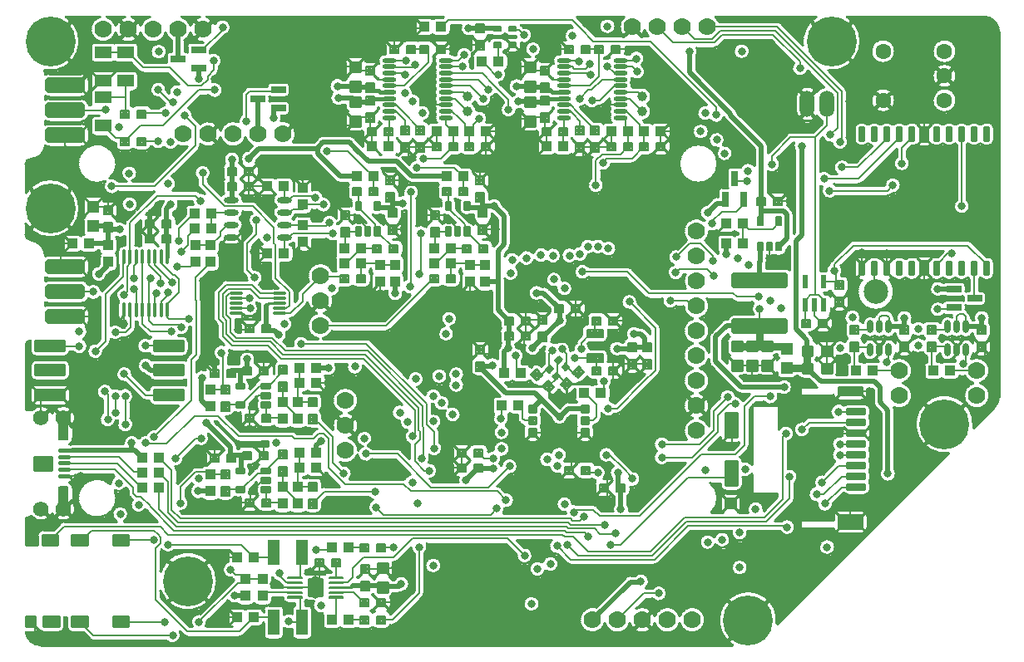
<source format=gbl>
*
*
G04 PADS9.1 Build Number: 384028 generated Gerber (RS-274-X) file*
G04 PC Version=2.1*
*
%IN "PSDR.pcb"*%
*
%MOIN*%
*
%FSLAX35Y35*%
*
*
*
*
G04 PC Standard Apertures*
*
*
G04 Thermal Relief Aperture macro.*
%AMTER*
1,1,$1,0,0*
1,0,$1-$2,0,0*
21,0,$3,$4,0,0,45*
21,0,$3,$4,0,0,135*
%
*
*
G04 Annular Aperture macro.*
%AMANN*
1,1,$1,0,0*
1,0,$2,0,0*
%
*
*
G04 Odd Aperture macro.*
%AMODD*
1,1,$1,0,0*
1,0,$1-0.005,0,0*
%
*
*
G04 PC Custom Aperture Macros*
*
*
*
*
*
*
G04 PC Aperture Table*
*
%ADD010C,0.01*%
%ADD011C,0.008*%
%ADD012C,0.00787*%
%ADD035C,0.03*%
%ADD036C,0.02*%
%ADD037C,0.015*%
%ADD042C,0.001*%
%ADD048C,0.07*%
%ADD055C,0.018*%
%ADD072C,0.062*%
%ADD084C,0.01102*%
%ADD089R,0.043X0.039*%
%ADD090R,0.048X0.048*%
%ADD091R,0.059X0.026*%
%ADD096R,0.039X0.043*%
%ADD097R,0.04724X0.10236*%
%ADD098R,0.026X0.059*%
%ADD104C,0.01181*%
%ADD106C,0.0063*%
%ADD110C,0.016*%
%ADD147O,0.05709X0.017*%
%ADD148O,0.05906X0.02362*%
%ADD149C,0.032*%
%ADD151O,0.01575X0.05906*%
%ADD152C,0.063*%
%ADD156O,0.05512X0.01142*%
%ADD159O,0.05906X0.1063*%
%ADD165C,0.2*%
%ADD168R,0.06693X0.04724*%
%ADD169C,0.01969*%
%ADD170R,0.024X0.055*%
%ADD171O,0.02362X0.05315*%
%ADD172C,0.09843*%
%ADD173C,0.03937*%
*
*
*
*
G04 PC Circuitry*
G04 Layer Name PSDR.pcb - circuitry*
%LPD*%
*
*
G04 PC Custom Flashes*
G04 Layer Name PSDR.pcb - flashes*
%LPD*%
*
*
G04 PC Circuitry*
G04 Layer Name PSDR.pcb - circuitry*
%LPD*%
*
G54D10*
G01X232100Y310200D02*
Y314000D01*
X235900*
Y310200*
X232100*
Y311000D02*
X235900D01*
X232100Y312000D02*
X235900D01*
X232100Y313000D02*
X235900D01*
X232100Y314000D02*
X235900D01*
X233000Y310200D02*
Y314000D01*
X234000Y310200D02*
Y314000D01*
X235000Y310200D02*
Y314000D01*
X232100Y318000D02*
Y321800D01*
X235900*
Y318000*
X232100*
X235900*
X232100Y319000D02*
X235900D01*
X232100Y320000D02*
X235900D01*
X232100Y321000D02*
X235900D01*
X233000Y318000D02*
Y321800D01*
X234000Y318000D02*
Y321800D01*
X235000Y318000D02*
Y321800D01*
X232100Y332000D02*
Y335800D01*
X235900*
Y332000*
X232100*
X235900*
X232100Y333000D02*
X235900D01*
X232100Y334000D02*
X235900D01*
X232100Y335000D02*
X235900D01*
X233000Y332000D02*
Y335800D01*
X234000Y332000D02*
Y335800D01*
X235000Y332000D02*
Y335800D01*
X232100Y324200D02*
Y328000D01*
X235900*
Y324200*
X232100*
Y325000D02*
X235900D01*
X232100Y326000D02*
X235900D01*
X232100Y327000D02*
X235900D01*
X232100Y328000D02*
X235900D01*
X233000Y324200D02*
Y328000D01*
X234000Y324200D02*
Y328000D01*
X235000Y324200D02*
Y328000D01*
X302100Y310200D02*
Y314000D01*
X305900*
Y310200*
X302100*
Y311000D02*
X305900D01*
X302100Y312000D02*
X305900D01*
X302100Y313000D02*
X305900D01*
X302100Y314000D02*
X305900D01*
X303000Y310200D02*
Y314000D01*
X304000Y310200D02*
Y314000D01*
X305000Y310200D02*
Y314000D01*
X302100Y318000D02*
Y321800D01*
X305900*
Y318000*
X302100*
X305900*
X302100Y319000D02*
X305900D01*
X302100Y320000D02*
X305900D01*
X302100Y321000D02*
X305900D01*
X303000Y318000D02*
Y321800D01*
X304000Y318000D02*
Y321800D01*
X305000Y318000D02*
Y321800D01*
X302100Y332000D02*
Y335800D01*
X305900*
Y332000*
X302100*
X305900*
X302100Y333000D02*
X305900D01*
X302100Y334000D02*
X305900D01*
X302100Y335000D02*
X305900D01*
X303000Y332000D02*
Y335800D01*
X304000Y332000D02*
Y335800D01*
X305000Y332000D02*
Y335800D01*
X302100Y324200D02*
Y328000D01*
X305900*
Y324200*
X302100*
Y325000D02*
X305900D01*
X302100Y326000D02*
X305900D01*
X302100Y327000D02*
X305900D01*
X302100Y328000D02*
X305900D01*
X303000Y324200D02*
Y328000D01*
X304000Y324200D02*
Y328000D01*
X305000Y324200D02*
Y328000D01*
X243100Y131000D02*
Y134800D01*
X246900*
Y131000*
X243100*
X246900*
X243100Y132000D02*
X246900D01*
X243100Y133000D02*
X246900D01*
X243100Y134000D02*
X246900D01*
X244000Y131000D02*
Y134800D01*
X245000Y131000D02*
Y134800D01*
X246000Y131000D02*
Y134800D01*
X243100Y123200D02*
Y127000D01*
X246900*
Y123200*
X243100*
Y124000D02*
X246900D01*
X243100Y125000D02*
X246900D01*
X243100Y126000D02*
X246900D01*
X243100Y127000D02*
X246900D01*
X244000Y123200D02*
Y127000D01*
X245000Y123200D02*
Y127000D01*
X246000Y123200D02*
Y127000D01*
X397100Y220000D02*
Y223800D01*
X400900*
Y220000*
X397100*
X400900*
X397100Y221000D02*
X400900D01*
X397100Y222000D02*
X400900D01*
X397100Y223000D02*
X400900D01*
X398000Y220000D02*
Y223800D01*
X399000Y220000D02*
Y223800D01*
X400000Y220000D02*
Y223800D01*
X397100Y212200D02*
Y216000D01*
X400900*
Y212200*
X397100*
Y213000D02*
X400900D01*
X397100Y214000D02*
X400900D01*
X397100Y215000D02*
X400900D01*
X397100Y216000D02*
X400900D01*
X398000Y212200D02*
Y216000D01*
X399000Y212200D02*
Y216000D01*
X400000Y212200D02*
Y216000D01*
X391100Y220000D02*
Y223800D01*
X394900*
Y220000*
X391100*
X394900*
X391100Y221000D02*
X394900D01*
X391100Y222000D02*
X394900D01*
X391100Y223000D02*
X394900D01*
X392000Y220000D02*
Y223800D01*
X393000Y220000D02*
Y223800D01*
X394000Y220000D02*
Y223800D01*
X391100Y212200D02*
Y216000D01*
X394900*
Y212200*
X391100*
Y213000D02*
X394900D01*
X391100Y214000D02*
X394900D01*
X391100Y215000D02*
X394900D01*
X391100Y216000D02*
X394900D01*
X392000Y212200D02*
Y216000D01*
X393000Y212200D02*
Y216000D01*
X394000Y212200D02*
Y216000D01*
X413200Y218100D02*
Y221900D01*
X417000*
Y218100*
X413200*
Y219000D02*
X417000D01*
X413200Y220000D02*
X417000D01*
X413200Y221000D02*
X417000D01*
X414000Y218100D02*
Y221900D01*
X415000Y218100D02*
Y221900D01*
X416000Y218100D02*
Y221900D01*
X417000Y218100D02*
Y221900D01*
X421000Y218100D02*
Y221900D01*
X424800*
Y218100*
X421000*
Y219000D02*
X424800D01*
X421000Y220000D02*
X424800D01*
X421000Y221000D02*
X424800D01*
X421000Y218100D02*
Y221900D01*
X422000Y218100D02*
Y221900D01*
X423000Y218100D02*
Y221900D01*
X424000Y218100D02*
Y221900D01*
X413200Y211100D02*
Y214900D01*
X417000*
Y211100*
X413200*
Y212000D02*
X417000D01*
X413200Y213000D02*
X417000D01*
X413200Y214000D02*
X417000D01*
X414000Y211100D02*
Y214900D01*
X415000Y211100D02*
Y214900D01*
X416000Y211100D02*
Y214900D01*
X417000Y211100D02*
Y214900D01*
X421000Y211100D02*
Y214900D01*
X424800*
Y211100*
X421000*
Y212000D02*
X424800D01*
X421000Y213000D02*
X424800D01*
X421000Y214000D02*
X424800D01*
X421000Y211100D02*
Y214900D01*
X422000Y211100D02*
Y214900D01*
X423000Y211100D02*
Y214900D01*
X424000Y211100D02*
Y214900D01*
X385100Y220000D02*
Y223800D01*
X388900*
Y220000*
X385100*
X388900*
X385100Y221000D02*
X388900D01*
X385100Y222000D02*
X388900D01*
X385100Y223000D02*
X388900D01*
X386000Y220000D02*
Y223800D01*
X387000Y220000D02*
Y223800D01*
X388000Y220000D02*
Y223800D01*
X385100Y212200D02*
Y216000D01*
X388900*
Y212200*
X385100*
Y213000D02*
X388900D01*
X385100Y214000D02*
X388900D01*
X385100Y215000D02*
X388900D01*
X385100Y216000D02*
X388900D01*
X386000Y212200D02*
Y216000D01*
X387000Y212200D02*
Y216000D01*
X388000Y212200D02*
Y216000D01*
X238000Y125400D02*
X237700Y125700D01*
X226268Y125000D02*
X232200D01*
X232900Y125700*
X198350Y238200D02*
X199150Y239000D01*
X203563*
X112143Y172170D02*
Y177430D01*
X105269*
Y172170*
X112143*
X105269Y176669D02*
X112143D01*
X105269Y175769D02*
X112143D01*
X105269Y174869D02*
X112143D01*
X105269Y173969D02*
X112143D01*
X105269Y173069D02*
X112143D01*
X426300Y141200D02*
G75*
G03X426300I-3300J0D01*
G01X391300Y133000D02*
G03X391300I-3300J0D01*
G01X307900Y118400D02*
G03X307900I-3300J0D01*
G01X268500Y133800D02*
G03X268500I-3300J0D01*
G01X474929Y320472D02*
G03X474929I-4850J0D01*
G01Y330315D02*
G03X474929I-4850J0D01*
G01Y340157D02*
G03X474929I-4850J0D01*
G01X450322Y320472D02*
G03X450322I-4850J0D01*
G01Y340157D02*
G03X450322I-4850J0D01*
G01X392100Y340200D02*
G03X392100I-3300J0D01*
G01X338300Y350200D02*
G03X338300I-3300J0D01*
G01X158500Y340000D02*
G03X158500I-3300J0D01*
G01X270900Y209800D02*
G03X270900I-3300J0D01*
G01X379206Y295079D02*
G03X379206I-7749J0D01*
G01X375700Y308000D02*
G03X375700I-3300J0D01*
G01X491801Y201687D02*
Y348031D01*
G03X485827Y354005I-5974J0*
G01X431021*
X423503Y332467D02*
G03X431021Y354005I1300J11627D01*
G01X423503Y332467D02*
X430285Y325685D01*
X430900Y324200D02*
G03X430285Y325685I-2100J0D01*
G01X430900Y324200D02*
Y305697D01*
X424932Y303343D02*
G03X430900Y305697I3268J457D01*
G01X421235Y305665D02*
G03X424932Y303343I3165J935D01*
G01X421235Y305665D02*
X420300Y304730D01*
Y291939*
X424346Y291100D02*
G03X420300Y291939I-2546J-2100D01*
G01X424346Y291100D02*
X426846D01*
X431546Y295700D02*
G03X426846Y291100I-2546J-2100D01*
G01X431546Y295700D02*
X434530D01*
X441113Y302283*
X439500Y303139D02*
G03X441113Y302283I1791J1428D01*
G01X437709Y302276D02*
G03X439500Y303139I-0J2291D01*
G01X437709Y302276D02*
X436291D01*
X434001Y304567D02*
G03X436291Y302276I2290J-0D01*
G01X434001Y304567D02*
Y309291D01*
X436291Y311582D02*
G03X434001Y309291I0J-2291D01*
G01X436291Y311582D02*
X437709D01*
X439500Y310719D02*
G03X437709Y311582I-1791J-1428D01*
G01X441291D02*
G03X439500Y310719I0J-2291D01*
G01X441291Y311582D02*
X442709D01*
X444500Y310719D02*
G03X442709Y311582I-1791J-1428D01*
G01X446291D02*
G03X444500Y310719I0J-2291D01*
G01X446291Y311582D02*
X447709D01*
X449500Y310719D02*
G03X447709Y311582I-1791J-1428D01*
G01X451291D02*
G03X449500Y310719I0J-2291D01*
G01X451291Y311582D02*
X452709D01*
X454500Y310719D02*
G03X452709Y311582I-1791J-1428D01*
G01X456291D02*
G03X454500Y310719I0J-2291D01*
G01X456291Y311582D02*
X457709D01*
X459165Y311059D02*
G03X457709Y311582I-1456J-1768D01*
G01X460622D02*
G03X459165Y311059I0J-2291D01*
G01X460622Y311582D02*
X463378D01*
X464835Y311059D02*
G03X463378Y311582I-1457J-1768D01*
G01X466291D02*
G03X464835Y311059I0J-2291D01*
G01X466291Y311582D02*
X467709D01*
X469500Y310719D02*
G03X467709Y311582I-1791J-1428D01*
G01X471291D02*
G03X469500Y310719I0J-2291D01*
G01X471291Y311582D02*
X472709D01*
X474500Y310719D02*
G03X472709Y311582I-1791J-1428D01*
G01X476291D02*
G03X474500Y310719I0J-2291D01*
G01X476291Y311582D02*
X477709D01*
X479500Y310719D02*
G03X477709Y311582I-1791J-1428D01*
G01X481291D02*
G03X479500Y310719I0J-2291D01*
G01X481291Y311582D02*
X482709D01*
X484500Y310719D02*
G03X482709Y311582I-1791J-1428D01*
G01X486291D02*
G03X484500Y310719I0J-2291D01*
G01X486291Y311582D02*
X487709D01*
X489999Y309291D02*
G03X487709Y311582I-2290J0D01*
G01X489999Y309291D02*
Y304567D01*
X487709Y302276D02*
G03X489999Y304567I-0J2291D01*
G01X487709Y302276D02*
X486291D01*
X484500Y303139D02*
G03X486291Y302276I1791J1428D01*
G01X482709D02*
G03X484500Y303139I-0J2291D01*
G01X482709Y302276D02*
X481291D01*
X479500Y303139D02*
G03X481291Y302276I1791J1428D01*
G01X479100Y302747D02*
G03X479500Y303139I-1391J1820D01*
G01X479100Y302747D02*
Y280546D01*
X474900D02*
G03X479100I2100J-2546D01*
G01X474900D02*
Y302747D01*
X474500Y303139D02*
G03X474900Y302747I1791J1428D01*
G01X472709Y302276D02*
G03X474500Y303139I-0J2291D01*
G01X472709Y302276D02*
X471291D01*
X469500Y303139D02*
G03X471291Y302276I1791J1428D01*
G01X467709D02*
G03X469500Y303139I-0J2291D01*
G01X467709Y302276D02*
X466291D01*
X465047Y302644D02*
G03X466291Y302276I1244J1923D01*
G01X463378Y301922D02*
G03X465047Y302644I-0J2291D01*
G01X463378Y301922D02*
X460622D01*
X458953Y302644D02*
G03X460622Y301922I1669J1569D01*
G01X457709Y302276D02*
G03X458953Y302644I-0J2291D01*
G01X457709Y302276D02*
X456971D01*
X455100Y300406*
Y297746*
X450900D02*
G03X455100I2100J-2546D01*
G01X450900D02*
Y301206D01*
X437209Y287515*
X435724Y286900D02*
G03X437209Y287515I0J2100D01*
G01X435724Y286900D02*
X425897D01*
X426546Y286300D02*
G03X425897Y286900I-2546J-2100D01*
G01X426546Y286300D02*
X446101D01*
X449085Y283115D02*
G03X446101Y286300I315J3285D01*
G01X449085Y283115D02*
X448685Y282715D01*
X447200Y282100D02*
G03X448685Y282715I0J2100D01*
G01X447200Y282100D02*
X426546D01*
X421100Y285775D02*
G03X426546Y282100I2900J-1575D01*
G01X420300Y286061D02*
G03X421100Y285775I1500J2939D01*
G01X420300Y286061D02*
Y252157D01*
X420540Y252174D02*
G03X420300Y252157I0J-1700D01*
G01X420540Y252174D02*
X422700D01*
X423905Y254750D02*
G03X422700Y252174I2095J-2550D01*
G01X424515Y256085D02*
G03X423905Y254750I1485J-1485D01*
G01X424515Y256085D02*
X432115Y263685D01*
X433600Y264300D02*
G03X432115Y263685I0J-2100D01*
G01X433600Y264300D02*
X479400D01*
X480885Y263685D02*
G03X479400Y264300I-1485J-1485D01*
G01X480885Y263685D02*
X486846Y257724D01*
X487709*
X489999Y255433D02*
G03X487709Y257724I-2290J0D01*
G01X489999Y255433D02*
Y250709D01*
X487709Y248418D02*
G03X489999Y250709I-0J2291D01*
G01X487709Y248418D02*
X486291D01*
X484500Y249281D02*
G03X486291Y248418I1791J1428D01*
G01X484100Y248889D02*
G03X484500Y249281I-1391J1820D01*
G01X484100Y248889D02*
Y244000D01*
X485084*
X486784Y242300D02*
G03X485084Y244000I-1700J0D01*
G01X486784Y242300D02*
Y239700D01*
X485084Y238000D02*
G03X486784Y239700I0J1700D01*
G01X485084Y238000D02*
X479184D01*
X478516Y238137D02*
G03X479184Y238000I668J1563D01*
G01X478516Y238137D02*
Y236490D01*
X479085Y236085D02*
G03X478516Y236490I-1485J-1485D01*
G01X479085Y236085D02*
X480085Y235085D01*
X480700Y233600D02*
G03X480085Y235085I-2100J0D01*
G01X480700Y233600D02*
Y233214D01*
X481349Y232326D02*
G03X480700Y233214I-2609J-1224D01*
G01X481349Y232326D02*
X481818D01*
X487930Y231683D02*
G03X481818Y232326I-2930J1517D01*
G01X488650Y230100D02*
G03X487930Y231683I-2100J0D01*
G01X488650Y230100D02*
Y226600D01*
X487910Y225000D02*
G03X488650Y226600I-1360J1600D01*
G01Y223400D02*
G03X487910Y225000I-2100J0D01*
G01X488650Y223400D02*
Y219900D01*
X486550Y217800D02*
G03X488650Y219900I0J2100D01*
G01X486550Y217800D02*
X483450D01*
X481621Y218868D02*
G03X483450Y217800I1829J1032D01*
G01X480840Y216925D02*
G03X481621Y218868I-2100J1973D01*
G01X480840Y216925D02*
Y216730D01*
X484428Y207000D02*
G03X480840Y216730I-1428J5000D01*
G01X481572Y207000D02*
G03X484428I1428J-5000D01*
G01X478243Y209900D02*
G03X481572Y207000I4757J2100D01*
G01X478243Y209900D02*
X476193D01*
X474500Y208350D02*
G03X476193Y209900I0J1700D01*
G01X474500Y208350D02*
X470200D01*
X469000Y208846D02*
G03X470200Y208350I1200J1204D01*
G01X467800D02*
G03X469000Y208846I0J1700D01*
G01X467800Y208350D02*
X463500D01*
X461800Y210050D02*
G03X463500Y208350I1700J0D01*
G01X461800Y210050D02*
Y213950D01*
X462900Y215541D02*
G03X461800Y213950I600J-1591D01*
G01X462900Y215541D02*
Y217873D01*
X461402Y219435D02*
G03X462900Y217873I2048J465D01*
G01X457622Y219558D02*
G03X461402Y219435I1978J2642D01*
G01X455550Y217800D02*
G03X457622Y219558I0J2100D01*
G01X455550Y217800D02*
X452450D01*
X450621Y218868D02*
G03X452450Y217800I1829J1032D01*
G01X449840Y216925D02*
G03X450621Y218868I-2100J1973D01*
G01X449840Y216925D02*
Y216730D01*
X453428Y207000D02*
G03X449840Y216730I-1428J5000D01*
G01X449888Y197248D02*
G03X453428Y207000I2112J4752D01*
G01X450100Y196200D02*
G03X449888Y197248I-2700J0D01*
G01X450100Y196200D02*
Y172497D01*
X444700D02*
G03X450100I2700J-1897D01*
G01X444700D02*
Y195082D01*
X442291Y197491*
X441500Y199400D02*
G03X442291Y197491I2700J0D01*
G01X441500Y199400D02*
Y204282D01*
X440882Y204900*
X439212*
Y202441*
X436921Y200150D02*
G03X439212Y202441I0J2291D01*
G01X436921Y200150D02*
X427866D01*
X425596Y202138D02*
G03X427866Y200150I2270J303D01*
G01X425596Y202138D02*
X412709D01*
X412209Y202638D02*
G03X412709Y202138I500J-0D01*
G01X412209Y202638D02*
Y205000D01*
X412709Y205500D02*
G03X412209Y205000I-0J-500D01*
G01X412709Y205500D02*
X418803D01*
X418591Y205691D02*
G03X418803Y205500I1909J1909D01*
G01X418591Y205691D02*
X415691Y208591D01*
X415382Y208900*
X413200*
X411356Y209900D02*
G03X413200Y208900I1844J1200D01*
G01X411356Y209900D02*
X410900D01*
X409400Y209000D02*
G03X410900Y209900I0J1700D01*
G01X409400Y209000D02*
X404600D01*
X402900Y210700D02*
G03X404600Y209000I1700J0D01*
G01X402900Y210700D02*
Y211283D01*
X400900Y210000D02*
G03X402900Y211283I0J2200D01*
G01X400900Y210000D02*
X397100D01*
X396000Y210295D02*
G03X397100Y210000I1100J1905D01*
G01X394900D02*
G03X396000Y210295I0J2200D01*
G01X394900Y210000D02*
X391100D01*
X390000Y210295D02*
G03X391100Y210000I1100J1905D01*
G01X388900D02*
G03X390000Y210295I0J2200D01*
G01X388900Y210000D02*
X387818D01*
X389718Y208100*
X403903*
Y202700D02*
G03Y208100I1897J2700D01*
G01Y202700D02*
X403311D01*
X397654Y199500D02*
G03X403311Y202700I2546J2100D01*
G01X397654Y199500D02*
X394670D01*
X393385Y198216*
X393417Y198217D02*
G03X393385Y198216I0J-500D01*
G01X393417Y198217D02*
X403260D01*
X403760Y197717D02*
G03X403260Y198217I-500J-0D01*
G01X403760Y197717D02*
Y188480D01*
X409776Y187698D02*
G03X403760Y188480I-3176J-898D01*
G01X413315Y191685D02*
G03X409776Y187698I-315J-3285D01*
G01X413315Y191685D02*
X414151Y192521D01*
X415800Y193320D02*
G03X414151Y192521I0J-2100D01*
G01X415800Y193320D02*
X425168D01*
X429823Y197990D02*
G03X425168Y193320I-2223J-2439D01*
G01X431409Y198629D02*
G03X429823Y197990I0J-2290D01*
G01X431409Y198629D02*
X438102D01*
X440393Y196339D02*
G03X438102Y198629I-2291J-0D01*
G01X440393Y196339D02*
Y194764D01*
X439932Y193386D02*
G03X440393Y194764I-1830J1378D01*
G01Y192008D02*
G03X439932Y193386I-2291J-0D01*
G01X440393Y192008D02*
Y190433D01*
X439932Y189055D02*
G03X440393Y190433I-1830J1378D01*
G01Y187677D02*
G03X439932Y189055I-2291J0D01*
G01X440393Y187677D02*
Y186102D01*
X439932Y184724D02*
G03X440393Y186102I-1830J1378D01*
G01Y183346D02*
G03X439932Y184724I-2291J0D01*
G01X440393Y183346D02*
Y181772D01*
X439932Y180394D02*
G03X440393Y181772I-1830J1378D01*
G01Y179016D02*
G03X439932Y180394I-2291J-0D01*
G01X440393Y179016D02*
Y177441D01*
X439932Y176063D02*
G03X440393Y177441I-1830J1378D01*
G01Y174685D02*
G03X439932Y176063I-2291J0D01*
G01X440393Y174685D02*
Y173110D01*
X439932Y171732D02*
G03X440393Y173110I-1830J1378D01*
G01Y170354D02*
G03X439932Y171732I-2291J0D01*
G01X440393Y170354D02*
Y168780D01*
X439932Y167402D02*
G03X440393Y168780I-1830J1378D01*
G01Y166024D02*
G03X439932Y167402I-2291J-0D01*
G01X440393Y166024D02*
Y164449D01*
X438102Y162158D02*
G03X440393Y164449I0J2291D01*
G01X438102Y162158D02*
X431409D01*
X429606Y163036D02*
G03X431409Y162158I1803J1413D01*
G01X429606Y163036D02*
X425485Y158915D01*
X418939Y159103D02*
G03X425485Y158915I3261J-503D01*
G01X418100Y165625D02*
G03X418939Y159103I700J-3225D01*
G01X421315Y170485D02*
G03X418100Y165625I-315J-3285D01*
G01X421315Y170485D02*
X425786Y174956D01*
X426270Y175523D02*
G03X425786Y174956I1330J-1625D01*
G01X425722Y180380D02*
G03X426270Y175523I2478J-2180D01*
G01X429151Y185719D02*
G03X425722Y180380I-951J-3160D01*
G01X429119Y186102D02*
G03X429151Y185719I2290J0D01*
G01X429119Y186102D02*
Y187677D01*
X429580Y189055D02*
G03X429119Y187677I1829J-1378D01*
G01X429532Y189120D02*
G03X429580Y189055I1877J1313D01*
G01X429532Y189120D02*
X416690D01*
X416285Y188715*
X409824Y187502D02*
G03X416285Y188715I3176J898D01*
G01X407300Y183575D02*
G03X409824Y187502I-700J3225D01*
G01X407300Y183575D02*
Y172625D01*
X410100Y166854D02*
G03X407300Y172625I-2100J2546D01*
G01X410100Y166854D02*
Y160800D01*
X409485Y159315D02*
G03X410100Y160800I-1485J1485D01*
G01X409485Y159315D02*
X402070Y151900D01*
X405103*
X404061Y147700D02*
G03X405103Y151900I2939J1500D01*
G01X404061Y147700D02*
X391225D01*
X384775D02*
G03X391225I3225J-700D01*
G01X384775D02*
X368270D01*
X355285Y134715*
X353800Y134100D02*
G03X355285Y134715I0J2100D01*
G01X353800Y134100D02*
X320200D01*
X318715Y134715D02*
G03X320200Y134100I1485J1485D01*
G01X318715Y134715D02*
X315115Y138315D01*
X312646Y144100D02*
G03X315115Y138315I2154J-2500D01*
G01X312646Y144100D02*
X298470D01*
X301485Y141085*
X298515Y138115D02*
G03X301485Y141085I3285J-315D01*
G01X298515Y138115D02*
X294130Y142500D01*
X262633*
X261700Y138654D02*
G03X262633Y142500I-2100J2546D01*
G01X261700Y138654D02*
Y122800D01*
X261085Y121315D02*
G03X261700Y122800I-1485J1485D01*
G01X261085Y121315D02*
X250285Y110515D01*
X248800Y109900D02*
G03X250285Y110515I0J2100D01*
G01X248800Y109900D02*
X248127D01*
X246100Y108350D02*
G03X248127Y109900I0J2100D01*
G01X246100Y108350D02*
X242600D01*
X241000Y109090D02*
G03X242600Y108350I1600J1360D01*
G01X239400D02*
G03X241000Y109090I0J2100D01*
G01X239400Y108350D02*
X235900D01*
X234629Y108779D02*
G03X235900Y108350I1271J1671D01*
G01X233500D02*
G03X234629Y108779I0J1700D01*
G01X233500Y108350D02*
X229200D01*
X228000Y108846D02*
G03X229200Y108350I1200J1204D01*
G01X226800D02*
G03X228000Y108846I0J1700D01*
G01X226800Y108350D02*
X222500D01*
X220800Y110050D02*
G03X222500Y108350I1700J0D01*
G01X220800Y110050D02*
Y113950D01*
X220921Y114580D02*
G03X220800Y113950I1579J-630D01*
G01X217434Y119599D02*
G03X220921Y114580I2766J-1799D01*
G01X217434Y119599D02*
X215500D01*
X214342Y119913D02*
G03X215500Y119599I1158J1977D01*
G01X213900Y119340D02*
G03X214342Y119913I-1412J1546D01*
G01X213900Y119340D02*
Y117818D01*
X215071*
X216771Y116118D02*
G03X215071Y117818I-1700J0D01*
G01X216771Y116118D02*
Y105882D01*
X215071Y104182D02*
G03X216771Y105882I-0J1700D01*
G01X215071Y104182D02*
X210346D01*
X208646Y105882D02*
G03X210346Y104182I1700J-0D01*
G01X208646Y105882D02*
Y108434D01*
X205354Y108665D02*
G03X208646Y108434I1846J2735D01*
G01X205354Y108665D02*
Y105882D01*
X203654Y104182D02*
G03X205354Y105882I-0J1700D01*
G01X203654Y104182D02*
X198929D01*
X197229Y105882D02*
G03X198929Y104182I1700J-0D01*
G01X197229Y105882D02*
Y110900D01*
X197193*
X195500Y109350D02*
G03X197193Y110900I0J1700D01*
G01X195500Y109350D02*
X192670D01*
X189085Y105765*
X187600Y105150D02*
G03X189085Y105765I0J2100D01*
G01X187600Y105150D02*
X173400D01*
X166750*
X165265Y105765D02*
G03X166750Y105150I1485J1485D01*
G01X165265Y105765D02*
X163749Y107281D01*
X158302Y103644D02*
G03X163749Y107281I2498J2156D01*
G01X158302Y103644D02*
X129000D01*
X127515Y104259D02*
G03X129000Y103644I1485J1485D01*
G01X127515Y104259D02*
X124813Y106961D01*
X120669*
X118379Y109252D02*
G03X120669Y106961I2290J-0D01*
G01X118379Y109252D02*
Y112992D01*
X118380Y113061D02*
G03X118379Y112992I2289J-69D01*
G01X118380Y113061D02*
X117447D01*
X117448Y112992D02*
G03X117447Y113061I-2291J0D01*
G01X117448Y112992D02*
Y109252D01*
X115157Y106961D02*
G03X117448Y109252I0J2291D01*
G01X115157Y106961D02*
X109252D01*
X107480Y107800D02*
G03X109252Y106961I1772J1452D01*
G01X105709D02*
G03X107480Y107800I-0J2291D01*
G01X105709Y106961D02*
X102165D01*
X101969Y106970D02*
G03X102165Y106961I196J2282D01*
G01X101969Y106970D02*
G03X107874Y101900I5905J904D01*
G01X385121*
X402948Y110360D02*
G03X385121Y101900I-11609J1451D01*
G01X402948Y110360D02*
X471530Y178942D01*
X481688Y189100D02*
G03X471530Y178942I-11609J1451D01*
G01X481688Y189100D02*
X490051Y197462D01*
G03X491801Y201687I-4224J4225*
G01X410100Y267518D02*
Y300303D01*
X409767Y303500D02*
G03X410100Y300303I3033J-1300D01*
G01X409767Y303500D02*
X409270D01*
X403108Y297339*
X399350Y291942D02*
G03X403108Y297339I1650J2858D01*
G01X399350Y291942D02*
Y283423D01*
X400000Y282910D02*
G03X399350Y283423I-1600J-1360D01*
G01X401600Y283650D02*
G03X400000Y282910I0J-2100D01*
G01X401600Y283650D02*
X405100D01*
X407200Y281550D02*
G03X405100Y283650I-2100J0D01*
G01X407200Y281550D02*
Y278450D01*
X407183Y278187D02*
G03X407200Y278450I-2083J263D01*
G01X407509Y277909D02*
G03X407183Y278187I-1909J-1909D01*
G01X407509Y277909D02*
X408109Y277309D01*
X408909Y276509*
X409700Y274600D02*
G03X408909Y276509I-2700J0D01*
G01X409700Y274600D02*
Y267118D01*
X410100Y267518*
X421765Y325865D02*
G03X419000Y323842I1172J-4503D01*
G01X421765Y325865D02*
X415316Y332314D01*
X409689Y335541D02*
G03X415316Y332314I2511J-2141D01*
G01X409689Y335541D02*
X400530Y344700D01*
X381870*
X379285Y342115*
X377800Y341500D02*
G03X379285Y342115I0J2100D01*
G01X377800Y341500D02*
X370839D01*
X370600Y338103D02*
G03X370839Y341500I-2700J1897D01*
G01X370600Y338103D02*
Y332818D01*
X386309Y317109*
X387079Y315540D02*
G03X386309Y317109I-2679J-340D01*
G01X387079Y315540D02*
X398559Y304059D01*
X399350Y302150D02*
G03X398559Y304059I-2700J0D01*
G01X399350Y302150D02*
Y299499D01*
X399515Y299685D02*
G03X399350Y299499I1485J-1485D01*
G01X399515Y299685D02*
X406915Y307085D01*
X408400Y307700D02*
G03X406915Y307085I0J-2100D01*
G01X408400Y307700D02*
X417330D01*
X420837Y311207*
Y312486*
X419000Y314158D02*
G03X420837Y312486I3937J2480D01*
G01X410410Y316638D02*
G03X419000Y314158I4653J-0D01*
G01X410410Y316638D02*
Y321362D01*
X419000Y323842D02*
G03X410410Y321362I-3937J-2480D01*
G01X418585Y354005D02*
G03X413176Y342794I6218J-9911D01*
G01X418585Y354005D02*
X378316D01*
X379757Y352100D02*
G03X378316Y354005I-4757J-2100D01*
G01X379757Y352100D02*
X403000D01*
X404485Y351485D02*
G03X403000Y352100I-1485J-1485D01*
G01X404485Y351485D02*
X413176Y342794D01*
X348654Y346300D02*
X351346D01*
X350000Y348572D02*
G03X351346Y346300I5000J1428D01*
G01X348654D02*
G03X350000Y348572I-3654J3700D01*
G01X333271Y304875D02*
G03X333168Y304738I1629J-1325D01*
G01X333062Y305143D02*
G03X333271Y304875I1438J907D01*
G01X332910Y305000D02*
G03X333062Y305143I-1360J1600D01*
G01X333168Y304738D02*
G03X332910Y305000I-1618J-1338D01*
G01X327090D02*
G03X327000Y304919I1360J-1600D01*
G01Y305081D02*
G03X327090Y305000I1450J1519D01*
G01X326910D02*
G03X327000Y305081I-1360J1600D01*
G01Y304919D02*
G03X326910Y305000I-1450J-1519D01*
G01X334500Y311650D02*
X336543D01*
X336109Y314764D02*
G03X336543Y311650I2206J-1280D01*
G01X336109Y317323D02*
G03Y314764I2206J-1280D01*
G01Y319882D02*
G03Y317323I2206J-1280D01*
G01X335765Y321195D02*
G03X336109Y319882I2550J-34D01*
G01X335765Y321195D02*
X333485Y318915D01*
X332000Y318300D02*
G03X333485Y318915I0J2100D01*
G01X332000Y318300D02*
X331346D01*
X326046Y318582D02*
G03X331346Y318300I2754J1818D01*
G01X324060Y317710D02*
G03X326046Y318582I-260J3290D01*
G01X324060Y317710D02*
X324585Y317185D01*
X329570Y312200*
X331550*
X333342Y311195D02*
G03X331550Y312200I-1792J-1095D01*
G01X334500Y311650D02*
G03X333342Y311195I0J-1700D01*
G01X335944Y337455D02*
G03X335912Y337371I2371J-939D01*
G01X335000Y338090D02*
G03X335944Y337455I1600J1360D01*
G01X333750Y337379D02*
G03X335000Y338090I-350J2071D01*
G01X333750Y337379D02*
Y337254D01*
X335912Y337371D02*
G03X333750Y337254I-912J-3171D01*
G01X341684Y354005D02*
G03X341346Y346300I3316J-4005D01*
G01X341684Y354005D02*
X322564D01*
X325685Y350885*
X330270Y346300*
X341346*
X321090Y305000D02*
G03X320938Y304857I1360J-1600D01*
G01X320832Y305262D02*
G03X321090Y305000I1618J1338D01*
G01X320729Y305125D02*
G03X320832Y305262I-1629J1325D01*
G01X320938Y304857D02*
G03X320729Y305125I-1438J-907D01*
G01X314403Y311275D02*
G03X314000Y310910I1197J-1725D01*
G01X313650Y311937D02*
G03X314403Y311275I2027J1547D01*
G01X313650Y311937D02*
Y311900D01*
X313562Y311299D02*
G03X313650Y311900I-2012J601D01*
G01X314000Y310910D02*
G03X313562Y311299I-1600J-1360D01*
G01X313471Y317323D02*
G03X313209Y316687I2206J-1280D01*
G01X313360Y317536D02*
G03X313471Y317323I2317J1066D01*
G01X312910Y317000D02*
G03X313360Y317536I-1360J1600D01*
G01X313209Y316687D02*
G03X312910Y317000I-1659J-1287D01*
G01X313161Y329252D02*
G03X313127Y328786I2516J-413D01*
G01X312910Y329000D02*
G03X313161Y329252I-1360J1600D01*
G01X313127Y328786D02*
G03X312910Y329000I-1577J-1386D01*
G01X320931Y349699D02*
G03X318202Y344650I69J-3299D01*
G01X320931Y349699D02*
X319930Y350700D01*
X300365*
X300397Y350543D02*
G03X300365Y350700I-1988J-330D01*
G01X301085Y350085D02*
G03X300397Y350543I-1485J-1485D01*
G01X301085Y350085D02*
X301285Y349885D01*
X300424Y343516D02*
G03X301285Y349885I1176J3084D01*
G01X300424Y343516D02*
Y341785D01*
X298409Y339770D02*
G03X300424Y341785I0J2015D01*
G01X298409Y339770D02*
X295693D01*
X294000Y340693D02*
G03X295693Y339770I1693J1092D01*
G01X293450Y340126D02*
G03X294000Y340693I-1143J1659D01*
G01X293450Y340126D02*
Y339650D01*
X293500*
X295200Y337950D02*
G03X293500Y339650I-1700J0D01*
G01X295200Y337950D02*
Y334050D01*
X294061Y332445D02*
G03X295200Y334050I-561J1605D01*
G01X291640Y327529D02*
G03X294061Y332445I-440J3271D01*
G01X291640Y327529D02*
X296852Y322318D01*
X297814Y322995D02*
G03X296852Y322318I1386J-2995D01*
G01X300190Y329092D02*
G03X297814Y322995I-1590J-2892D01*
G01X301183Y330000D02*
G03X300190Y329092I917J-2000D01*
G01X299900Y332000D02*
G03X301183Y330000I2200J0D01*
G01X299900Y332000D02*
Y335800D01*
X302100Y338000D02*
G03X299900Y335800I0J-2200D01*
G01X302100Y338000D02*
X303825D01*
X306426Y337936D02*
G03X303825Y338000I-1226J3064D01*
G01X308069Y336165D02*
G03X306426Y337936I-2169J-365D01*
G01X308450Y336200D02*
G03X308069Y336165I0J-2100D01*
G01X308450Y336200D02*
X311550D01*
X313397Y335099D02*
G03X311550Y336200I-1847J-999D01*
G01X313471Y335236D02*
G03X313397Y335099I2206J-1279D01*
G01X315677Y339066D02*
G03X313471Y335236I-0J-2550D01*
G01X315677Y339066D02*
X315835D01*
X315800Y339450D02*
G03X315835Y339066I2100J0D01*
G01X315800Y339450D02*
Y342550D01*
X317900Y344650D02*
G03X315800Y342550I0J-2100D01*
G01X317900Y344650D02*
X318202D01*
X298417Y345730D02*
G03X298409I-8J-2015D01*
G01X298317Y346268D02*
G03X298417Y345730I3283J332D01*
G01X298317Y346268D02*
X295693D01*
X294000Y347191D02*
G03X295693Y346268I1693J1092D01*
G01X292307D02*
G03X294000Y347191I0J2015D01*
G01X292307Y346268D02*
X289591D01*
X288344Y346700D02*
G03X289591Y346268I1247J1583D01*
G01X288344Y346700D02*
X287447D01*
X286910Y346000D02*
G03X287447Y346700I-1360J1600D01*
G01X287650Y344400D02*
G03X286910Y346000I-2100J0D01*
G01X287650Y344400D02*
Y344257D01*
X289591Y345730D02*
G03X287650Y344257I-0J-2015D01*
G01X289591Y345730D02*
X292307D01*
X294000Y344807D02*
G03X292307Y345730I-1693J-1092D01*
G01X295693D02*
G03X294000Y344807I-0J-2015D01*
G01X295693Y345730D02*
X298409D01*
X280224Y333498D02*
X280892D01*
X280800Y334050D02*
G03X280892Y333498I1700J0D01*
G01X280800Y334050D02*
Y337950D01*
X280801Y337996D02*
G03X280800Y337950I1699J-46D01*
G01X279628Y336196D02*
G03X280801Y337996I-2028J2604D01*
G01X280224Y333498D02*
G03X279628Y336196I-3224J702D01*
G01X281293Y339147D02*
G03X280884Y338479I1207J-1197D01*
G01X280802Y339598D02*
G03X281293Y339147I1648J1302D01*
G01X280884Y338479D02*
G03X280802Y339598I-3284J321D01*
G01X281090Y346000D02*
G03X280350Y344400I1360J-1600D01*
G01X280738Y346383D02*
G03X281090Y346000I1712J1217D01*
G01X276367Y350700D02*
G03X280738Y346383I3033J-1300D01*
G01X276367Y350700D02*
X272200D01*
Y348050*
X270500Y346350D02*
G03X272200Y348050I0J1700D01*
G01X270500Y346350D02*
X266200D01*
X265000Y346846D02*
G03X266200Y346350I1200J1204D01*
G01X263800D02*
G03X265000Y346846I0J1700D01*
G01X263800Y346350D02*
X259500D01*
X257800Y348050D02*
G03X259500Y346350I1700J0D01*
G01X257800Y348050D02*
Y351950D01*
X259500Y353650D02*
G03X257800Y351950I0J-1700D01*
G01X259500Y353650D02*
X263800D01*
X265000Y353154D02*
G03X263800Y353650I-1200J-1204D01*
G01X266200D02*
G03X265000Y353154I0J-1700D01*
G01X266200Y353650D02*
X269030D01*
X269386Y354005*
X174409*
X177762Y351089D02*
G03X174409Y354005I-4762J-2089D01*
G01X181616Y346603D02*
G03X177762Y351089I-816J3197D01*
G01X181616Y346603D02*
X175784Y340770D01*
Y339440*
X175783Y339380D02*
G03X175784Y339440I-1699J60D01*
G01X179300Y333854D02*
G03X175783Y339380I-2100J2546D01*
G01X179300Y333854D02*
Y332600D01*
X178685Y331115D02*
G03X179300Y332600I-1485J1485D01*
G01X178685Y331115D02*
X176900Y329330D01*
Y328800*
X176619Y327751D02*
G03X176900Y328800I-1819J1049D01*
G01X175054Y322500D02*
G03X176619Y327751I2546J2100D01*
G01X175054Y322500D02*
X174600D01*
X172070*
X166971Y317402*
X168885Y314085D02*
G03X166971Y317402I-3285J315D01*
G01X168885Y314085D02*
X171285Y311685D01*
X171725Y311039D02*
G03X171285Y311685I-1925J-839D01*
G01X180000Y308428D02*
G03X171725Y311039I-5000J-1428D01*
G01X187132Y311743D02*
G03X180000Y308428I-2132J-4743D01*
G01X188300Y314746D02*
G03X187132Y311743I2100J-2546D01*
G01X188300Y314746D02*
Y322800D01*
X188915Y324285D02*
G03X188300Y322800I1485J-1485D01*
G01X188915Y324285D02*
X190115Y325485D01*
X191600Y326100D02*
G03X190115Y325485I0J-2100D01*
G01X191600Y326100D02*
X198485D01*
X200184Y327740D02*
G03X198485Y326100I0J-1700D01*
G01X200184Y327740D02*
X206084D01*
X207784Y326040D02*
G03X206084Y327740I-1700J0D01*
G01X207784Y326040D02*
Y323440D01*
X206084Y321740D02*
G03X207784Y323440I0J1700D01*
G01X206084Y321740D02*
X200184D01*
X199516Y321877D02*
G03X200184Y321740I668J1563D01*
G01X199516Y321877D02*
Y320123D01*
X200184Y320260D02*
G03X199516Y320123I0J-1700D01*
G01X200184Y320260D02*
X206084D01*
X207784Y318560D02*
G03X206084Y320260I-1700J0D01*
G01X207784Y318560D02*
Y315960D01*
X206084Y314260D02*
G03X207784Y315960I0J1700D01*
G01X206084Y314260D02*
X204386D01*
X204252Y312146D02*
G03X204386Y314260I-3052J1254D01*
G01X209019Y303700D02*
G03X204252Y312146I-4019J3300D01*
G01X209019Y303700D02*
X217282D01*
X219091Y305509*
X221000Y306300D02*
G03X219091Y305509I0J-2700D01*
G01X221000Y306300D02*
X224008D01*
X224008*
X229200*
X231600*
X233509Y305509D02*
G03X231600Y306300I-1909J-1909D01*
G01X233509Y305509D02*
X236309Y302709D01*
X236800Y302218*
Y303950*
X237271Y305125D02*
G03X236800Y303950I1229J-1175D01*
G01Y306450D02*
G03X237271Y305125I2100J0D01*
G01X236800Y306450D02*
Y308192D01*
X235900Y308000D02*
G03X236800Y308192I0J2200D01*
G01X235900Y308000D02*
X232100D01*
X229900Y310200D02*
G03X232100Y308000I2200J0D01*
G01X229900Y310200D02*
Y314000D01*
X231183Y316000D02*
G03X229900Y314000I917J-2000D01*
G01Y318000D02*
G03X231183Y316000I2200J0D01*
G01X229900Y318000D02*
Y318700D01*
X229097*
X224752Y323613D02*
G03X229097Y318700I2448J-2213D01*
G01X228697Y328900D02*
G03X224752Y323613I-1897J-2700D01*
G01X228697Y328900D02*
X230093D01*
X231183Y330000D02*
G03X230093Y328900I917J-2000D01*
G01X229900Y332000D02*
G03X231183Y330000I2200J0D01*
G01X229900Y332000D02*
Y335800D01*
X232100Y338000D02*
G03X229900Y335800I0J-2200D01*
G01X232100Y338000D02*
X235900D01*
X238069Y336165D02*
G03X235900Y338000I-2169J-365D01*
G01X238450Y336200D02*
G03X238069Y336165I0J-2100D01*
G01X238450Y336200D02*
X241550D01*
X243397Y335099D02*
G03X241550Y336200I-1847J-999D01*
G01X243471Y335236D02*
G03X243397Y335099I2206J-1279D01*
G01X245677Y339066D02*
G03X243471Y335236I-0J-2550D01*
G01X245677Y339066D02*
X245835D01*
X245800Y339450D02*
G03X245835Y339066I2100J0D01*
G01X245800Y339450D02*
Y342550D01*
X247900Y344650D02*
G03X245800Y342550I0J-2100D01*
G01X247900Y344650D02*
X251400D01*
X253000Y343910D02*
G03X251400Y344650I-1600J-1360D01*
G01X254600D02*
G03X253000Y343910I0J-2100D01*
G01X254600Y344650D02*
X258100D01*
X259000Y344447D02*
G03X258100Y344650I-900J-1897D01*
G01X259900D02*
G03X259000Y344447I0J-2100D01*
G01X259900Y344650D02*
X263400D01*
X265000Y343910D02*
G03X263400Y344650I-1600J-1360D01*
G01X266600D02*
G03X265000Y343910I0J-2100D01*
G01X266600Y344650D02*
X270100D01*
X272200Y342550D02*
G03X270100Y344650I-2100J0D01*
G01X272200Y342550D02*
Y339450D01*
X272165Y339066D02*
G03X272200Y339450I-2065J384D01*
G01X272165Y339066D02*
X272323D01*
X273770Y338616D02*
G03X272323Y339066I-1447J-2100D01*
G01X273770Y338616D02*
X274305D01*
X280373Y340589D02*
G03X274305Y338616I-2773J-1789D01*
G01X280350Y340900D02*
G03X280373Y340589I2100J0D01*
G01X280350Y340900D02*
Y344400D01*
X155087Y261994D02*
G03X155000Y261946I1163J-2199D01*
G01Y262090D02*
G03X155087Y261994I1600J1360D01*
G01X154913D02*
G03X155000Y262090I-1513J1456D01*
G01Y261946D02*
G03X154913Y261994I-1250J-2151D01*
G01X155081Y268000D02*
G03X155000Y267910I1519J-1450D01*
G01Y268090D02*
G03X155081Y268000I1600J1360D01*
G01X154919D02*
G03X155000Y268090I-1519J1450D01*
G01Y267910D02*
G03X154919Y268000I-1600J-1360D01*
G01X157061Y280100D02*
G03X156749Y279168I2939J-1500D01*
G01X157061Y280100D02*
X155470D01*
X150020Y274650*
X153400*
X155000Y273910D02*
G03X153400Y274650I-1600J-1360D01*
G01X155650Y274423D02*
G03X155000Y273910I950J-1873D01*
G01X155650Y274423D02*
Y276950D01*
X156441Y278859D02*
G03X155650Y276950I1909J-1909D01*
G01X156441Y278859D02*
X156749Y279168D01*
X148381Y268000D02*
G03X147800Y266550I1519J-1450D01*
G01Y269450D02*
G03X148381Y268000I2100J0D01*
G01X147800Y269450D02*
Y272430D01*
X145850Y270480*
Y262250*
X147500Y261946D02*
G03X145850Y262250I-1250J-2151D01*
G01X148197Y262221D02*
G03X147500Y261946I553J-2426D01*
G01X147800Y263450D02*
G03X148197Y262221I2100J0D01*
G01X147800Y263450D02*
Y266550D01*
X152630Y288100D02*
X166574Y302044D01*
X162908Y302239D02*
G03X166574Y302044I2092J4761D01*
G01X157414Y301750D02*
G03X162908Y302239I2586J2050D01*
G01X152454Y301900D02*
G03X157414Y301750I2546J2100D01*
G01X152454Y301900D02*
X152127D01*
X150100Y300350D02*
G03X152127Y301900I0J2100D01*
G01X150100Y300350D02*
X146600D01*
X145000Y301090D02*
G03X146600Y300350I1600J1360D01*
G01X143400D02*
G03X145000Y301090I0J2100D01*
G01X143400Y300350D02*
X139900D01*
X137800Y302450D02*
G03X139900Y300350I2100J0D01*
G01X137800Y302450D02*
Y303302D01*
X136406Y303915D02*
G03X137800Y303302I1485J1485D01*
G01X136406Y303915D02*
X134092Y306229D01*
X129654*
X127954Y307929D02*
G03X129654Y306229I1700J0D01*
G01X127954Y307929D02*
Y312654D01*
X129654Y314354D02*
G03X127954Y312654I-0J-1700D01*
G01X129654Y314354D02*
X131383D01*
X131309Y314435D02*
G03X131383Y314354I2491J2165D01*
G01X131309Y314435D02*
X127341D01*
X124117Y311835D02*
G03X127341Y314435I-0J3300D01*
G01X124117Y311835D02*
X111317D01*
X109774Y312218D02*
G03X111317Y311835I1543J2917D01*
G01X109774Y312218D02*
Y310853D01*
X111317Y311235D02*
G03X109774Y310853I-0J-3300D01*
G01X111317Y311235D02*
X124117D01*
X127417Y307935D02*
G03X124117Y311235I-3300J0D01*
G01X127417Y307935D02*
Y305135D01*
X124117Y301835D02*
G03X127417Y305135I-0J3300D01*
G01X124117Y301835D02*
X111317D01*
X109750Y302231D02*
G03X111317Y301835I1567J2904D01*
G01X103937Y296919D02*
G03X109750Y302231I0J5837D01*
G01X103937Y296919D02*
G03X101900Y294882I0J-2037D01*
G01Y283383*
Y270947D02*
G03Y283383I9911J6218D01*
G01Y270947D02*
Y266481D01*
G03X103746Y264453I2037J0*
G01X109783Y258023D02*
G03X103746Y264453I-6661J-205D01*
G01X111317Y258401D02*
G03X109783Y258023I-0J-3300D01*
G01X111317Y258401D02*
X124117D01*
X127417Y255101D02*
G03X124117Y258401I-3300J-0D01*
G01X127417Y255101D02*
Y252301D01*
X124117Y249001D02*
G03X127417Y252301I-0J3300D01*
G01X124117Y249001D02*
X111317D01*
X109774Y249383D02*
G03X111317Y249001I1543J2918D01*
G01X109774Y249383D02*
Y248018D01*
X111317Y248401D02*
G03X109774Y248018I-0J-3300D01*
G01X111317Y248401D02*
X124117D01*
X127172Y246347D02*
G03X124117Y248401I-3055J-1246D01*
G01X132271Y244039D02*
G03X127172Y246347I-3271J-439D01*
G01X132315Y244085D02*
G03X132271Y244039I1485J-1485D01*
G01X132315Y244085D02*
X138900Y250670D01*
Y254649*
X138763Y255465D02*
G03X138900Y254649I2487J-0D01*
G01X138763Y255465D02*
Y259795D01*
X141650Y262250D02*
G03X138763Y259795I-400J-2455D01*
G01X141650Y262250D02*
Y266014D01*
X138259Y265585D02*
G03X141650Y266014I1341J3015D01*
G01X138650Y264500D02*
G03X138259Y265585I-1700J0D01*
G01X138650Y264500D02*
Y260200D01*
X138154Y259000D02*
G03X138650Y260200I-1204J1200D01*
G01Y257800D02*
G03X138154Y259000I-1700J0D01*
G01X138650Y257800D02*
Y253500D01*
X136950Y251800D02*
G03X138650Y253500I0J1700D01*
G01X136950Y251800D02*
X136018D01*
X134451Y250232*
X130632Y254051D02*
G03X134451Y250232I568J-3251D01*
G01X130632Y254051D02*
X131350Y254768D01*
Y257800*
X131846Y259000D02*
G03X131350Y257800I1204J-1200D01*
G01Y260200D02*
G03X131846Y259000I1700J0D01*
G01X131350Y260200D02*
Y260300D01*
X131026*
X129500Y259350D02*
G03X131026Y260300I0J1700D01*
G01X129500Y259350D02*
X125200D01*
X124000Y259846D02*
G03X125200Y259350I1200J1204D01*
G01X122800D02*
G03X124000Y259846I0J1700D01*
G01X122800Y259350D02*
X118500D01*
X116800Y261050D02*
G03X118500Y259350I1700J0D01*
G01X116800Y261050D02*
Y264950D01*
X118500Y266650D02*
G03X116800Y264950I0J-1700D01*
G01X118500Y266650D02*
X122800D01*
X124000Y266154D02*
G03X122800Y266650I-1200J-1204D01*
G01X125200D02*
G03X124000Y266154I0J-1700D01*
G01X125200Y266650D02*
X125263D01*
X124900Y267700D02*
G03X125263Y266650I1700J0D01*
G01X124900Y267700D02*
Y272500D01*
X125800Y274000D02*
G03X124900Y272500I800J-1500D01*
G01Y275500D02*
G03X125800Y274000I1700J0D01*
G01X124900Y275500D02*
Y280300D01*
X126600Y282000D02*
G03X124900Y280300I0J-1700D01*
G01X126600Y282000D02*
X131400D01*
X133100Y280300D02*
G03X131400Y282000I-1700J0D01*
G01X133100Y280300D02*
Y280171D01*
X133450Y280200D02*
G03X133100Y280171I0J-2100D01*
G01X133450Y280200D02*
X136550D01*
X138650Y278100D02*
G03X136550Y280200I-2100J0D01*
G01X138650Y278100D02*
Y274600D01*
X137910Y273000D02*
G03X138650Y274600I-1360J1600D01*
G01X138620Y271751D02*
G03X137910Y273000I-2070J-351D01*
G01X141650Y271186D02*
G03X138620Y271751I-2050J-2586D01*
G01X141650Y271186D02*
Y271350D01*
X142265Y272835D02*
G03X141650Y271350I1485J-1485D01*
G01X142265Y272835D02*
X145623Y276192D01*
X146208Y276777D02*
G03X145623Y276192I-2608J2023D01*
G01X146208Y276777D02*
X153115Y283685D01*
X153367Y283900D02*
G03X153115Y283685I1233J-1700D01*
G01X153367Y283900D02*
X138946D01*
X133838Y288079D02*
G03X138946Y283900I2562J-2079D01*
G01X135546Y289188D02*
G03X133838Y288079I-5034J5891D01*
G01X138946Y288100D02*
G03X135546Y289188I-2546J-2100D01*
G01X138946Y288100D02*
X142269D01*
X144531D02*
G03X142269I-1131J3100D01*
G01X144531D02*
X152630D01*
X163182Y327048D02*
G03X159318Y323451I-582J-3248D01*
G01X163182Y327048D02*
X158676Y331554D01*
X148854*
X147369Y332169D02*
G03X148854Y331554I1485J1485D01*
G01X147369Y332169D02*
X143892Y335646D01*
X138654*
X137500Y336098D02*
G03X138654Y335646I1154J1248D01*
G01X136346D02*
G03X137500Y336098I0J1700D01*
G01X136346Y335646D02*
X129654D01*
X127954Y337346D02*
G03X129654Y335646I1700J0D01*
G01X127954Y337346D02*
Y342071D01*
X129654Y343771D02*
G03X127954Y342071I-0J-1700D01*
G01X129654Y343771D02*
X136346D01*
X137500Y343320D02*
G03X136346Y343771I-1154J-1249D01*
G01X138654D02*
G03X137500Y343320I-0J-1700D01*
G01X138654Y343771D02*
X145346D01*
X147046Y342071D02*
G03X145346Y343771I-1700J-0D01*
G01X147046Y342071D02*
Y338432D01*
X149724Y335754*
X158216*
Y338300*
X159916Y340000D02*
G03X158216Y338300I0J-1700D01*
G01X159916Y340000D02*
X160166D01*
Y344640*
X158000Y347572D02*
G03X160166Y344640I5000J1428D01*
G01X148000Y347572D02*
G03X158000I5000J1428D01*
G01X138000D02*
G03X148000I5000J1428D01*
G01X131591Y354005D02*
G03X138000Y347572I1409J-5005D01*
G01X131591Y354005D02*
X118029D01*
X109487Y332628D02*
G03X118029Y354005I2324J11466D01*
G01X109783Y330857D02*
G03X109487Y332628I-6661J-204D01*
G01X111317Y331235D02*
G03X109783Y330857I-0J-3300D01*
G01X111317Y331235D02*
X124117D01*
X127417Y327935D02*
G03X124117Y331235I-3300J0D01*
G01X127417Y327935D02*
Y325135D01*
X124117Y321835D02*
G03X127417Y325135I-0J3300D01*
G01X124117Y321835D02*
X111317D01*
X109774Y322218D02*
G03X111317Y321835I1543J2917D01*
G01X109774Y322218D02*
Y320853D01*
X111317Y321235D02*
G03X109774Y320853I-0J-3300D01*
G01X111317Y321235D02*
X124117D01*
X127341Y318635D02*
G03X124117Y321235I-3224J-700D01*
G01X127341Y318635D02*
X128109D01*
X127954Y319346D02*
G03X128109Y318635I1700J0D01*
G01X127954Y319346D02*
Y324071D01*
X128230Y325000D02*
G03X127954Y324071I1424J-929D01*
G01Y325929D02*
G03X128230Y325000I1700J0D01*
G01X127954Y325929D02*
Y330654D01*
X129654Y332354D02*
G03X127954Y330654I-0J-1700D01*
G01X129654Y332354D02*
X136346D01*
X137500Y331902D02*
G03X136346Y332354I-1154J-1248D01*
G01X138654D02*
G03X137500Y331902I-0J-1700D01*
G01X138654Y332354D02*
X145346D01*
X147046Y330654D02*
G03X145346Y332354I-1700J-0D01*
G01X147046Y330654D02*
Y325929D01*
X145346Y324229D02*
G03X147046Y325929I0J1700D01*
G01X145346Y324229D02*
X144100D01*
Y321709*
Y318530*
X145000Y317910D02*
G03X144100Y318530I-1600J-1360D01*
G01X146600Y318650D02*
G03X145000Y317910I0J-2100D01*
G01X146600Y318650D02*
X150100D01*
X151973Y317500D02*
G03X150100Y318650I-1873J-950D01*
G01X151973Y317500D02*
X155454D01*
X157631Y318679D02*
G03X155454Y317500I369J-3279D01*
G01X157512Y319318D02*
G03X157631Y318679I3288J282D01*
G01X157512Y319318D02*
X155315Y321515D01*
X158285Y324485D02*
G03X155315Y321515I-3285J315D01*
G01X158285Y324485D02*
X159318Y323451D01*
X172814Y343740D02*
X172876Y343801D01*
X168000Y347572D02*
G03X172876Y343801I5000J1428D01*
G01X165566Y344477D02*
G03X168000Y347572I-2566J4523D01*
G01X165566Y344477D02*
Y340000D01*
X165816*
X166484Y339863D02*
G03X165816Y340000I-668J-1563D01*
G01X166484Y339863D02*
Y342040D01*
X168184Y343740D02*
G03X166484Y342040I0J-1700D01*
G01X168184Y343740D02*
X172814D01*
X171591Y354005D02*
G03X168000Y350428I1409J-5005D01*
G01X171591Y354005D02*
X164409D01*
X168000Y350428D02*
G03X164409Y354005I-5000J-1428D01*
G01X151591D02*
G03X148000Y350428I1409J-5005D01*
G01X151591Y354005D02*
X144409D01*
X148000Y350428D02*
G03X144409Y354005I-5000J-1428D01*
G01X141591D02*
G03X138000Y350428I1409J-5005D01*
G01X141591Y354005D02*
X134409D01*
X138000Y350428D02*
G03X134409Y354005I-5000J-1428D01*
G01X141900Y230270D02*
Y231804D01*
X138763Y234205D02*
G03X141900Y231804I2487J-0D01*
G01X138763Y234205D02*
Y238535D01*
X139198Y239942D02*
G03X138763Y238535I2052J-1407D01*
G01X140500Y245575D02*
G03X139198Y239942I900J-3175D01*
G01X140500Y245575D02*
Y246330D01*
X135900Y241730*
Y230098*
X140346Y229500D02*
G03X135900Y230098I-2546J-2100D01*
G01X140346Y229500D02*
X141130D01*
X141900Y230270*
X153200Y151500D02*
X154730D01*
X150315Y155915*
X149959Y156390D02*
G03X150315Y155915I1841J1010D01*
G01X144599Y160231D02*
G03X149959Y156390I2601J-2031D01*
G01X144599Y160231D02*
X143515Y161315D01*
X142900Y162800D02*
G03X143515Y161315I2100J0D01*
G01X142900Y162800D02*
Y164130D01*
X141991Y165039*
X137626Y163900D02*
G03X141991Y165039I1574J2900D01*
G01X135928Y166369D02*
G03X137626Y163900I-5416J-5542D01*
G01X137439Y169591D02*
G03X135928Y166369I1761J-2791D01*
G01X137439Y169591D02*
X136730Y170300D01*
X123284*
X122482Y170141D02*
G03X123284Y170300I-0J2100D01*
G01X122482Y170141D02*
X121729D01*
X121744Y169879D02*
G03X121729Y170141I-2290J-0D01*
G01X121744Y169879D02*
Y169485D01*
X119454Y167194D02*
G03X121744Y169485I-0J2291D01*
G01X119454Y167194D02*
X119439D01*
X120838Y164958D02*
G03X119439Y167194I-2487J-0D01*
G01X120838Y164958D02*
Y159339D01*
X112544Y154643D02*
G03X120838Y159339I4429J1850D01*
G01X104305Y153573D02*
G03X112544Y154643I3810J2920D01*
G01X103200Y153218D02*
G03X104305Y153573I0J1900D01*
G01X103200Y153218D02*
X101900D01*
Y142126*
G03X101969Y142058I69J-0*
G01X101969D02*
X106569Y142065D01*
X106568Y142126D02*
G03X106569Y142065I2290J-0D01*
G01X106568Y142126D02*
Y145866D01*
X108858Y148157D02*
G03X106568Y145866I0J-2291D01*
G01X108858Y148157D02*
X113002D01*
X115730Y150885*
X117215Y151500D02*
G03X115730Y150885I-0J-2100D01*
G01X117215Y151500D02*
X138225D01*
X141375D02*
G03X138225I-1575J2900D01*
G01X141375D02*
X153200D01*
X168100Y219270D02*
Y229575D01*
X167498Y229501D02*
G03X168100Y229575I-98J3299D01*
G01X163212Y226251D02*
G03X167498Y229501I988J3149D01*
G01X163114Y226050D02*
G03X163212Y226251I-2914J1550D01*
G01X163114Y226050D02*
X164843D01*
X167133Y223760D02*
G03X164843Y226050I-2290J-0D01*
G01X167133Y223760D02*
Y219941D01*
X164843Y217650D02*
G03X167133Y219941I-0J2291D01*
G01X164843Y217650D02*
X153504D01*
X151374Y219099D02*
G03X153504Y217650I2130J842D01*
G01X151483Y224838D02*
G03X151374Y219099I-1683J-2838D01*
G01X152014Y225500D02*
G03X151483Y224838I1490J-1740D01*
G01X152014Y225500D02*
X152000D01*
X150515Y226115D02*
G03X152000Y225500I1485J1485D01*
G01X150515Y226115D02*
X147265Y229365D01*
X146650Y230850D02*
G03X147265Y229365I2100J0D01*
G01X146650Y230850D02*
Y231750D01*
X146100Y231722D02*
G03X146650Y231750I150J2483D01*
G01X146100Y231722D02*
Y229400D01*
X145485Y227915D02*
G03X146100Y229400I-1485J1485D01*
G01X145485Y227915D02*
X143485Y225915D01*
X142000Y225300D02*
G03X143485Y225915I0J2100D01*
G01X142000Y225300D02*
X140346D01*
X135900Y224702D02*
G03X140346Y225300I1900J2698D01*
G01X135900Y224702D02*
Y223800D01*
X135285Y222315D02*
G03X135900Y223800I-1485J1485D01*
G01X135285Y222315D02*
X133085Y220115D01*
X130115Y223085D02*
G03X133085Y220115I-315J-3285D01*
G01X130115Y223085D02*
X131700Y224670D01*
Y241703*
X127104Y240899D02*
G03X131700Y241703I1896J2701D01*
G01X124117Y239001D02*
G03X127104Y240899I-0J3300D01*
G01X124117Y239001D02*
X111317D01*
X109774Y239383D02*
G03X111317Y239001I1543J2918D01*
G01X109774Y239383D02*
Y238018D01*
X111317Y238401D02*
G03X109774Y238018I-0J-3300D01*
G01X111317Y238401D02*
X124117D01*
X127417Y235101D02*
G03X124117Y238401I-3300J-0D01*
G01X127417Y235101D02*
Y232301D01*
X126021Y229606D02*
G03X127417Y232301I-1904J2695D01*
G01X124975Y224700D02*
G03X126021Y229606I-1575J2900D01*
G01X120854Y219700D02*
G03X124975Y224700I2546J2100D01*
G01X120854Y219700D02*
X119640D01*
X117362Y217650D02*
G03X119640Y219700I0J2291D01*
G01X117362Y217650D02*
X106024D01*
X103733Y219941D02*
G03X106024Y217650I2291J-0D01*
G01X103733Y219941D02*
Y223760D01*
X103755Y224076D02*
G03X103733Y223760I2269J-316D01*
G01X103755Y224076D02*
G03X101900Y222047I182J-2029D01*
G01Y196388*
X103200*
X104309Y196031D02*
G03X103200Y196388I-1109J-1543D01*
G01X112544Y194957D02*
G03X104309Y196031I-4429J-1850D01*
G01X120839Y190261D02*
G03X112544Y194957I-3866J2846D01*
G01X120839Y190261D02*
Y184643D01*
X119464Y182418D02*
G03X120839Y184643I-1113J2225D01*
G01X119464Y182418D02*
X119580D01*
X120600Y182618D02*
G03X119580Y182418I0J-2700D01*
G01X120600Y182618D02*
X141122D01*
X147200Y184746D02*
G03X141122Y182618I-2800J-1746D01*
G01X150223Y186292D02*
G03X147200Y184746I-223J-3292D01*
G01X153715Y188685D02*
G03X150223Y186292I-315J-3285D01*
G01X153715Y188685D02*
X163035Y198005D01*
X153504*
X151221Y200105D02*
G03X153504Y198005I2283J190D01*
G01X151221Y200105D02*
X149800D01*
X148315Y200720D02*
G03X149800Y200105I1485J1485D01*
G01X148315Y200720D02*
X141719Y207315D01*
X144685Y210289D02*
G03X141719Y207315I-3285J311D01*
G01X144685Y210289D02*
X150670Y204305D01*
X151221*
X153504Y206405D02*
G03X151221Y204305I-0J-2291D01*
G01X153504Y206405D02*
X164843D01*
X166100Y206029D02*
G03X164843Y206405I-1257J-1915D01*
G01X166100Y206029D02*
Y208381D01*
X164843Y208005D02*
G03X166100Y208381I-0J2290D01*
G01X164843Y208005D02*
X153504D01*
X151340Y209543D02*
G03X153504Y208005I2164J752D01*
G01X149886Y210296D02*
G03X151340Y209543I1909J1909D01*
G01X149886Y210296D02*
X149432Y210749D01*
X152489Y216167D02*
G03X149432Y210749I-2489J-2167D01*
G01X153504Y216405D02*
G03X152489Y216167I-0J-2291D01*
G01X153504Y216405D02*
X164843D01*
X166100Y216029D02*
G03X164843Y216405I-1257J-1915D01*
G01X166100Y216029D02*
Y216400D01*
X166715Y217885D02*
G03X166100Y216400I1485J-1485D01*
G01X166715Y217885D02*
X168100Y219270D01*
X167500Y278650D02*
X169087D01*
X168701Y280100D02*
G03X169087Y278650I3299J100D01*
G01X168701Y280100D02*
X162939D01*
X161050Y275471D02*
G03X162939Y280100I-1050J3129D01*
G01X161050Y275471D02*
Y274423D01*
X162200Y272550D02*
G03X161050Y274423I-2100J0D01*
G01X162200Y272550D02*
Y270970D01*
X165800Y274570*
Y276950*
X167500Y278650D02*
G03X165800Y276950I0J-1700D01*
G01X181300Y180199D02*
Y180282D01*
X174935Y186647*
X170283Y182114D02*
G03X174935Y186647I1917J2686D01*
G01X170283Y182114D02*
X165285Y177115D01*
X161815Y173505D02*
G03X165285Y177115I185J3295D01*
G01X161815Y173505D02*
X161885Y173435D01*
X162500Y171950D02*
G03X161885Y173435I-2100J0D01*
G01X162500Y171950D02*
Y166870D01*
X162515Y166885D02*
G03X162500Y166870I1485J-1485D01*
G01X162515Y166885D02*
X168515Y172885D01*
X170000Y173500D02*
G03X168515Y172885I0J-2100D01*
G01X170000Y173500D02*
X172675D01*
X174050Y174200D02*
G03X172675Y173500I0J-1700D01*
G01X174050Y174200D02*
X174213D01*
X173800Y175450D02*
G03X174213Y174200I2100J0D01*
G01X173800Y175450D02*
Y178550D01*
X175900Y180650D02*
G03X173800Y178550I0J-2100D01*
G01X175900Y180650D02*
X179400D01*
X181000Y179910D02*
G03X179400Y180650I-1600J-1360D01*
G01X181300Y180199D02*
G03X181000Y179910I1300J-1649D01*
G01X195032Y195947D02*
G03X195000Y195910I1568J-1397D01*
G01X194450Y197472D02*
G03X195032Y195947I2290J0D01*
G01X194450Y197472D02*
Y199047D01*
X194722Y200130D02*
G03X194450Y199047I2018J-1083D01*
G01Y201213D02*
G03X194722Y200130I2290J-0D01*
G01X194450Y201213D02*
Y201738D01*
X191550Y198839*
Y197472*
X191398Y196650D02*
G03X191550Y197472I-2138J822D01*
G01X191398Y196650D02*
X193400D01*
X195000Y195910D02*
G03X193400Y196650I-1600J-1360D01*
G01X195369Y208363D02*
G03X194785Y207721I1371J-1835D01*
G01X194000Y209090D02*
G03X195369Y208363I1600J1360D01*
G01X192400Y208350D02*
G03X194000Y209090I0J2100D01*
G01X192400Y208350D02*
X190647D01*
X191550Y206528D02*
G03X190647Y208350I-2290J-0D01*
G01X191550Y206528D02*
Y204953D01*
X191543Y204771D02*
G03X191550Y204953I-2283J182D01*
G01X191543Y204771D02*
X193997Y207225D01*
X194785Y207721D02*
G03X193997Y207225I697J-1981D01*
G01X188081Y289000D02*
G03X188000Y288910I1519J-1450D01*
G01Y289090D02*
G03X188081Y289000I1600J1360D01*
G01X187919D02*
G03X188000Y289090I-1519J1450D01*
G01Y288910D02*
G03X187919Y289000I-1600J-1360D01*
G01X190832Y300451D02*
X192712Y302330D01*
X190000Y305572D02*
G03X192712Y302330I5000J1428D01*
G01X180000Y305572D02*
G03X190000I5000J1428D01*
G01X171900Y302825D02*
G03X180000Y305572I3100J4175D01*
G01X171900Y302825D02*
Y302300D01*
X171285Y300815D02*
G03X171900Y302300I-1485J1485D01*
G01X171285Y300815D02*
X160439Y289970D01*
X160897Y284300D02*
G03X160439Y289970I-1897J2700D01*
G01X160897Y284300D02*
X170000D01*
X171485Y283685D02*
G03X170000Y284300I-1485J-1485D01*
G01X171485Y283685D02*
X171685Y283485D01*
X173481Y283149D02*
G03X171685Y283485I-1481J-2949D01*
G01X173481Y283149D02*
X171315Y285315D01*
X170700Y286800D02*
G03X171315Y285315I2100J0D01*
G01X170700Y286800D02*
Y288854D01*
X174900D02*
G03X170700I-2100J2546D01*
G01X174900D02*
Y287670D01*
X180314Y282256*
X181311Y283077D02*
G03X180314Y282256I1287J-2577D01*
G01X180800Y284450D02*
G03X181311Y283077I2100J0D01*
G01X180800Y284450D02*
Y287550D01*
X181381Y289000D02*
G03X180800Y287550I1519J-1450D01*
G01Y290450D02*
G03X181381Y289000I2100J0D01*
G01X180800Y290450D02*
Y293550D01*
X181681Y295260D02*
G03X180800Y293550I1219J-1710D01*
G01X187545Y295311D02*
G03X181681Y295260I-2945J1489D01*
G01X188000Y294910D02*
G03X187545Y295311I-1600J-1360D01*
G01X188627Y295411D02*
G03X188000Y294910I973J-1861D01*
G01X190832Y300451D02*
G03X188627Y295411I568J-3251D01*
G01X202225Y215805D02*
G03X201350Y214100I1225J-1705D01*
G01X202225Y215805D02*
X198130Y219900D01*
X190617*
X193617Y215262D02*
G03X190617Y219900I-3017J1338D01*
G01X194000Y214910D02*
G03X193617Y215262I-1600J-1360D01*
G01X195600Y215650D02*
G03X194000Y214910I0J-2100D01*
G01X195600Y215650D02*
X199100D01*
X201200Y213550D02*
G03X199100Y215650I-2100J0D01*
G01X201200Y213550D02*
Y210770D01*
X201350Y210920*
Y214100*
X190583Y219900D02*
G03X187609Y215206I17J-3300D01*
G01X190583Y219900D02*
X184600D01*
X183551Y220181D02*
G03X184600Y219900I1049J1819D01*
G01X183100Y217303D02*
G03X183551Y220181I-2700J1897D01*
G01X183100Y217303D02*
Y214650D01*
X183833*
X184350Y214700D02*
G03X183833Y214650I0J-2700D01*
G01X184350Y214700D02*
X187143D01*
X187609Y215206D02*
G03X187143Y214700I1291J-1656D01*
G01X195734Y238868D02*
G03X195650Y238200I2616J-668D01*
G01X195734Y238868D02*
X195631D01*
X194406Y239263D02*
G03X195631Y238868I1225J1706D01*
G01X194320Y239131D02*
G03X194406Y239263I-2720J1869D01*
G01X190590Y233930D02*
G03X194320Y239131I1210J3070D01*
G01X188622Y232792D02*
G03X190590Y233930I0J2271D01*
G01X188622Y232792D02*
X186100D01*
Y228270*
X187070Y227300*
X187805*
X187800Y227450D02*
G03X187805Y227300I2100J0D01*
G01X187800Y227450D02*
Y230550D01*
X189900Y232650D02*
G03X187800Y230550I0J-2100D01*
G01X189900Y232650D02*
X193400D01*
X195000Y231910D02*
G03X193400Y232650I-1600J-1360D01*
G01X195650Y232423D02*
G03X195000Y231910I950J-1873D01*
G01X195650Y232423D02*
Y238200D01*
X201378Y245208D02*
X203022D01*
X200515Y247715*
X199900Y249200D02*
G03X200515Y247715I2100J0D01*
G01X199900Y249200D02*
Y255350D01*
X196500*
X194800Y257050D02*
G03X196500Y255350I1700J0D01*
G01X194800Y257050D02*
Y260950D01*
X196500Y262650D02*
G03X194800Y260950I0J-1700D01*
G01X196500Y262650D02*
X196776D01*
X195357Y264787D02*
G03X196776Y262650I3243J613D01*
G01X195357Y264787D02*
X192700Y262130D01*
Y253270*
X193385Y252585*
X195461Y246509D02*
G03X193385Y252585I-1761J2791D01*
G01X195461Y246509D02*
X196933Y245037D01*
X200514*
X201378Y245208D02*
G03X200514Y245037I-0J-2271D01*
G01X192639Y275191D02*
G03X192300Y269854I1761J-2791D01*
G01X192639Y275191D02*
X191930Y275900D01*
X188995*
X187574Y273000D02*
G03X188995Y275900I-1432J2500D01*
G01X187574Y268000D02*
G03Y273000I-1432J2500D01*
G01X186142Y262619D02*
G03X187574Y268000I-0J2881D01*
G01X186142Y262619D02*
X182598D01*
X180336Y263716D02*
G03X182598Y262619I2262J1784D01*
G01X180336Y263716D02*
X179650Y263030D01*
Y260200*
X179154Y259000D02*
G03X179650Y260200I-1204J1200D01*
G01Y257800D02*
G03X179154Y259000I-1700J0D01*
G01X179650Y257800D02*
Y253500D01*
X177950Y251800D02*
G03X179650Y253500I0J1700D01*
G01X177950Y251800D02*
X175320D01*
X172100Y248580*
Y241094*
X172300Y240200D02*
G03X172100Y241094I-2100J0D01*
G01X172300Y240200D02*
Y218400D01*
X171685Y216915D02*
G03X172300Y218400I-1485J1485D01*
G01X171685Y216915D02*
X170300Y215530D01*
Y211566*
X173800Y212274D02*
G03X170300Y211566I-1200J-3074D01*
G01X173800Y212274D02*
Y212550D01*
X175900Y214650D02*
G03X173800Y212550I0J-2100D01*
G01X175900Y214650D02*
X178900D01*
Y216261*
X181238Y222392D02*
G03X178900Y216261I-838J-3192D01*
G01X181238Y222392D02*
X179315Y224315D01*
X178700Y225800D02*
G03X179315Y224315I2100J0D01*
G01X178700Y225800D02*
Y230330D01*
X177715Y231315*
X177100Y232800D02*
G03X177715Y231315I2100J0D01*
G01X177100Y232800D02*
Y243400D01*
X177715Y244885D02*
G03X177100Y243400I1485J-1485D01*
G01X177715Y244885D02*
X180715Y247885D01*
X182200Y248500D02*
G03X180715Y247885I0J-2100D01*
G01X182200Y248500D02*
X190498D01*
X190415Y249615D02*
G03X190498Y248500I3285J-315D01*
G01X190415Y249615D02*
X189115Y250915D01*
X188500Y252400D02*
G03X189115Y250915I2100J0D01*
G01X188500Y252400D02*
Y263000D01*
X189115Y264485D02*
G03X188500Y263000I1485J-1485D01*
G01X189115Y264485D02*
X192300Y267670D01*
Y269854*
X202426Y278000D02*
G03Y273000I1432J-2500D01*
G01X202083Y282769D02*
G03X202426Y278000I1775J-2269D01*
G01X202000Y282846D02*
G03X202083Y282769I1200J1204D01*
G01X200800Y282350D02*
G03X202000Y282846I0J1700D01*
G01X200800Y282350D02*
X196500D01*
X194925Y283411D02*
G03X196500Y282350I1575J639D01*
G01X193100D02*
G03X194925Y283411I0J2100D01*
G01X193100Y282350D02*
X189600D01*
X188000Y283090D02*
G03X189600Y282350I1600J1360D01*
G01X187782Y282869D02*
G03X188000Y283090I-1382J1581D01*
G01X188995Y280100D02*
G03X187782Y282869I-2853J400D01*
G01X188995Y280100D02*
X192800D01*
X194285Y279485D02*
G03X192800Y280100I-1485J-1485D01*
G01X194285Y279485D02*
X201548Y272222D01*
X202426Y273000D02*
G03X201548Y272222I1432J-2500D01*
G01X195032Y161947D02*
G03X195000Y161910I1568J-1397D01*
G01X194450Y163472D02*
G03X195032Y161947I2290J0D01*
G01X194450Y163472D02*
Y165047D01*
X194722Y166130D02*
G03X194450Y165047I2018J-1083D01*
G01Y167213D02*
G03X194722Y166130I2290J-0D01*
G01X194450Y167213D02*
Y167340D01*
X191550Y164440*
Y163472*
X191398Y162650D02*
G03X191550Y163472I-2138J822D01*
G01X191398Y162650D02*
X193400D01*
X195000Y161910D02*
G03X193400Y162650I-1600J-1360D01*
G01X195369Y174363D02*
G03X194472Y172847I1371J-1835D01*
G01X194000Y175090D02*
G03X195369Y174363I1600J1360D01*
G01X192400Y174350D02*
G03X194000Y175090I0J2100D01*
G01X192400Y174350D02*
X190900D01*
Y174126*
X191550Y172528D02*
G03X190900Y174126I-2290J-0D01*
G01X191550Y172528D02*
Y170953D01*
X191449Y170279D02*
G03X191550Y170953I-2189J674D01*
G01X191449Y170279D02*
X193455Y172285D01*
X194472Y172847D02*
G03X193455Y172285I468J-2047D01*
G01X199190Y181648D02*
G03X199100Y181650I-90J-2098D01*
G01X198975Y183700D02*
G03X199190Y181648I3225J-700D01*
G01X198975Y183700D02*
X197494D01*
X196600Y183500D02*
G03X197494Y183700I0J2100D01*
G01X196600Y183500D02*
X187200D01*
X185715Y184115D02*
G03X187200Y183500I1485J1485D01*
G01X185715Y184115D02*
X178130Y191700D01*
X177625*
X177651Y191568D02*
G03X177625Y191700I-3251J-568D01*
G01X177651Y191568D02*
X185909Y183309D01*
X186700Y181400D02*
G03X185909Y183309I-2700J0D01*
G01X186700Y181400D02*
Y180700D01*
X187143*
X188900Y181650D02*
G03X187143Y180700I0J-2100D01*
G01X188900Y181650D02*
X192400D01*
X194000Y180910D02*
G03X192400Y181650I-1600J-1360D01*
G01X195600D02*
G03X194000Y180910I0J-2100D01*
G01X195600Y181650D02*
X199100D01*
X218560Y188800D02*
G03X217715Y188285I640J-2000D01*
G01X218550Y188800D02*
G03X218560I0J2100D01*
G01X218550D02*
X215450D01*
X214125Y189271D02*
G03X215450Y188800I1325J1629D01*
G01X212950D02*
G03X214125Y189271I0J1700D01*
G01X212950Y188800D02*
X209050D01*
X208000Y189163D02*
G03X209050Y188800I1050J1337D01*
G01X206950D02*
G03X208000Y189163I0J1700D01*
G01X206950Y188800D02*
X203050D01*
X201474Y189862D02*
G03X203050Y188800I1576J638D01*
G01X200100Y189350D02*
G03X201474Y189862I0J2100D01*
G01X200100Y189350D02*
X196600D01*
X195000Y190090D02*
G03X196600Y189350I1600J1360D01*
G01X193400D02*
G03X195000Y190090I0J2100D01*
G01X193400Y189350D02*
X189900D01*
X187800Y191450D02*
G03X189900Y189350I2100J0D01*
G01X187800Y191450D02*
Y194550D01*
X187897Y195182D02*
G03X187800Y194550I2003J-632D01*
G01X187897Y195182D02*
X186504D01*
X185583Y195375D02*
G03X186504Y195182I921J2097D01*
G01X183550Y193800D02*
G03X185583Y195375I0J2100D01*
G01X183550Y193800D02*
X181970D01*
X188070Y187700*
X195906*
X196800Y187900D02*
G03X195906Y187700I0J-2100D01*
G01X196800Y187900D02*
X202200D01*
X208600*
X210085Y187285D02*
G03X208600Y187900I-1485J-1485D01*
G01X210085Y187285D02*
X210470Y186900D01*
X216000*
X216330*
X217715Y188285*
X221600Y165500D02*
X227730D01*
X222200Y171030*
X220500Y169350D02*
G03X222200Y171030I0J1700D01*
G01X220500Y169350D02*
X216200D01*
X215000Y169846D02*
G03X216200Y169350I1200J1204D01*
G01X213800D02*
G03X215000Y169846I0J1700D01*
G01X213800Y169350D02*
X213100D01*
Y169193*
X214125Y168729D02*
G03X213100Y169193I-1175J-1229D01*
G01X215450Y169200D02*
G03X214125Y168729I0J-2100D01*
G01X215450Y169200D02*
X218550D01*
X220650Y167100D02*
G03X218550Y169200I-2100J0D01*
G01X220650Y167100D02*
Y165273D01*
X221600Y165500D02*
G03X220650Y165273I0J-2100D01*
G01X238141Y271549D02*
G03X237130Y271278I72J-2289D01*
G01X238141Y271549D02*
X235240Y274450D01*
X234472*
X233650Y274602D02*
G03X234472Y274450I822J2138D01*
G01X233650Y274602D02*
Y272600D01*
X232910Y271000D02*
G03X233650Y272600I-1360J1600D01*
G01X232947Y270968D02*
G03X232910Y271000I-1397J-1568D01*
G01X234472Y271550D02*
G03X232947Y270968I0J-2290D01*
G01X234472Y271550D02*
X236047D01*
X237130Y271278D02*
G03X236047Y271550I-1083J-2018D01*
G01X246090Y272000D02*
G03X245363Y270631I1360J-1600D01*
G01X245350Y273600D02*
G03X246090Y272000I2100J0D01*
G01X245350Y273600D02*
Y274558D01*
X244225*
X243528Y274450D02*
G03X244225Y274558I-0J2290D01*
G01X243528Y274450D02*
X241953D01*
X240948Y274682D02*
G03X241953Y274450I1005J2058D01*
G01X240948Y274682D02*
X243307Y272323D01*
X243803Y271534D02*
G03X243307Y272323I-1981J-696D01*
G01X245363Y270631D02*
G03X243803Y271534I-1835J-1371D01*
G01X245580Y232100D02*
X255985Y242505D01*
X253214Y243751D02*
G03X255985Y242505I2586J2049D01*
G01X246881Y244077D02*
G03X253214Y243751I3119J-1077D01*
G01X245950Y243800D02*
G03X246881Y244077I0J1700D01*
G01X245950Y243800D02*
X242050D01*
X240350Y245500D02*
G03X242050Y243800I1700J0D01*
G01X240350Y245500D02*
Y249800D01*
X240846Y251000D02*
G03X240350Y249800I1204J-1200D01*
G01Y252200D02*
G03X240846Y251000I1700J0D01*
G01X240350Y252200D02*
Y252900D01*
X240193*
X239729Y251875D02*
G03X240193Y252900I-1229J1175D01*
G01X240200Y250550D02*
G03X239729Y251875I-2100J0D01*
G01X240200Y250550D02*
Y247450D01*
X238100Y245350D02*
G03X240200Y247450I0J2100D01*
G01X238100Y245350D02*
X234600D01*
X233000Y246090D02*
G03X234600Y245350I1600J1360D01*
G01X231400D02*
G03X233000Y246090I0J2100D01*
G01X231400Y245350D02*
X227900D01*
X227881D02*
G03X227900I19J2100D01*
G01X224909Y241715D02*
G03X227881Y245350I-309J3285D01*
G01X221428Y235000D02*
G03X224909Y241714I-1428J5000D01*
G01X224757Y232100D02*
G03X221428Y235000I-4757J-2100D01*
G01X224757Y232100D02*
X245580D01*
X254300Y248739D02*
Y276261D01*
X252650Y275903D02*
G03X254300Y276261I150J3297D01*
G01X252650Y275903D02*
Y273600D01*
X251910Y272000D02*
G03X252650Y273600I-1360J1600D01*
G01Y270400D02*
G03X251910Y272000I-2100J0D01*
G01X252650Y270400D02*
Y266900D01*
X250550Y264800D02*
G03X252650Y266900I0J2100D01*
G01X250550Y264800D02*
X248792D01*
X248942Y264650*
X251100*
X253200Y262550D02*
G03X251100Y264650I-2100J0D01*
G01X253200Y262550D02*
Y259450D01*
X252660Y258045D02*
G03X253200Y259450I-1560J1405D01*
G01X253650Y256500D02*
G03X252660Y258044I-1700J0D01*
G01X253650Y256500D02*
Y252200D01*
X253154Y251000D02*
G03X253650Y252200I-1204J1200D01*
G01Y249800D02*
G03X253154Y251000I-1700J0D01*
G01X253650Y249800D02*
Y248304D01*
X254300Y248739D02*
G03X253650Y248304I1500J-2939D01*
G01X258010Y297847D02*
G03X257921Y296629I3190J-847D01*
G01X257000Y298381D02*
G03X258010Y297847I1450J1519D01*
G01X255550Y297800D02*
G03X257000Y298381I0J2100D01*
G01X255550Y297800D02*
X252618D01*
X255614Y294805*
X257921Y296629D02*
G03X255614Y294805I679J-3229D01*
G01X257090Y305000D02*
G03X257000Y304919I1360J-1600D01*
G01Y305081D02*
G03X257090Y305000I1450J1519D01*
G01X256910D02*
G03X257000Y305081I-1360J1600D01*
G01Y304919D02*
G03X256910Y305000I-1450J-1519D01*
G01X257500Y123670D02*
Y138654D01*
X256301Y141131D02*
G03X257500Y138654I3299J69D01*
G01X256301Y141131D02*
X255685Y140515D01*
X250885Y135715*
X249400Y135100D02*
G03X250885Y135715I0J2100D01*
G01X249400Y135100D02*
X249079D01*
X249100Y134800D02*
G03X249079Y135100I-2200J0D01*
G01X249100Y134800D02*
Y131000D01*
X247817Y129000D02*
G03X249100Y131000I-917J2000D01*
G01X248760Y128175D02*
G03X247817Y129000I-1860J-1175D01*
G01X248760Y128175D02*
X249618D01*
X252793Y123123D02*
G03X249618Y128175I-393J3277D01*
G01X251466Y122775D02*
G03X252793Y123123I0J2700D01*
G01X251466Y122775D02*
X249059D01*
X248052Y121325D02*
G03X249059Y122775I-1152J1875D01*
G01X248200Y120550D02*
G03X248052Y121325I-2100J0D01*
G01X248200Y120550D02*
Y117450D01*
X246879Y115500D02*
G03X248200Y117450I-779J1950D01*
G01X248080Y114250D02*
G03X246879Y115500I-1980J-700D01*
G01X248080Y114250D02*
X257500Y123670D01*
X241821Y115500D02*
G03X241000Y114910I779J-1950D01*
G01Y116090D02*
G03X241821Y115500I1600J1360D01*
G01X240179D02*
G03X241000Y116090I-779J1950D01*
G01Y114910D02*
G03X240179Y115500I-1600J-1360D01*
G01X241191Y122107D02*
G03X241000Y121910I1409J-1557D01*
G01X241042Y122422D02*
G03X241191Y122107I2058J778D01*
G01X240738Y122168D02*
G03X241042Y122422I-1188J1732D01*
G01X241000Y121910D02*
G03X240738Y122168I-1600J-1360D01*
G01X242183Y129000D02*
G03X241399Y128395I917J-2000D01*
G01Y129605D02*
G03X242183Y129000I1701J1395D01*
G01X240910D02*
G03X241399Y129605I-1360J1600D01*
G01Y128395D02*
G03X240910Y129000I-1849J-995D01*
G01X235090D02*
G03X234894Y128810I1360J-1600D01*
G01X234900Y129183D02*
G03X235090Y129000I1550J1417D01*
G01X234900Y129183D02*
Y128969D01*
X234894Y128810D02*
G03X234900Y128969I-2094J159D01*
G01X224168Y131208D02*
Y131395D01*
X223000Y132090D02*
G03X224168Y131395I1600J1360D01*
G01X221400Y131350D02*
G03X223000Y132090I0J2100D01*
G01X221400Y131350D02*
X217900D01*
X216036Y132482D02*
G03X217900Y131350I1864J968D01*
G01X215071Y132182D02*
G03X216036Y132482I-0J1700D01*
G01X215071Y132182D02*
X213900D01*
Y130660*
X214342Y130087D02*
G03X213900Y130660I-1854J-973D01*
G01X215500Y130401D02*
G03X214342Y130087I0J-2291D01*
G01X215500Y130401D02*
X220500D01*
X221658Y130087D02*
G03X220500Y130401I-1158J-1977D01*
G01X223512Y131208D02*
G03X221658Y130087I-0J-2094D01*
G01X223512Y131208D02*
X224168D01*
X209700Y117690D02*
Y118792D01*
X206976*
X204883Y120886D02*
G03X206976Y118792I2093J-0D01*
G01X204883Y120886D02*
Y120931D01*
X200650*
Y119500*
X199198Y117818D02*
G03X200650Y119500I-248J1682D01*
G01X199198Y117818D02*
X203654D01*
X205354Y116118D02*
G03X203654Y117818I-1700J0D01*
G01X205354Y116118D02*
Y114135D01*
X208646Y114366D02*
G03X205354Y114135I-1446J-2966D01*
G01X208646Y114366D02*
Y116118D01*
X209700Y117690D02*
G03X208646Y116118I646J-1572D01*
G01X204911Y125519D02*
G03X204883Y125177I2065J-342D01*
G01X204911Y125519D02*
X203091Y127340D01*
X200650Y129121D02*
G03X203091Y127340I2950J1479D01*
G01X200650Y129121D02*
Y126200D01*
X200272Y125132D02*
G03X200650Y126200I-1322J1068D01*
G01X200272Y125132D02*
X204883D01*
Y125177*
X198681Y117800D02*
G03X197229Y116118I248J-1682D01*
G01X198681Y117800D02*
X195050D01*
X193500Y118802D02*
G03X195050Y117800I1550J698D01*
G01X191950D02*
G03X193500Y118802I0J1700D01*
G01X191950Y117800D02*
X188050D01*
X186687Y118484D02*
G03X188050Y117800I1363J1016D01*
G01X182809Y119839D02*
G03X186687Y118484I2791J1761D01*
G01X182809Y119839D02*
X174663Y111693D01*
X174133Y109350D02*
G03X174663Y111693I-2733J1850D01*
G01X174133Y109350D02*
X184488D01*
X182800Y111050D02*
G03X184488Y109350I1700J0D01*
G01X182800Y111050D02*
Y114950D01*
X184500Y116650D02*
G03X182800Y114950I0J-1700D01*
G01X184500Y116650D02*
X188800D01*
X190000Y116154D02*
G03X188800Y116650I-1200J-1204D01*
G01X191200D02*
G03X190000Y116154I0J-1700D01*
G01X191200Y116650D02*
X195500D01*
X197193Y115100D02*
G03X195500Y116650I-1693J-150D01*
G01X197193Y115100D02*
X197229D01*
Y116118*
X171528Y114498D02*
X185189Y128159D01*
X184715Y128515D02*
G03X185189Y128159I1485J1485D01*
G01X184715Y128515D02*
X184515Y128715D01*
X184315Y128915*
X182800Y135274D02*
G03X184315Y128915I1200J-3074D01*
G01X182800Y135274D02*
Y138950D01*
X183248Y140100D02*
G03X182800Y138950I1252J-1150D01*
G01X183248Y140100D02*
X161546D01*
X156373Y140203D02*
G03X161546Y140100I2627J1997D01*
G01X156373Y140203D02*
X155900Y139730D01*
Y131464*
Y123654D02*
G03Y131464I11029J3905D01*
G01Y123654D02*
Y121070D01*
X167620Y109350*
X168667*
X171528Y114498D02*
G03X168667Y109350I-128J-3298D01*
G01X241014Y160195D02*
G03X240246Y154700I1386J-2995D01*
G01X239254Y161300D02*
G03X241014Y160195I2546J2100D01*
G01X239254Y161300D02*
X222470D01*
X220650Y159480*
Y156900*
X218550Y154800D02*
G03X220650Y156900I0J2100D01*
G01X218550Y154800D02*
X215450D01*
X214125Y155271D02*
G03X215450Y154800I1325J1629D01*
G01X212950D02*
G03X214125Y155271I0J1700D01*
G01X212950Y154800D02*
X209050D01*
X208000Y155163D02*
G03X209050Y154800I1050J1337D01*
G01X206950D02*
G03X208000Y155163I0J1700D01*
G01X206950Y154800D02*
X203050D01*
X201474Y155862D02*
G03X203050Y154800I1576J638D01*
G01X200100Y155350D02*
G03X201474Y155862I0J2100D01*
G01X200100Y155350D02*
X196600D01*
X195000Y156090D02*
G03X196600Y155350I1600J1360D01*
G01X193400D02*
G03X195000Y156090I0J2100D01*
G01X193400Y155350D02*
X189900D01*
X187800Y157450D02*
G03X189900Y155350I2100J0D01*
G01X187800Y157450D02*
Y160550D01*
X187897Y161182D02*
G03X187800Y160550I2003J-632D01*
G01X187897Y161182D02*
X186504D01*
X185583Y161375D02*
G03X186504Y161182I921J2097D01*
G01X183550Y159800D02*
G03X185583Y161375I0J2100D01*
G01X183550Y159800D02*
X180450D01*
X179125Y160271D02*
G03X180450Y159800I1325J1629D01*
G01X177950D02*
G03X179125Y160271I0J1700D01*
G01X177950Y159800D02*
X174050D01*
X172556Y160690D02*
G03X174050Y159800I1494J810D01*
G01X168950Y166186D02*
G03X172556Y160690I2050J-2586D01*
G01X168409Y166839D02*
G03X168950Y166186I2791J1761D01*
G01X168409Y166839D02*
X166100Y164530D01*
Y161346*
X163867Y155503D02*
G03X166100Y161346I133J3297D01*
G01X163867Y155503D02*
X164670Y154700D01*
X240246*
X256023Y170407D02*
G03X253754Y168470I777J-3207D01*
G01X256023Y170407D02*
X249930Y176500D01*
X240746*
X234914Y178299D02*
G03X240746Y176500I3286J301D01*
G01X227948Y175222D02*
G03X234914Y178299I2052J4778D01*
G01X227948Y175222D02*
X229085Y174085D01*
X231766Y168500D02*
G03X229085Y174085I-2366J2300D01*
G01X231766Y168500D02*
X253400D01*
X253754Y168470D02*
G03X253400Y168500I-354J-2070D01*
G01X255706Y182564D02*
G03X255700Y182400I2094J-164D01*
G01X254850Y188103D02*
G03X255706Y182564I2150J-2503D01*
G01X251738Y191901D02*
G03X254850Y188103I3262J-501D01*
G01X252638Y198392D02*
G03X251738Y191901I-838J-3192D01*
G01X252638Y198392D02*
X237082Y213949D01*
X230689Y214700D02*
G03X237082Y213949I3111J-1100D01*
G01X230689Y214700D02*
X226028D01*
X221844Y209992D02*
G03X226028Y214700I1356J3008D01*
G01X222200Y208950D02*
G03X221843Y209992I-1700J0D01*
G01X222200Y208950D02*
Y205050D01*
X220500Y203350D02*
G03X222200Y205050I0J1700D01*
G01X220500Y203350D02*
X216200D01*
X215000Y203846D02*
G03X216200Y203350I1200J1204D01*
G01X213800D02*
G03X215000Y203846I0J1700D01*
G01X213800Y203350D02*
X213100D01*
Y203193*
X214125Y202729D02*
G03X213100Y203193I-1175J-1229D01*
G01X215450Y203200D02*
G03X214125Y202729I0J-2100D01*
G01X215450Y203200D02*
X218550D01*
X220650Y201100D02*
G03X218550Y203200I-2100J0D01*
G01X220650Y201100D02*
Y197600D01*
X219910Y196000D02*
G03X220650Y197600I-1360J1600D01*
G01Y194400D02*
G03X219910Y196000I-2100J0D01*
G01X220650Y194400D02*
Y192719D01*
X220685Y192685D02*
G03X220650Y192719I-1485J-1485D01*
G01X220685Y192685D02*
X225094Y188276D01*
X228572Y195000D02*
G03X225094Y188276I1428J-5000D01*
G01X231428Y195000D02*
G03X228572I-1428J5000D01*
G01X231428Y185000D02*
G03Y195000I-1428J5000D01*
G01X235200Y179975D02*
G03X231428Y185000I-5200J25D01*
G01X236814Y181595D02*
G03X235200Y179975I1386J-2995D01*
G01X238986Y181805D02*
G03X236814Y181595I-1386J2995D01*
G01X240746Y180700D02*
G03X238986Y181805I-2546J-2100D01*
G01X240746Y180700D02*
X250800D01*
X252285Y180085D02*
G03X250800Y180700I-1485J-1485D01*
G01X252285Y180085D02*
X255700Y176670D01*
Y182400*
X268375Y280417D02*
G03X268182Y279496I2097J-921D01*
G01X266800Y282450D02*
G03X268375Y280417I2100J0D01*
G01X266800Y282450D02*
Y285550D01*
X267271Y286875D02*
G03X266800Y285550I1629J-1325D01*
G01X266974Y287300D02*
G03X267271Y286875I1526J750D01*
G01X266974Y287300D02*
X256600D01*
X254691Y288091D02*
G03X256600Y287300I1909J1909D01*
G01X254691Y288091D02*
X249482Y293300D01*
X244533*
X245200Y291950D02*
G03X244533Y293300I-1700J0D01*
G01X245200Y291950D02*
Y291787D01*
X246450Y292200D02*
G03X245200Y291787I0J-2100D01*
G01X246450Y292200D02*
X249550D01*
X251650Y290100D02*
G03X249550Y292200I-2100J0D01*
G01X251650Y290100D02*
Y286600D01*
X250910Y285000D02*
G03X251650Y286600I-1360J1600D01*
G01Y283400D02*
G03X250910Y285000I-2100J0D01*
G01X251650Y283400D02*
Y282293D01*
X253303Y282462D02*
G03X251650Y282293I-503J-3262D01*
G01X258500Y281054D02*
G03X253303Y282462I-2100J2546D01*
G01X258500Y281054D02*
Y270028D01*
X262370Y269687D02*
G03X258500Y270028I-2170J-2487D01*
G01X263090Y271000D02*
G03X262370Y269687I1360J-1600D01*
G01X262350Y272600D02*
G03X263090Y271000I2100J0D01*
G01X262350Y272600D02*
Y276100D01*
X264450Y278200D02*
G03X262350Y276100I0J-2100D01*
G01X264450Y278200D02*
X267550D01*
X268182Y278103D02*
G03X267550Y278200I-632J-2003D01*
G01X268182Y278103D02*
Y279496D01*
X263271Y304875D02*
G03X263168Y304738I1629J-1325D01*
G01X263062Y305143D02*
G03X263271Y304875I1438J907D01*
G01X262910Y305000D02*
G03X263062Y305143I-1360J1600D01*
G01X263168Y304738D02*
G03X262910Y305000I-1618J-1338D01*
G01X264500Y311650D02*
X266543D01*
X266109Y314764D02*
G03X266543Y311650I2206J-1280D01*
G01X266109Y317323D02*
G03Y314764I2206J-1280D01*
G01Y319882D02*
G03Y317323I2206J-1280D01*
G01Y322441D02*
G03Y319882I2206J-1280D01*
G01Y325000D02*
G03Y322441I2206J-1280D01*
G01Y327559D02*
G03Y325000I2206J-1279D01*
G01Y330118D02*
G03Y327559I2206J-1279D01*
G01Y332677D02*
G03Y330118I2206J-1279D01*
G01Y335236D02*
G03Y332677I2206J-1279D01*
G01X265944Y337455D02*
G03X266109Y335236I2371J-939D01*
G01X265300Y337801D02*
G03X265944Y337455I1300J1649D01*
G01X265300Y337801D02*
Y335800D01*
X264685Y334315D02*
G03X265300Y335800I-1485J1485D01*
G01X264685Y334315D02*
X256118Y325748D01*
X257098Y323299D02*
G03X256118Y325748I-3298J101D01*
G01X259988Y318598D02*
G03X257098Y323299I-2988J1402D01*
G01X261604Y312199D02*
G03X259988Y318598I-804J3201D01*
G01X263342Y311195D02*
G03X261604Y312199I-1792J-1095D01*
G01X264500Y311650D02*
G03X263342Y311195I0J-1700D01*
G01X251090Y305000D02*
G03X250938Y304857I1360J-1600D01*
G01X250832Y305262D02*
G03X251090Y305000I1618J1338D01*
G01X250729Y305125D02*
G03X250832Y305262I-1629J1325D01*
G01X250938Y304857D02*
G03X250729Y305125I-1438J-907D01*
G01Y298697D02*
G03X250600Y298700I-129J-2697D01*
G01X250658Y298805D02*
G03X250729Y298697I1792J1095D01*
G01X250533Y298700D02*
G03X250658Y298805I-1033J1350D01*
G01X250533Y298700D02*
X250600D01*
X243833D02*
X244167D01*
X244000Y298846D02*
G03X244167Y298700I1200J1204D01*
G01X243833D02*
G03X244000Y298846I-1033J1350D01*
G01X244403Y311275D02*
G03X244000Y310910I1197J-1725D01*
G01X243650Y311937D02*
G03X244403Y311275I2027J1547D01*
G01X243650Y311937D02*
Y311900D01*
X243562Y311299D02*
G03X243650Y311900I-2012J601D01*
G01X244000Y310910D02*
G03X243562Y311299I-1600J-1360D01*
G01X243471Y317323D02*
G03X243209Y316687I2206J-1280D01*
G01X243360Y317536D02*
G03X243471Y317323I2317J1066D01*
G01X242910Y317000D02*
G03X243360Y317536I-1360J1600D01*
G01X243209Y316687D02*
G03X242910Y317000I-1659J-1287D01*
G01X243161Y329252D02*
G03X243127Y328786I2516J-413D01*
G01X242910Y329000D02*
G03X243161Y329252I-1360J1600D01*
G01X243127Y328786D02*
G03X242910Y329000I-1577J-1386D01*
G01X227090Y271000D02*
G03X226833Y270740I1360J-1600D01*
G01X226893Y271190D02*
G03X227090Y271000I1557J1410D01*
G01X226833Y270740D02*
G03X226893Y271190I-3233J660D01*
G01X214746Y224900D02*
X218985D01*
X218572Y235000D02*
G03X218985Y224900I1428J-5000D01*
G01X214845Y239321D02*
G03X218572Y235000I5155J679D01*
G01X214285Y238315D02*
G03X214845Y239321I-1485J1485D01*
G01X214285Y238315D02*
X209548Y233578D01*
X208063Y232963D02*
G03X209548Y233578I-0J2100D01*
G01X208063Y232963D02*
X207904D01*
X206534Y227435D02*
G03X207904Y232963I-934J3165D01*
G01X205161Y223609D02*
G03X206534Y227435I-1761J2791D01*
G01X205161Y223609D02*
X206670Y222100D01*
X208975*
X214746Y224900D02*
G03X208975Y222100I-2546J-2100D01*
G01X224815Y251965D02*
X226191D01*
X225800Y253050D02*
G03X226191Y251965I1700J0D01*
G01X225800Y253050D02*
Y256950D01*
X226163Y258000D02*
G03X225800Y256950I1337J-1050D01*
G01Y259050D02*
G03X226163Y258000I1700J0D01*
G01X225800Y259050D02*
Y262950D01*
X226156Y263992D02*
G03X225800Y262950I1344J-1042D01*
G01X222254Y264900D02*
G03X226156Y263992I2546J2100D01*
G01X222254Y264900D02*
X216650D01*
Y261500*
X214950Y259800D02*
G03X216650Y261500I0J1700D01*
G01X214950Y259800D02*
X211050D01*
X209350Y261500D02*
G03X211050Y259800I1700J0D01*
G01X209350Y261500D02*
Y263378D01*
X207730Y262638D02*
G03X209350Y263378I-328J2862D01*
G01X207730Y262638D02*
Y262634D01*
X209200Y260950D02*
G03X207730Y262634I-1700J0D01*
G01X209200Y260950D02*
Y257050D01*
X207500Y255350D02*
G03X209200Y257050I0J1700D01*
G01X207500Y255350D02*
X204100D01*
Y250070*
X209085Y245085*
X209700Y243600D02*
G03X209085Y245085I-2100J0D01*
G01X209700Y243600D02*
Y239670D01*
X210700Y240670*
Y242800*
X211315Y244285D02*
G03X210700Y242800I1485J-1485D01*
G01X211315Y244285D02*
X215151Y248121D01*
X224815Y251965D02*
G03X215151Y248121I-4815J-1965D01*
G01X232375Y280417D02*
G03X232182Y279496I2097J-921D01*
G01X230800Y282450D02*
G03X232375Y280417I2100J0D01*
G01X230800Y282450D02*
Y285550D01*
X231271Y286875D02*
G03X230800Y285550I1629J-1325D01*
G01X230974Y287300D02*
G03X231271Y286875I1526J750D01*
G01X230974Y287300D02*
X227800D01*
X225891Y288091D02*
G03X227800Y287300I1909J1909D01*
G01X225891Y288091D02*
X216891Y297091D01*
X216192Y298300D02*
G03X216891Y297091I2608J700D01*
G01X216192Y298300D02*
X196318D01*
X194651Y296632*
X194147Y295371D02*
G03X194651Y296632I-2747J1829D01*
G01X195200Y293550D02*
G03X194147Y295371I-2100J0D01*
G01X195200Y293550D02*
Y290450D01*
X194619Y289000D02*
G03X195200Y290450I-1519J1450D01*
G01X194925Y288589D02*
G03X194619Y289000I-1825J-1039D01*
G01X196500Y289650D02*
G03X194925Y288589I0J-1700D01*
G01X196500Y289650D02*
X200800D01*
X202000Y289154D02*
G03X200800Y289650I-1200J-1204D01*
G01X203200D02*
G03X202000Y289154I0J-1700D01*
G01X203200Y289650D02*
X207500D01*
X209200Y287950D02*
G03X207500Y289650I-1700J0D01*
G01X209200Y287950D02*
Y284100D01*
X209350*
Y287500*
X211050Y289200D02*
G03X209350Y287500I0J-1700D01*
G01X211050Y289200D02*
X214950D01*
X216650Y287500D02*
G03X214950Y289200I-1700J0D01*
G01X216650Y287500D02*
Y284411D01*
X221262Y281899D02*
G03X216650Y284411I-3262J-499D01*
G01X218654Y276500D02*
G03X221262Y281899I2546J2100D01*
G01X218654Y276500D02*
X216650D01*
X214950Y274800D02*
G03X216650Y276500I0J1700D01*
G01X214950Y274800D02*
X211050D01*
X210196*
X208834Y273000D02*
G03X210196Y274800I-1432J2500D01*
G01X209354Y272619D02*
G03X208834Y273000I-1952J-2119D01*
G01X211050Y274200D02*
G03X209354Y272619I0J-1700D01*
G01X211050Y274200D02*
X214950D01*
X216650Y272500D02*
G03X214950Y274200I-1700J0D01*
G01X216650Y272500D02*
Y272100D01*
X220375*
X226350Y273224D02*
G03X220375Y272100I-2750J-1824D01*
G01X226350Y273224D02*
Y276100D01*
X228450Y278200D02*
G03X226350Y276100I0J-2100D01*
G01X228450Y278200D02*
X231550D01*
X232182Y278103D02*
G03X231550Y278200I-632J-2003D01*
G01X232182Y278103D02*
Y279496D01*
X273901Y271529D02*
G03X273130Y271278I312J-2269D01*
G01X273901Y271529D02*
X270981Y274450D01*
X270472*
X269650Y274602D02*
G03X270472Y274450I822J2138D01*
G01X269650Y274602D02*
Y272600D01*
X268910Y271000D02*
G03X269650Y272600I-1360J1600D01*
G01X268947Y270968D02*
G03X268910Y271000I-1397J-1568D01*
G01X270472Y271550D02*
G03X268947Y270968I0J-2290D01*
G01X270472Y271550D02*
X272047D01*
X273130Y271278D02*
G03X272047Y271550I-1083J-2018D01*
G01X280081Y176000D02*
G03X280000Y175910I1519J-1450D01*
G01Y176090D02*
G03X280081Y176000I1600J1360D01*
G01X279919D02*
G03X280000Y176090I-1519J1450D01*
G01Y175910D02*
G03X279919Y176000I-1600J-1360D01*
G01X282090Y272000D02*
G03X281363Y270631I1360J-1600D01*
G01X281350Y273600D02*
G03X282090Y272000I2100J0D01*
G01X281350Y273600D02*
Y274758D01*
X280676*
X279528Y274450D02*
G03X280676Y274758I-0J2290D01*
G01X279528Y274450D02*
X277953D01*
X275662Y276740D02*
G03X277953Y274450I2291J0D01*
G01X275662Y276740D02*
Y279496D01*
X275827Y280350D02*
G03X275662Y279496I2126J-854D01*
G01X275827Y280350D02*
X275600D01*
X274000Y281090D02*
G03X275600Y280350I1600J1360D01*
G01X273840Y280922D02*
G03X274000Y281090I-1440J1528D01*
G01X274338Y279496D02*
G03X273840Y280922I-2291J0D01*
G01X274338Y279496D02*
Y277032D01*
X279285Y272085*
X279675Y271546D02*
G03X279285Y272085I-1875J-946D01*
G01X281363Y270631D02*
G03X279675Y271546I-1835J-1371D01*
G01X292588Y183900D02*
G03X289339Y180097I12J-3300D01*
G01X290758Y189938D02*
G03X292588Y183900I1842J-2738D01*
G01X289628Y194591D02*
G03X290758Y189938I2772J-1791D01*
G01X288800Y196050D02*
G03X289628Y194591I1700J0D01*
G01X288800Y196050D02*
Y199950D01*
X290500Y201650D02*
G03X288800Y199950I0J-1700D01*
G01X290500Y201650D02*
X291982D01*
X283832Y209800*
X282450*
X280350Y211900D02*
G03X282450Y209800I2100J0D01*
G01X280350Y211900D02*
Y215400D01*
X281090Y217000D02*
G03X280350Y215400I1360J-1600D01*
G01Y218600D02*
G03X281090Y217000I2100J0D01*
G01X280350Y218600D02*
Y222100D01*
X282450Y224200D02*
G03X280350Y222100I0J-2100D01*
G01X282450Y224200D02*
X285550D01*
X287650Y222100D02*
G03X285550Y224200I-2100J0D01*
G01X287650Y222100D02*
Y218600D01*
X286910Y217000D02*
G03X287650Y218600I-1360J1600D01*
G01X287054Y216865D02*
G03X286910Y217000I-1504J-1465D01*
G01X290950Y216862D02*
G03X287054Y216865I-1950J-2662D01*
G01X290950Y216862D02*
Y219650D01*
X291741Y221559D02*
G03X290950Y219650I1909J-1909D01*
G01X291741Y221559D02*
X291949Y221768D01*
X292413Y222967D02*
G03X291949Y221768I2787J-1767D01*
G01X291800Y224450D02*
G03X292413Y222967I2100J0D01*
G01X291800Y224450D02*
Y227550D01*
X292381Y229000D02*
G03X291800Y227550I1519J-1450D01*
G01Y230450D02*
G03X292381Y229000I2100J0D01*
G01X291800Y230450D02*
Y231832D01*
X289291Y234341*
X288500Y236250D02*
G03X289291Y234341I2700J0D01*
G01X288500Y236250D02*
Y243891D01*
X287950Y243800D02*
G03X288500Y243891I0J1700D01*
G01X287950Y243800D02*
X284050D01*
X283000Y244163D02*
G03X284050Y243800I1050J1337D01*
G01X281950D02*
G03X283000Y244163I0J1700D01*
G01X281950Y243800D02*
X278050D01*
X276350Y245500D02*
G03X278050Y243800I1700J0D01*
G01X276350Y245500D02*
Y249800D01*
X276846Y251000D02*
G03X276350Y249800I1204J-1200D01*
G01Y252200D02*
G03X276846Y251000I1700J0D01*
G01X276350Y252200D02*
Y252900D01*
X276193*
X275729Y251875D02*
G03X276193Y252900I-1229J1175D01*
G01X276200Y250550D02*
G03X275729Y251875I-2100J0D01*
G01X276200Y250550D02*
Y247450D01*
X274100Y245350D02*
G03X276200Y247450I0J2100D01*
G01X274100Y245350D02*
X270600D01*
X269000Y246090D02*
G03X270600Y245350I1600J1360D01*
G01X267400D02*
G03X269000Y246090I0J2100D01*
G01X267400Y245350D02*
X264770D01*
X247935Y228515*
X246450Y227900D02*
G03X247935Y228515I0J2100D01*
G01X246450Y227900D02*
X224757D01*
X221015Y224900D02*
G03X224757Y227900I-1015J5100D01*
G01X221015Y224900D02*
X238400D01*
X239885Y224285D02*
G03X238400Y224900I-1485J-1485D01*
G01X239885Y224285D02*
X254957Y209213D01*
X258813Y205357D02*
G03X254957Y209213I-613J3243D01*
G01X258813Y205357D02*
X261929Y202240D01*
X268462Y202297D02*
G03X261929Y202240I-3262J-497D01*
G01X271430Y197303D02*
G03X268462Y202297I-2830J1697D01*
G01X270170Y196097D02*
G03X271430Y197303I2830J-1697D01*
G01X265338Y198503D02*
G03X270170Y196097I3262J497D01*
G01X264700Y198538D02*
G03X265338Y198503I500J3262D01*
G01X264700Y198538D02*
Y194825D01*
X267158Y188808D02*
G03X264700Y194825I-1758J2792D01*
G01X267700Y187400D02*
G03X267158Y188808I-2100J0D01*
G01X267700Y187400D02*
Y183346D01*
X263600Y178175D02*
G03X267700Y183346I2000J2625D01*
G01X263426Y175095D02*
G03X263600Y178175I-2826J1705D01*
G01X263860Y168510D02*
G03X263426Y175095I-260J3290D01*
G01X263860Y168510D02*
X265070Y167300D01*
X275175*
X275389Y169350D02*
G03X275175Y167300I3011J-1350D01*
G01X275389Y169350D02*
X274900D01*
X272800Y171450D02*
G03X274900Y169350I2100J0D01*
G01X272800Y171450D02*
Y174550D01*
X273381Y176000D02*
G03X272800Y174550I1519J-1450D01*
G01Y177450D02*
G03X273381Y176000I2100J0D01*
G01X272800Y177450D02*
Y180550D01*
X274900Y182650D02*
G03X272800Y180550I0J-2100D01*
G01X274900Y182650D02*
X278400D01*
X280000Y181910D02*
G03X278400Y182650I-1600J-1360D01*
G01X281600D02*
G03X280000Y181910I0J-2100D01*
G01X281600Y182650D02*
X285100D01*
X287200Y180550D02*
G03X285100Y182650I-2100J0D01*
G01X287200Y180550D02*
Y179425D01*
X289339Y180097D02*
G03X287200Y179425I-139J-3297D01*
G01X290900Y263718D02*
Y272882D01*
X289032Y274749*
X288650Y274840D02*
G03X289032Y274749I950J3160D01*
G01X288650Y274840D02*
Y273600D01*
X287910Y272000D02*
G03X288650Y273600I-1360J1600D01*
G01Y270400D02*
G03X287910Y272000I-2100J0D01*
G01X288650Y270400D02*
Y266900D01*
X286550Y264800D02*
G03X288650Y266900I0J2100D01*
G01X286550Y264800D02*
X284792D01*
X284942Y264650*
X287100*
X289200Y262550D02*
G03X287100Y264650I-2100J0D01*
G01X289200Y262550D02*
Y262014D01*
X289291Y262109D02*
G03X289200Y262014I1909J-1909D01*
G01X289291Y262109D02*
X290900Y263718D01*
X306942Y205942D02*
G03X306936Y205733I2093J-169D01*
G01X305288Y206550D02*
G03X306942Y205942I1485J1485D01*
G01X305288Y206550D02*
X303837Y208001D01*
X302500Y207350D02*
G03X303837Y208001I0J1700D01*
G01X302500Y207350D02*
X298200D01*
X297000Y207846D02*
G03X298200Y207350I1200J1204D01*
G01X295800D02*
G03X297000Y207846I0J1700D01*
G01X295800Y207350D02*
X293918D01*
X295368Y205900*
X306000*
X306936Y205733D02*
G03X306000Y205900I-936J-2533D01*
G01X309914Y221800D02*
G03X309568Y219532I2886J-1600D01*
G01X309914Y221800D02*
X309618D01*
X308251Y220432*
X301989Y222350D02*
G03X308251Y220432I3011J-1350D01*
G01X301989Y222350D02*
X300600D01*
X299000Y223090D02*
G03X300600Y222350I1600J1360D01*
G01X298225Y222519D02*
G03X299000Y223090I-825J1931D01*
G01X298499Y221291D02*
G03X298225Y222519I-3299J-91D01*
G01X300700Y215787D02*
G03X298499Y221291I-2448J2213D01*
G01X300700Y215787D02*
Y214650D01*
X302500*
X304155Y213338D02*
G03X302500Y214650I-1655J-388D01*
G01X304155Y213338D02*
X305005Y214187D01*
X307975D02*
G03X305005I-1485J-1485D01*
G01X307975D02*
X308538Y213624D01*
X308787Y213924D02*
G03X308538Y213624I1480J-1481D01*
G01X308787Y213924D02*
X309500Y214637D01*
Y219000*
X309568Y219532D02*
G03X309500Y219000I2032J-532D01*
G01X306090Y229000D02*
G03X305832Y228738I1360J-1600D01*
G01Y229262D02*
G03X306090Y229000I1618J1338D01*
G01X305619D02*
G03X305832Y229262I-1519J1450D01*
G01Y228738D02*
G03X305619Y229000I-1732J-1188D01*
G01X299081D02*
G03X299000Y228910I1519J-1450D01*
G01Y229090D02*
G03X299081Y229000I1600J1360D01*
G01X298919D02*
G03X299000Y229090I-1519J1450D01*
G01Y228910D02*
G03X298919Y229000I-1600J-1360D01*
G01X330200Y206650D02*
X330507D01*
X330346Y208350D02*
G03X330507Y206650I3254J-550D01*
G01X330346Y208350D02*
X328900D01*
X326918Y209756D02*
G03X328900Y208350I1982J694D01*
G01X326918Y209756D02*
X324712Y207550D01*
X323058Y206942D02*
G03X324712Y207550I169J2093D01*
G01X323057Y206591D02*
G03X323058Y206942I-2092J182D01*
G01X323500Y206650D02*
G03X323057Y206591I0J-1700D01*
G01X323500Y206650D02*
X327800D01*
X329000Y206154D02*
G03X327800Y206650I-1200J-1204D01*
G01X330200D02*
G03X329000Y206154I0J-1700D01*
G01X322750Y199524D02*
G03X322733Y199500I1833J-1307D01*
G01X321800Y201050D02*
G03X322750Y199524I1700J0D01*
G01X321800Y201050D02*
Y204638D01*
X319975Y202813*
X317005D02*
G03X319975I1485J1485D01*
G01X317005D02*
X315467Y204351D01*
X315187Y204005D02*
G03X315467Y204351I-1485J1485D01*
G01X315187Y204005D02*
X312995Y201813D01*
X311801Y201218D02*
G03X312995Y201813I-291J2080D01*
G01X311801Y201218D02*
X315800Y197218D01*
X317291Y198709*
X319200Y199500D02*
G03X317291Y198709I0J-2700D01*
G01X319200Y199500D02*
X322733D01*
X348090Y218000D02*
G03X348000Y217919I1360J-1600D01*
G01Y218081D02*
G03X348090Y218000I1450J1519D01*
G01X347910D02*
G03X348000Y218081I-1360J1600D01*
G01Y217919D02*
G03X347910Y218000I-1450J-1519D01*
G01X375518Y196074D02*
G03X375500Y195800I2082J-274D01*
G01X372098Y192953D02*
G03X375518Y196074I-1429J5000D01*
G01X375500Y189878D02*
G03X372098Y192953I-4831J-1925D01*
G01X375500Y189878D02*
Y195800D01*
X387250Y266650D02*
Y267350D01*
X387200*
X386000Y267846D02*
G03X387200Y267350I1200J1204D01*
G01X384800D02*
G03X386000Y267846I0J1700D01*
G01X384800Y267350D02*
X380500D01*
X378955Y268341D02*
G03X380500Y267350I1545J709D01*
G01X375869Y267900D02*
G03X378955Y268341I1131J3100D01*
G01X374218Y264152D02*
G03X375869Y267900I-3549J3801D01*
G01X374218Y264152D02*
X378885Y259485D01*
X379311Y258871D02*
G03X378885Y259485I-1911J-871D01*
G01X379484Y259687D02*
G03X379311Y258871I3116J-1087D01*
G01X378800Y261050D02*
G03X379484Y259687I1700J0D01*
G01X378800Y261050D02*
Y264950D01*
X380500Y266650D02*
G03X378800Y264950I0J-1700D01*
G01X380500Y266650D02*
X384800D01*
X386000Y266154D02*
G03X384800Y266650I-1200J-1204D01*
G01X387200D02*
G03X386000Y266154I0J-1700D01*
G01X387200Y266650D02*
X387250D01*
X393950Y294295D02*
Y301032D01*
X382491Y312491*
X381784Y313732D02*
G03X382491Y312491I2616J668D01*
G01X375966Y312612D02*
G03X381784Y313732I2634J1988D01*
G01X374782Y318648D02*
G03X375966Y312612I-582J-3248D01*
G01X374782Y318648D02*
X351330Y342100D01*
X342200*
Y339450*
X342165Y339066D02*
G03X342200Y339450I-2065J384D01*
G01X342165Y339066D02*
X342323D01*
X343656Y338690D02*
G03X342323Y339066I-1333J-2174D01*
G01X348728Y334678D02*
G03X343656Y338690I-2128J2522D01*
G01X344819Y329361D02*
G03X348728Y334678I1981J2639D01*
G01X344529Y327559D02*
G03X344819Y329361I-2206J1280D01*
G01X344832Y325820D02*
G03X344529Y327559I-2509J460D01*
G01X344832Y325820D02*
X347280D01*
X348239Y325589D02*
G03X347280Y325820I-959J-1869D01*
G01X351111Y319000D02*
G03X348239Y325589I-2111J3000D01*
G01X349415Y312355D02*
G03X351111Y319000I-415J3645D01*
G01X349415Y312355D02*
X349485Y312285D01*
X349920Y311650D02*
G03X349485Y312285I-1920J-850D01*
G01X349920Y311650D02*
X351800D01*
X353000Y311154D02*
G03X351800Y311650I-1200J-1204D01*
G01X354200D02*
G03X353000Y311154I0J-1700D01*
G01X354200Y311650D02*
X358500D01*
X360200Y309950D02*
G03X358500Y311650I-1700J0D01*
G01X360200Y309950D02*
Y306050D01*
X359729Y304875D02*
G03X360200Y306050I-1229J1175D01*
G01Y303550D02*
G03X359729Y304875I-2100J0D01*
G01X360200Y303550D02*
Y300450D01*
X358100Y298350D02*
G03X360200Y300450I0J2100D01*
G01X358100Y298350D02*
X354600D01*
X353000Y299090D02*
G03X354600Y298350I1600J1360D01*
G01X351400D02*
G03X353000Y299090I0J2100D01*
G01X351400Y298350D02*
X348970D01*
X346335Y295715*
X344850Y295100D02*
G03X346335Y295715I0J2100D01*
G01X344850Y295100D02*
X336686D01*
X332500Y292225D02*
G03X336686Y295100I900J3175D01*
G01X332500Y292225D02*
Y288946D01*
X328300D02*
G03X332500I2100J-2546D01*
G01X328300D02*
Y296400D01*
X328835Y297800D02*
G03X328300Y296400I1565J-1400D01*
G01X328835Y297800D02*
X328450D01*
X327000Y298381D02*
G03X328450Y297800I1450J1519D01*
G01X325550D02*
G03X327000Y298381I0J2100D01*
G01X325550Y297800D02*
X322450D01*
X320658Y298805D02*
G03X322450Y297800I1792J1095D01*
G01X319500Y298350D02*
G03X320658Y298805I0J1700D01*
G01X319500Y298350D02*
X315200D01*
X314000Y298846D02*
G03X315200Y298350I1200J1204D01*
G01X312800D02*
G03X314000Y298846I0J1700D01*
G01X312800Y298350D02*
X308500D01*
X306800Y300050D02*
G03X308500Y298350I1700J0D01*
G01X306800Y300050D02*
Y303950D01*
X307271Y305125D02*
G03X306800Y303950I1229J-1175D01*
G01Y306450D02*
G03X307271Y305125I2100J0D01*
G01X306800Y306450D02*
Y308192D01*
X305900Y308000D02*
G03X306800Y308192I0J2200D01*
G01X305900Y308000D02*
X302100D01*
X299900Y310200D02*
G03X302100Y308000I2200J0D01*
G01X299900Y310200D02*
Y314000D01*
X301183Y316000D02*
G03X299900Y314000I917J-2000D01*
G01X300218Y316861D02*
G03X301183Y316000I1882J1139D01*
G01X298699Y316738D02*
G03X300218Y316861I501J3262D01*
G01X293300Y319346D02*
G03X298699Y316738I2100J-2546D01*
G01X293300Y319346D02*
Y319930D01*
X290191Y323039*
X288432Y321666D02*
G03X290191Y323039I-1032J3134D01*
G01X282062Y319979D02*
G03X288432Y321666I3138J1021D01*
G01X281111Y319000D02*
G03X282062Y319979I-2111J3000D01*
G01X282651Y316361D02*
G03X281111Y319000I-3651J-361D01*
G01X286513Y311650D02*
G03X282651Y316361I-2913J1550D01*
G01X286513Y311650D02*
X288500D01*
X290200Y309950D02*
G03X288500Y311650I-1700J0D01*
G01X290200Y309950D02*
Y306050D01*
X289729Y304875D02*
G03X290200Y306050I-1229J1175D01*
G01Y303550D02*
G03X289729Y304875I-2100J0D01*
G01X290200Y303550D02*
Y300450D01*
X288100Y298350D02*
G03X290200Y300450I0J2100D01*
G01X288100Y298350D02*
X284600D01*
X283000Y299090D02*
G03X284600Y298350I1600J1360D01*
G01X281400D02*
G03X283000Y299090I0J2100D01*
G01X281400Y298350D02*
X277900D01*
X276500Y298885D02*
G03X277900Y298350I1400J1565D01*
G01X275100D02*
G03X276500Y298885I0J2100D01*
G01X275100Y298350D02*
X272470D01*
X269635Y295515*
X269620Y295500D02*
G03X269635Y295515I-1470J1500D01*
G01X269620Y295500D02*
X273750D01*
X275235Y294885D02*
G03X273750Y295500I-1485J-1485D01*
G01X275235Y294885D02*
X276470Y293650D01*
X279500*
X281200Y291950D02*
G03X279500Y293650I-1700J0D01*
G01X281200Y291950D02*
Y291787D01*
X282450Y292200D02*
G03X281200Y291787I0J-2100D01*
G01X282450Y292200D02*
X285550D01*
X287650Y290100D02*
G03X285550Y292200I-2100J0D01*
G01X287650Y290100D02*
Y286600D01*
X286910Y285000D02*
G03X287650Y286600I-1360J1600D01*
G01Y283400D02*
G03X286910Y285000I-2100J0D01*
G01X287650Y283400D02*
Y280700D01*
X287703*
X292851Y278568D02*
G03X287703Y280700I-3251J-568D01*
G01X292851Y278568D02*
X295509Y275909D01*
X296300Y274000D02*
G03X295509Y275909I-2700J0D01*
G01X296300Y274000D02*
Y262600D01*
X295509Y260691D02*
G03X296300Y262600I-1909J1909D01*
G01X295509Y260691D02*
X293900Y259082D01*
Y257975*
X299492Y258309D02*
G03X293900Y257975I-2692J-1909D01*
G01X305205Y259226D02*
G03X299492Y258309I-2605J-2026D01*
G01X310894Y260561D02*
G03X305205Y259226I-2494J-2161D01*
G01X316500Y258212D02*
G03X310894Y260561I-3300J-12D01*
G01X321543Y261002D02*
G03X316500Y258212I-1743J-2802D01*
G01X323914Y262099D02*
G03X321543Y261002I86J-3299D01*
G01X329200Y264425D02*
G03X323914Y262099I-2000J-2625D01*
G01X333770Y263870D02*
G03X329200Y264425I-2570J-2070D01*
G01X332830Y258930D02*
G03X333770Y263870I2570J2070D01*
G01X329200Y259175D02*
G03X332830Y258930I2000J2625D01*
G01X327286Y258501D02*
G03X329200Y259175I-86J3299D01*
G01X322257Y255998D02*
G03X327286Y258501I1743J2802D01*
G01X316500Y258188D02*
G03X322257Y255998I3300J12D01*
G01X310706Y256039D02*
G03X316500Y258188I2494J2161D01*
G01X305795Y256374D02*
G03X310706Y256039I2605J2026D01*
G01X299908Y255291D02*
G03X305795Y256374I2692J1909D01*
G01X298497Y253570D02*
G03X299908Y255291I-1697J2830D01*
G01X293900Y248834D02*
G03X298497Y253570I2300J2366D01*
G01X293900Y248834D02*
Y247650D01*
Y237368*
X295618Y235650*
X297400*
X299000Y234910D02*
G03X297400Y235650I-1600J-1360D01*
G01X300600D02*
G03X299000Y234910I0J-2100D01*
G01X300600Y235650D02*
X304100D01*
X305575Y235045D02*
G03X304100Y235650I-1475J-1495D01*
G01X307450Y236200D02*
G03X305575Y235045I0J-2100D01*
G01X307450Y236200D02*
X310550D01*
X311800Y235787D02*
G03X310550Y236200I-1250J-1687D01*
G01X311800Y235787D02*
Y237032D01*
X308398Y240433*
X308497Y245900D02*
G03X308398Y240433I-1897J-2700D01*
G01X308497Y245900D02*
X309450D01*
X311359Y245109D02*
G03X309450Y245900I-1909J-1909D01*
G01X311359Y245109D02*
X315818Y240650D01*
X317400*
X319000Y239910D02*
G03X317400Y240650I-1600J-1360D01*
G01X320600D02*
G03X319000Y239910I0J-2100D01*
G01X320600Y240650D02*
X324100D01*
X326200Y238550D02*
G03X324100Y240650I-2100J0D01*
G01X326200Y238550D02*
Y235450D01*
X324100Y233350D02*
G03X326200Y235450I0J2100D01*
G01X324100Y233350D02*
X320600D01*
X319000Y234090D02*
G03X320600Y233350I1600J1360D01*
G01X318609Y233733D02*
G03X319000Y234090I-1209J1717D01*
G01X316368Y228749D02*
G03X318609Y233733I-568J3251D01*
G01X316368Y228749D02*
X312650Y225032D01*
Y223900*
X312611Y223495D02*
G03X312650Y223900I-2061J405D01*
G01X314540Y223004D02*
G03X312611Y223495I-1740J-2804D01*
G01X320085Y220285D02*
G03X314540Y223004I-3285J315D01*
G01X320348Y219964D02*
G03X320085Y220285I-1748J-1164D01*
G01X321317Y220264D02*
G03X320348Y219964I483J-3264D01*
G01X322500Y223146D02*
G03X321317Y220264I2100J-2546D01*
G01X322500Y223146D02*
Y223200D01*
X323115Y224685D02*
G03X322500Y223200I1485J-1485D01*
G01X323115Y224685D02*
X324757Y226327D01*
Y228496*
X326800Y230589D02*
G03X324757Y228496I50J-2093D01*
G01X326800Y230589D02*
Y233550D01*
X328900Y235650D02*
G03X326800Y233550I0J-2100D01*
G01X328900Y235650D02*
X332400D01*
X334000Y234910D02*
G03X332400Y235650I-1600J-1360D01*
G01X335600D02*
G03X334000Y234910I0J-2100D01*
G01X335600Y235650D02*
X339100D01*
X341200Y233550D02*
G03X339100Y235650I-2100J0D01*
G01X341200Y233550D02*
Y230450D01*
X339100Y228350D02*
G03X341200Y230450I0J2100D01*
G01X339100Y228350D02*
X335600D01*
X335243Y228380D02*
G03X335600Y228350I357J2070D01*
G01X335243Y228380D02*
Y225346D01*
X333150Y223253D02*
G03X335243Y225346I-0J2093D01*
G01X333150Y223253D02*
X327623D01*
X327111Y222741*
X327897Y220747D02*
G03X327111Y222741I-3297J-147D01*
G01X327897Y220747D02*
X333150D01*
X335243Y218654D02*
G03X333150Y220747I-2093J-0D01*
G01X335243Y218654D02*
Y215620D01*
X335600Y215650D02*
G03X335243Y215620I0J-2100D01*
G01X335600Y215650D02*
X339100D01*
X341200Y213550D02*
G03X339100Y215650I-2100J0D01*
G01X341200Y213550D02*
Y210450D01*
X339100Y208350D02*
G03X341200Y210450I0J2100D01*
G01X339100Y208350D02*
X336854D01*
X336067Y205609D02*
G03X336854Y208350I-2467J2191D01*
G01X336200Y204950D02*
G03X336067Y205609I-1700J0D01*
G01X336200Y204950D02*
Y201050D01*
X335885Y200064D02*
G03X336200Y201050I-1385J986D01*
G01X337939Y198908D02*
G03X335885Y200064I-2539J-2108D01*
G01X337939Y198908D02*
X347915Y208885D01*
X349830Y210800*
X349450*
X348000Y211381D02*
G03X349450Y210800I1450J1519D01*
G01X346550D02*
G03X348000Y211381I0J2100D01*
G01X346550Y210800D02*
X343450D01*
X341350Y212900D02*
G03X343450Y210800I2100J0D01*
G01X341350Y212900D02*
Y216400D01*
X342090Y218000D02*
G03X341350Y216400I1360J-1600D01*
G01X341980Y218100D02*
G03X342090Y218000I1470J1500D01*
G01X341980Y218100D02*
X340697D01*
Y223500D02*
G03Y218100I-1897J-2700D01*
G01Y223500D02*
X341388D01*
X342778Y225090D02*
G03X341388Y223500I672J-1990D01*
G01X347497Y229500D02*
G03X342778Y225090I-1897J-2700D01*
G01X347497Y229500D02*
X348200D01*
X350109Y228709D02*
G03X348200Y229500I-1909J-1909D01*
G01X350109Y228709D02*
X351909Y226909D01*
X352100Y226697D02*
G03X351909Y226909I-2100J-1697D01*
G01X352100Y226697D02*
Y228330D01*
X344115Y236315*
X347085Y239285D02*
G03X344115Y236315I-3285J315D01*
G01X347085Y239285D02*
X355685Y230685D01*
X356300Y229200D02*
G03X355685Y230685I-2100J0D01*
G01X356300Y229200D02*
Y212200D01*
X355685Y210715D02*
G03X356300Y212200I-1485J1485D01*
G01X355685Y210715D02*
X350885Y205915D01*
X340285Y195315*
X338800Y194700D02*
G03X340285Y195315I0J2100D01*
G01X338800Y194700D02*
X337946D01*
X332700Y194903D02*
G03X337946Y194700I2700J1897D01*
G01X332700Y194903D02*
Y193400D01*
X332085Y191915D02*
G03X332700Y193400I-1485J1485D01*
G01X332085Y191915D02*
X330685Y190515D01*
X329573Y189933D02*
G03X330685Y190515I-373J2067D01*
G01X329443Y189600D02*
G03X329573Y189933I-2026J983D01*
G01X329669Y188617D02*
G03X329443Y189600I-2252J0D01*
G01X329669Y188617D02*
Y185783D01*
X327417Y183531D02*
G03X329669Y185783I0J2252D01*
G01X327417Y183531D02*
X324583D01*
X322331Y185783D02*
G03X324583Y183531I2252J-0D01*
G01X322331Y185783D02*
Y188617D01*
X322557Y189600D02*
G03X322331Y188617I2026J-983D01*
G01Y190583D02*
G03X322557Y189600I2252J-0D01*
G01X322331Y190583D02*
Y193417D01*
X322437Y194100D02*
G03X322331Y193417I2146J-683D01*
G01X322437Y194100D02*
X320318D01*
X319051Y192832*
X312549D02*
G03X319051I3251J568D01*
G01X312549D02*
X308700Y196682D01*
X308669Y196650*
Y195383*
X308443Y194400D02*
G03X308669Y195383I-2026J983D01*
G01Y193417D02*
G03X308443Y194400I-2252J0D01*
G01X308669Y193417D02*
Y190583D01*
X308443Y189600D02*
G03X308669Y190583I-2026J983D01*
G01Y188617D02*
G03X308443Y189600I-2252J0D01*
G01X308669Y188617D02*
Y185783D01*
X306417Y183531D02*
G03X308669Y185783I0J2252D01*
G01X306417Y183531D02*
X303583D01*
X301331Y185783D02*
G03X303583Y183531I2252J-0D01*
G01X301331Y185783D02*
Y188617D01*
X301557Y189600D02*
G03X301331Y188617I2026J-983D01*
G01X301427Y189933D02*
G03X301557Y189600I2156J650D01*
G01X300315Y190515D02*
G03X301427Y189933I1485J1485D01*
G01X300315Y190515D02*
X299515Y191315D01*
X298900Y192800D02*
G03X299515Y191315I2100J0D01*
G01X298900Y192800D02*
Y194350D01*
X297200*
X296000Y194846D02*
G03X297200Y194350I1200J1204D01*
G01X295276Y194418D02*
G03X296000Y194846I-476J1632D01*
G01X294242Y190062D02*
G03X295276Y194418I-1842J2738D01*
G01X292612Y183900D02*
G03X294242Y190062I-12J3300D01*
G01X292461Y177303D02*
G03X292612Y183900I139J3297D01*
G01X291841Y174821D02*
G03X292461Y177303I-2641J1979D01*
G01X292502Y173725D02*
G03X291841Y174821I-3102J-1125D01*
G01X295485Y170315D02*
G03X292502Y173725I315J3285D01*
G01X295485Y170315D02*
X290869Y165699D01*
X292285Y165085D02*
G03X290869Y165699I-1485J-1485D01*
G01X292285Y165085D02*
X294085Y163285D01*
X293897Y156739D02*
G03X294085Y163285I503J3261D01*
G01X293298Y154700D02*
G03X293897Y156739I-2698J1900D01*
G01X293298Y154700D02*
X318338D01*
X318301Y155138D02*
G03X318338Y154700I3299J62D01*
G01X321099Y158462D02*
G03X318301Y155138I-3299J-62D01*
G01X322731Y158300D02*
G03X321099Y158462I-1131J-3100D01*
G01X322731Y158300D02*
X329200D01*
X330685Y157685D02*
G03X329200Y158300I-1485J-1485D01*
G01X330685Y157685D02*
X332670Y155700D01*
X337175*
X337700Y158297D02*
G03X337175Y155700I2700J-1897D01*
G01X337700Y158297D02*
Y161553D01*
X337000Y162090D02*
G03X337700Y161553I1600J1360D01*
G01X335400Y161350D02*
G03X337000Y162090I0J2100D01*
G01X335400Y161350D02*
X331900D01*
X329800Y163450D02*
G03X331900Y161350I2100J0D01*
G01X329800Y163450D02*
Y166550D01*
X330244Y167841D02*
G03X329800Y166550I1656J-1291D01*
G01X328991Y168548D02*
G03X330244Y167841I2209J2452D01*
G01X328100Y168350D02*
G03X328991Y168548I0J2100D01*
G01X328100Y168350D02*
X324600D01*
X323000Y169090D02*
G03X324600Y168350I1600J1360D01*
G01X321400D02*
G03X323000Y169090I0J2100D01*
G01X321400Y168350D02*
X317900D01*
X315800Y170450D02*
G03X317900Y168350I2100J0D01*
G01X315800Y170450D02*
Y170598D01*
X311748Y173239D02*
G03X315800Y170598I3252J561D01*
G01X312470Y179246D02*
G03X311748Y173239I-1670J-2846D01*
G01X317719Y175670D02*
G03X312470Y179246I-2119J2530D01*
G01X317737Y175644D02*
G03X317719Y175670I-2737J-1844D01*
G01X317900Y175650D02*
G03X317737Y175644I0J-2100D01*
G01X317900Y175650D02*
X321400D01*
X323000Y174910D02*
G03X321400Y175650I-1600J-1360D01*
G01X324600D02*
G03X323000Y174910I0J-2100D01*
G01X324600Y175650D02*
X328100D01*
X330122Y174119D02*
G03X328100Y175650I-2022J-569D01*
G01X333517Y168650D02*
G03X330122Y174119I-2317J2350D01*
G01X333517Y168650D02*
X335400D01*
X336500Y168339D02*
G03X335400Y168650I-1100J-1789D01*
G01X336500Y168339D02*
Y169103D01*
X337439Y173791D02*
G03X336500Y169103I1761J-2791D01*
G01X337439Y173791D02*
X336013Y175218D01*
X337604Y179566D02*
G03X336013Y175218I-3004J-1366D01*
G01X337604Y179566D02*
X342685Y174485D01*
X345282Y171888*
X344200Y165398D02*
G03X345282Y171888I800J3202D01*
G01X344200Y165398D02*
Y163450D01*
X343100Y161603D02*
G03X344200Y163450I-1000J1847D01*
G01X343100Y161603D02*
Y158297D01*
X343625Y155700D02*
G03X343100Y158297I-3225J700D01*
G01X343625Y155700D02*
X346930D01*
X366330Y175100*
X359346*
X354768Y179800D02*
G03X359346Y175100I2032J-2600D01*
G01Y184500D02*
G03X354768Y179800I-2546J-2100D01*
G01X359346Y184500D02*
X366781D01*
X369241Y192953D02*
G03X366781Y184500I1428J-5000D01*
G01X369241Y202953D02*
G03Y192953I1428J-5000D01*
G01Y212953D02*
G03Y202953I1428J-5000D01*
G01Y222953D02*
G03Y212953I1428J-5000D01*
G01Y232953D02*
G03Y222953I1428J-5000D01*
G01X365470Y237900D02*
G03X369241Y232953I5199J53D01*
G01X365470Y237900D02*
X362746D01*
X357025Y240900D02*
G03X362746Y237900I3175J-900D01*
G01X357025Y240900D02*
X351600D01*
X350115Y241515D02*
G03X351600Y240900I1485J1485D01*
G01X350115Y241515D02*
X342130Y249500D01*
X327546*
Y253700D02*
G03Y249500I-2546J-2100D01*
G01Y253700D02*
X343000D01*
X344485Y253085D02*
G03X343000Y253700I-1485J-1485D01*
G01X344485Y253085D02*
X352470Y245100D01*
X366322*
X366254Y250700D02*
G03X366322Y245100I4415J-2747D01*
G01X366254Y250700D02*
X365625D01*
X361374Y254536D02*
G03X365625Y250700I1026J-3136D01*
G01X362915Y260885D02*
G03X361374Y254536I-315J-3285D01*
G01X362915Y260885D02*
X366515Y264485D01*
X366672Y264627D02*
G03X366515Y264485I1328J-1627D01*
G01X373871Y272050D02*
G03X366672Y264627I-3202J-4097D01*
G01X373981Y272333D02*
G03X373871Y272050I3019J-1333D01*
G01X374632Y278651D02*
G03X373981Y272333I568J-3251D01*
G01X374632Y278651D02*
X376891Y280909D01*
X378800Y281700D02*
G03X376891Y280909I0J-2700D01*
G01X378800Y281700D02*
X379260D01*
Y283816*
X380960Y285516D02*
G03X379260Y283816I0J-1700D01*
G01X380960Y285516D02*
X383137D01*
X383000Y286184D02*
G03X383137Y285516I1700J0D01*
G01X383000Y286184D02*
Y292084D01*
X384700Y293784D02*
G03X383000Y292084I0J-1700D01*
G01X384700Y293784D02*
X387300D01*
X388338Y293430D02*
G03X387300Y293784I-1038J-1346D01*
G01X393950Y294295D02*
G03X388338Y293430I-2550J-2095D01*
G01X403100Y161270D02*
Y162571D01*
X393417*
X392917Y163071D02*
G03X393417Y162571I500J-0D01*
G01X392917Y163071D02*
Y170527D01*
X389212Y169251D02*
G03X392917Y170527I988J3149D01*
G01X389212Y169251D02*
Y166024D01*
X386921Y163733D02*
G03X389212Y166024I0J2291D01*
G01X386921Y163733D02*
X382591D01*
X380300Y166024D02*
G03X382591Y163733I2291J-0D01*
G01X380300Y166024D02*
Y166900D01*
X376270*
X376677Y155100D02*
G03X376270Y166900I-5220J5727D01*
G01X376677Y155100D02*
X381266D01*
X380300Y156969D02*
G03X381266Y155100I2291J-0D01*
G01X380300Y156969D02*
Y160512D01*
X382591Y162802D02*
G03X380300Y160512I-0J-2290D01*
G01X382591Y162802D02*
X386134D01*
X388424Y160512D02*
G03X386134Y162802I-2290J-0D01*
G01X388424Y160512D02*
Y156969D01*
X387459Y155100D02*
G03X388424Y156969I-1325J1869D01*
G01X387459Y155100D02*
X391367D01*
X397648Y155818D02*
G03X391367Y155100I-3248J582D01*
G01X397648Y155818D02*
X403100Y161270D01*
X384183Y218000D02*
G03X382900Y216000I917J-2000D01*
G01Y220000D02*
G03X384183Y218000I2200J0D01*
G01X382900Y220000D02*
Y223800D01*
X383904Y225647D02*
G03X382900Y223800I1196J-1847D01*
G01X383253Y226634D02*
G03X383904Y225647I2511J949D01*
G01X383253Y226634D02*
X381100Y224482D01*
Y216718*
X382900Y214918*
Y216000*
X393552Y239013D02*
G03X393542Y234598I2448J-2213D01*
G01X393054Y239500D02*
G03X393552Y239013I2546J2100D01*
G01X393054Y239500D02*
X386800D01*
X385315Y240115D02*
G03X386800Y239500I1485J1485D01*
G01X385315Y240115D02*
X384530Y240900D01*
X374953*
X372098Y232953D02*
G03X374953Y240900I-1429J5000D01*
G01X372098Y222953D02*
G03Y232953I-1429J5000D01*
G01X375700Y219269D02*
G03X372098Y222953I-5031J-1316D01*
G01X375700Y219269D02*
Y225600D01*
X376491Y227509D02*
G03X375700Y225600I1909J-1909D01*
G01X376491Y227509D02*
X380891Y231909D01*
X382800Y232700D02*
G03X380891Y231909I0J-2700D01*
G01X382800Y232700D02*
X383197D01*
X385764Y234598D02*
G03X383197Y232700I-0J-2685D01*
G01X385764Y234598D02*
X393542D01*
X392918Y197748D02*
G03X392917Y197717I499J-31D01*
G01X392918Y197748D02*
X391900Y196730D01*
Y182000*
X391285Y180515D02*
G03X391900Y182000I-1485J1485D01*
G01X391285Y180515D02*
X388165Y177396D01*
X389211Y175548D02*
G03X388165Y177396I-2290J-76D01*
G01X392917Y174273D02*
G03X389211Y175548I-2717J-1873D01*
G01X392917Y174273D02*
Y197717D01*
X387700Y182870D02*
Y183161D01*
X386921Y183024D02*
G03X387700Y183161I0J2291D01*
G01X386921Y183024D02*
X382591D01*
X380300Y185315D02*
G03X382591Y183024I2291J-0D01*
G01X380300Y185315D02*
Y185530D01*
X375270Y180500*
X385330*
X387700Y182870*
X389202Y199971D02*
X391930Y202700D01*
X388600*
X386691Y203491D02*
G03X388600Y202700I1909J1909D01*
G01X386691Y203491D02*
X376491Y213691D01*
X375700Y215600D02*
G03X376491Y213691I2700J0D01*
G01X375700Y215600D02*
Y216637D01*
X372098Y212953D02*
G03X375700Y216637I-1429J5000D01*
G01X372098Y202953D02*
G03Y212953I-1429J5000D01*
G01X375729Y196754D02*
G03X372098Y202953I-5060J1199D01*
G01X376115Y197285D02*
G03X375729Y196754I1485J-1485D01*
G01X376115Y197285D02*
X379915Y201085D01*
X386464Y201889D02*
G03X379915Y201085I-3264J-489D01*
G01X389202Y199971D02*
G03X386464Y201889I-3002J-1371D01*
G01X403800Y217000D02*
G03X403084Y216268I800J-1500D01*
G01X402900Y218500D02*
G03X403800Y217000I1700J0D01*
G01X402900Y218500D02*
Y218700D01*
X402675*
X401817Y218000D02*
G03X402675Y218700I-917J2000D01*
G01X403084Y216268D02*
G03X401817Y218000I-2184J-268D01*
G01X407900Y252524D02*
Y262223D01*
X406818Y261141*
Y260307*
X404724Y258213D02*
G03X406818Y260307I0J2094D01*
G01X404724Y258213D02*
X402756D01*
X401870Y258410D02*
G03X402756Y258213I886J1897D01*
G01X400984D02*
G03X401870Y258410I0J2094D01*
G01X400984Y258213D02*
X399016D01*
X398960Y258214D02*
G03X399016Y258213I56J2093D01*
G01X398960Y258214D02*
Y255860D01*
X398700Y254704D02*
G03X398960Y255860I-2440J1156D01*
G01X398700Y254704D02*
Y253102D01*
X406236*
X407900Y252524D02*
G03X406236Y253102I-1664J-2107D01*
G01X431900Y215541D02*
Y217873D01*
X430661Y218801D02*
G03X431900Y217873I1789J1099D01*
G01X426993Y217929D02*
G03X430661Y218801I1207J3071D01*
G01X426310Y216500D02*
G03X426993Y217929I-1510J1600D01*
G01X427000Y214900D02*
G03X426310Y216500I-2200J0D01*
G01X427000Y214900D02*
Y211100D01*
X426849Y210300D02*
G03X427000Y211100I-2049J800D01*
G01X426849Y210300D02*
X430800D01*
Y213950*
X431900Y215541D02*
G03X430800Y213950I600J-1591D01*
G01X419490Y216500D02*
G03X419000Y215817I1510J-1600D01*
G01Y217183D02*
G03X419490Y216500I2000J917D01*
G01X418510D02*
G03X419000Y217183I-1510J1600D01*
G01Y215817D02*
G03X418510Y216500I-2000J-917D01*
G01X443565Y216050D02*
G03X443509Y215650I3235J-650D01*
G01X442130Y216706D02*
G03X443565Y216050I1870J2192D01*
G01X437379Y218868D02*
G03X442130Y216706I2881J30D01*
G01X436100Y217873D02*
G03X437379Y218868I-550J2027D01*
G01X436100Y217873D02*
Y215650D01*
X436800*
X438000Y215154D02*
G03X436800Y215650I-1200J-1204D01*
G01X439200D02*
G03X438000Y215154I0J-1700D01*
G01X439200Y215650D02*
X443500D01*
X443509D02*
G03X443500I-9J-1700D01*
G01X451090Y225000D02*
G03X450350Y223400I1360J-1600D01*
G01Y226600D02*
G03X451090Y225000I2100J0D01*
G01X450350Y226600D02*
Y226926D01*
X450349*
X445870Y225958D02*
G03X450349Y226926I1870J2192D01*
G01X442130Y225958D02*
G03X445870I1870J2192D01*
G01X438094Y226250D02*
G03X442130Y225958I2166J1900D01*
G01X438094Y226250D02*
X437621D01*
X436910Y225000D02*
G03X437621Y226250I-1360J1600D01*
G01X437648Y223500D02*
G03X436910Y225000I-2098J-100D01*
G01X437648Y223500D02*
X437898D01*
X442130Y224042D02*
G03X437898Y223500I-1870J-2192D01*
G01X445870Y224042D02*
G03X442130I-1870J-2192D01*
G01X450350Y223071D02*
G03X445870Y224042I-2610J-1221D01*
G01X450350Y223071D02*
Y223400D01*
X462090Y225000D02*
G03X461782Y224676I1360J-1600D01*
G01X461423Y226049D02*
G03X462090Y225000I2027J551D01*
G01X459612Y225500D02*
G03X461423Y226049I-12J3300D01*
G01X461782Y224676D02*
G03X459612Y225500I-2182J-2476D01*
G01X459588D02*
G03X457298Y224564I12J-3300D01*
G01X457606Y226171D02*
G03X459588Y225500I1994J2629D01*
G01X456910Y225000D02*
G03X457606Y226171I-1360J1600D01*
G01X457298Y224564D02*
G03X456910Y225000I-1748J-1164D01*
G01X474547Y216052D02*
G03X474411Y215650I3053J-1252D01*
G01X473130Y216706D02*
G03X474547Y216052I1870J2192D01*
G01X468379Y218868D02*
G03X473130Y216706I2881J30D01*
G01X467100Y217873D02*
G03X468379Y218868I-550J2027D01*
G01X467100Y217873D02*
Y215650D01*
X467800*
X469000Y215154D02*
G03X467800Y215650I-1200J-1204D01*
G01X470200D02*
G03X469000Y215154I0J-1700D01*
G01X470200Y215650D02*
X474411D01*
X482090Y225000D02*
G03X481350Y223400I1360J-1600D01*
G01Y226600D02*
G03X482090Y225000I2100J0D01*
G01X481350Y226600D02*
Y226926D01*
X481349*
X476870Y225958D02*
G03X481349Y226926I1870J2192D01*
G01X473130Y225958D02*
G03X476870I1870J2192D01*
G01X469094Y226250D02*
G03X473130Y225958I2166J1900D01*
G01X469094Y226250D02*
X468621D01*
X467910Y225000D02*
G03X468621Y226250I-1360J1600D01*
G01Y223750D02*
G03X467910Y225000I-2071J-350D01*
G01X468621Y223750D02*
X469094D01*
X473130Y224042D02*
G03X469094Y223750I-1870J-2192D01*
G01X476870Y224042D02*
G03X473130I-1870J-2192D01*
G01X481350Y223071D02*
G03X476870Y224042I-2610J-1221D01*
G01X481350Y223071D02*
Y223400D01*
X479900Y244000D02*
Y248889D01*
X479500Y249281D02*
G03X479900Y248889I1791J1428D01*
G01X477709Y248418D02*
G03X479500Y249281I-0J2291D01*
G01X477709Y248418D02*
X476291D01*
X474500Y249281D02*
G03X476291Y248418I1791J1428D01*
G01X472709D02*
G03X474500Y249281I-0J2291D01*
G01X472709Y248418D02*
X471291D01*
X469500Y249281D02*
G03X471291Y248418I1791J1428D01*
G01X467709D02*
G03X469500Y249281I-0J2291D01*
G01X467709Y248418D02*
X466291D01*
X464835Y248941D02*
G03X466291Y248418I1456J1768D01*
G01X463378D02*
G03X464835Y248941I-0J2291D01*
G01X463378Y248418D02*
X460622D01*
X459165Y248941D02*
G03X460622Y248418I1457J1768D01*
G01X457709D02*
G03X459165Y248941I-0J2291D01*
G01X457709Y248418D02*
X456291D01*
X454500Y249281D02*
G03X456291Y248418I1791J1428D01*
G01X452709D02*
G03X454500Y249281I-0J2291D01*
G01X452709Y248418D02*
X451291D01*
X449500Y249281D02*
G03X451291Y248418I1791J1428D01*
G01X448169Y248465D02*
G03X449500Y249281I-460J2244D01*
G01X436831Y248418D02*
G03X448169Y248465I5689J-4717D01*
G01X436831Y248418D02*
X436291D01*
X434001Y250709D02*
G03X436291Y248418I2290J-0D01*
G01X434001Y250709D02*
Y255433D01*
X436291Y257724D02*
G03X434001Y255433I0J-2291D01*
G01X436291Y257724D02*
X437709D01*
X439500Y256861D02*
G03X437709Y257724I-1791J-1428D01*
G01X441291D02*
G03X439500Y256861I0J-2291D01*
G01X441291Y257724D02*
X442709D01*
X444500Y256861D02*
G03X442709Y257724I-1791J-1428D01*
G01X446291D02*
G03X444500Y256861I0J-2291D01*
G01X446291Y257724D02*
X447709D01*
X449500Y256861D02*
G03X447709Y257724I-1791J-1428D01*
G01X451291D02*
G03X449500Y256861I0J-2291D01*
G01X451291Y257724D02*
X452709D01*
X454500Y256861D02*
G03X452709Y257724I-1791J-1428D01*
G01X456291D02*
G03X454500Y256861I0J-2291D01*
G01X456291Y257724D02*
X457709D01*
X458953Y257356D02*
G03X457709Y257724I-1244J-1923D01*
G01X460622Y258078D02*
G03X458953Y257356I0J-2291D01*
G01X460622Y258078D02*
X463378D01*
X465047Y257356D02*
G03X463378Y258078I-1669J-1569D01*
G01X466291Y257724D02*
G03X465047Y257356I0J-2291D01*
G01X466291Y257724D02*
X467154D01*
X469530Y260100*
X434470*
X428601Y254231*
X428700Y250303D02*
G03X428601Y254231I-2700J1897D01*
G01X428700Y250303D02*
Y250200D01*
X429550*
X431650Y248100D02*
G03X429550Y250200I-2100J0D01*
G01X431650Y248100D02*
Y244600D01*
X430910Y243000D02*
G03X431650Y244600I-1360J1600D01*
G01Y241400D02*
G03X430910Y243000I-2100J0D01*
G01X431650Y241400D02*
Y237900D01*
X429550Y235800D02*
G03X431650Y237900I0J2100D01*
G01X429550Y235800D02*
X426450D01*
X424640Y236835D02*
G03X426450Y235800I1810J1065D01*
G01X424640Y236835D02*
Y235526D01*
X424173Y234355D02*
G03X424640Y235526I-1233J1171D01*
G01X425200Y232550D02*
G03X424173Y234355I-2100J0D01*
G01X425200Y232550D02*
Y229450D01*
X423100Y227350D02*
G03X425200Y229450I0J2100D01*
G01X423100Y227350D02*
X419600D01*
X418000Y228090D02*
G03X419600Y227350I1600J1360D01*
G01X416400D02*
G03X418000Y228090I0J2100D01*
G01X416400Y227350D02*
X415768D01*
X417009Y226109*
X417800Y224200D02*
G03X417009Y226109I-2700J0D01*
G01X417800Y224200D02*
Y223949D01*
X419000Y222817D02*
G03X417800Y223949I-2000J-917D01*
G01X421000Y224100D02*
G03X419000Y222817I0J-2200D01*
G01X421000Y224100D02*
X424800D01*
X426182Y223611D02*
G03X424800Y224100I-1382J-1711D01*
G01X430352Y223501D02*
G03X426182Y223611I-2152J-2501D01*
G01X431090Y225000D02*
G03X430352Y223501I1360J-1600D01*
G01X430350Y226600D02*
G03X431090Y225000I2100J0D01*
G01X430350Y226600D02*
Y230100D01*
X430694Y231252D02*
G03X430350Y230100I1756J-1152D01*
G01X436228Y232088D02*
G03X430694Y231252I-3028J1312D01*
G01X437379Y231132D02*
G03X436228Y232088I-1829J-1032D01*
G01X441901Y233470D02*
G03X437379Y231132I-1641J-2368D01*
G01X442515Y234885D02*
G03X441901Y233470I1485J-1485D01*
G01X442515Y234885D02*
X443315Y235685D01*
X444800Y236300D02*
G03X443315Y235685I0J-2100D01*
G01X444800Y236300D02*
X447000D01*
X448485Y235685D02*
G03X447000Y236300I-1485J-1485D01*
G01X448485Y235685D02*
X449285Y234885D01*
X449900Y233400D02*
G03X449285Y234885I-2100J0D01*
G01X449900Y233400D02*
Y233009D01*
X450349Y232326D02*
G03X449900Y233009I-2609J-1224D01*
G01X450349Y232326D02*
X450818D01*
X456930Y231683D02*
G03X450818Y232326I-2930J1517D01*
G01X457337Y231202D02*
G03X456930Y231683I-1787J-1102D01*
G01X461737Y231315D02*
G03X457337Y231202I-2137J-2515D01*
G01X463450Y232200D02*
G03X461737Y231315I0J-2100D01*
G01X463450Y232200D02*
X466550D01*
X468379Y231132D02*
G03X466550Y232200I-1829J-1032D01*
G01X472900Y233471D02*
G03X468379Y231132I-1640J-2369D01*
G01X472900Y233471D02*
Y233600D01*
X473006Y234260D02*
G03X472900Y233600I1994J-660D01*
G01X473006Y234260D02*
X470916D01*
X470045Y234500D02*
G03X470916Y234260I871J1460D01*
G01X470045Y234500D02*
X469946D01*
X469363Y239252D02*
G03X469946Y234500I-1963J-2652D01*
G01X470916Y240260D02*
G03X469363Y239252I0J-1700D01*
G01X470916Y240260D02*
X476816D01*
X477484Y240123D02*
G03X476816Y240260I-668J-1563D01*
G01X477484Y240123D02*
Y241877D01*
X476816Y241740D02*
G03X477484Y241877I0J1700D01*
G01X476816Y241740D02*
X470916D01*
X469870Y242100D02*
G03X470916Y241740I1046J1340D01*
G01X469870Y242100D02*
X469297D01*
Y247500D02*
G03Y242100I-1897J-2700D01*
G01Y247500D02*
X470045D01*
X470916Y247740D02*
G03X470045Y247500I0J-1700D01*
G01X470916Y247740D02*
X476816D01*
X478516Y246040D02*
G03X476816Y247740I-1700J0D01*
G01X478516Y246040D02*
Y243863D01*
X479184Y244000D02*
G03X478516Y243863I0J-1700D01*
G01X479184Y244000D02*
X479900D01*
X425090Y243000D02*
G03X424407Y241885I1360J-1600D01*
G01Y244115D02*
G03X425090Y243000I2043J485D01*
G01X422940Y243274D02*
G03X424407Y244115I0J1700D01*
G01X422940Y243274D02*
X421696D01*
X422244Y242726*
X422940*
X424407Y241885D02*
G03X422940Y242726I-1467J-859D01*
G01X426300Y141200D02*
G03X426300I-3300J0D01*
G01X439212Y153622D02*
Y148898D01*
X436921Y146607D02*
G03X439212Y148898I0J2291D01*
G01X436921Y146607D02*
X427866D01*
X425596Y148594D02*
G03X427866Y146607I2270J304D01*
G01X425596Y148594D02*
X412709D01*
X412209Y149094D02*
G03X412709Y148594I500J0D01*
G01X412209Y149094D02*
Y151457D01*
X412709Y151957D02*
G03X412209Y151457I-0J-500D01*
G01X412709Y151957D02*
X425576D01*
Y153622*
X427866Y155913D02*
G03X425576Y153622I0J-2291D01*
G01X427866Y155913D02*
X436921D01*
X439212Y153622D02*
G03X436921Y155913I-2291J0D01*
G01X391300Y133000D02*
G03X391300I-3300J0D01*
G01X364000Y110572D02*
G03Y113428I5000J1428D01*
G01X354000Y110572D02*
G03X364000I5000J1428D01*
G01X344000D02*
G03X354000I5000J1428D01*
G01X334000D02*
G03X344000I5000J1428D01*
G01X330233Y117052D02*
G03X334000Y110572I-1233J-5052D01*
G01X330233Y117052D02*
X342291Y129109D01*
X344200Y129900D02*
G03X342291Y129109I0J-2700D01*
G01X344200Y129900D02*
X346246D01*
X350297Y124700D02*
G03X346246Y129900I-1897J2700D01*
G01X350297Y124700D02*
X353054D01*
Y120500D02*
G03Y124700I2546J2100D01*
G01Y120500D02*
X350470D01*
X346564Y116594*
X354000Y113428D02*
G03X346564Y116594I-5000J-1428D01*
G01X364000Y113428D02*
G03X354000I-5000J-1428D01*
G01X378354Y142228D02*
G03X377846Y145172I2646J1972D01*
X378354Y142228I-2646J-1972*
G01X307900Y118400D02*
G03X307900I-3300J0D01*
G01X310235Y131749D02*
G03X308965Y135051I1965J2651D01*
X310235Y131749I-1965J-2651*
G01X268500Y133800D02*
G03X268500I-3300J0D01*
G01X474929Y320472D02*
G03X474929I-4850J0D01*
G01Y330315D02*
G03X474929I-4850J0D01*
G01Y340157D02*
G03X474929I-4850J0D01*
G01X450322Y320472D02*
G03X450322I-4850J0D01*
G01Y340157D02*
G03X450322I-4850J0D01*
G01X392100Y340200D02*
G03X392100I-3300J0D01*
G01X338300Y350200D02*
G03X338300I-3300J0D01*
G01X158500Y340000D02*
G03X158500I-3300J0D01*
G01X143900Y199254D02*
G03X139800Y204425I-2100J2546D01*
G01X143900Y199254D02*
Y192946D01*
X138983Y192119D02*
G03X143900Y192946I2817J-1719D01*
G01X138064Y191911D02*
G03X138983Y192119I-264J3289D01*
G01X132700Y194946D02*
G03X138064Y191911I2100J-2546D01*
G01X132700Y194946D02*
Y200425D01*
X136638Y204889D02*
G03X132700Y200425I-3038J-1289D01*
G01X139800Y204425D02*
G03X136638Y204889I-2000J-2625D01*
G01X119653Y204114D02*
Y200295D01*
X117362Y198005D02*
G03X119653Y200295I0J2290D01*
G01X117362Y198005D02*
X106024D01*
X103733Y200295D02*
G03X106024Y198005I2291J0D01*
G01X103733Y200295D02*
Y204114D01*
X106024Y206405D02*
G03X103733Y204114I-0J-2291D01*
G01X106024Y206405D02*
X117362D01*
X119653Y204114D02*
G03X117362Y206405I-2291J0D01*
G01X119653Y214114D02*
Y210295D01*
X117362Y208005D02*
G03X119653Y210295I0J2290D01*
G01X117362Y208005D02*
X106024D01*
X103733Y210295D02*
G03X106024Y208005I2291J0D01*
G01X103733Y210295D02*
Y214114D01*
X106024Y216405D02*
G03X103733Y214114I-0J-2291D01*
G01X106024Y216405D02*
X117362D01*
X119653Y214114D02*
G03X117362Y216405I-2291J0D01*
G01X276860Y208400D02*
G03X271940I-2460J2200D01*
X276860I2460J-2200*
G01X270900Y209800D02*
G03X270900I-3300J0D01*
G01X272213Y229557D02*
G03X269787Y230043I-613J3243D01*
X272213Y229557I613J-3243*
G01X379206Y295079D02*
G03X379206I-7749J0D01*
G01X379523Y301380D02*
G03X381277Y302420I2477J-2180D01*
X379523Y301380I-2477J2180*
G01X375700Y308000D02*
G03X375700I-3300J0D01*
G01X314529Y245433D02*
G03X316871Y248167I3271J-433D01*
X314529Y245433I-3271J433*
G01X422171Y242799D02*
X424884D01*
X424064Y243699D02*
X424553D01*
X424399Y241899D02*
X424410D01*
X448383Y248199D02*
X479900D01*
X477959Y247299D02*
X479900D01*
X478478Y246399D02*
X479900D01*
X478516Y245499D02*
X479900D01*
X478516Y244599D02*
X479900D01*
X479338Y249099D02*
X479662D01*
X449398Y240999D02*
X477484D01*
X474338Y249099D02*
X474662D01*
X472275Y233799D02*
X472909D01*
X469144D02*
X470245D01*
X468972Y241899D02*
X470199D01*
X448972Y240099D02*
X470193D01*
X469338Y249099D02*
X469662D01*
X434269Y259899D02*
X469329D01*
X457286Y232899D02*
X469007D01*
X467447Y231999D02*
X468522D01*
X433369Y258999D02*
X468429D01*
X432469Y258099D02*
X467529D01*
X449686Y241899D02*
X465828D01*
X457245Y233799D02*
X465656D01*
X448380Y239199D02*
X465366D01*
X448974Y247299D02*
X465244D01*
X449854Y242799D02*
X464776D01*
X456940Y234699D02*
X464703D01*
X447562Y238299D02*
X464571D01*
X449399Y246399D02*
X464513D01*
X449909Y243699D02*
X464289D01*
X456266Y235599D02*
X464256D01*
X446379Y237399D02*
X464198D01*
X449687Y245499D02*
X464175D01*
X449855Y244599D02*
X464106D01*
X454094Y236499D02*
X464102D01*
X460412Y231999D02*
X462553D01*
X457074D02*
X458788D01*
X454168Y257199D02*
X454832D01*
X454338Y249099D02*
X454662D01*
X444175Y236499D02*
X453906D01*
X448571Y235599D02*
X451734D01*
X449450Y234699D02*
X451060D01*
X449862Y233799D02*
X450755D01*
X449993Y232899D02*
X450714D01*
X449168Y257199D02*
X449832D01*
X449338Y249099D02*
X449662D01*
X444168Y257199D02*
X444832D01*
X435661Y235599D02*
X443229D01*
X436234Y234699D02*
X442350D01*
X441275Y233799D02*
X441938D01*
X434335Y236499D02*
X440865D01*
X439168Y257199D02*
X439832D01*
X436476Y233799D02*
X439245D01*
X431589Y237399D02*
X438661D01*
X436462Y232899D02*
X438007D01*
X436447Y231999D02*
X437522D01*
X431650Y238299D02*
X437477D01*
X431650Y239199D02*
X436660D01*
X431648Y248199D02*
X436656D01*
X431650Y240099D02*
X436067D01*
X431650Y247299D02*
X436065D01*
X431650Y240999D02*
X435642D01*
X431650Y246399D02*
X435640D01*
X431590Y241899D02*
X435353D01*
X431650Y245499D02*
X435352D01*
X431116Y242799D02*
X435185D01*
X431650Y244599D02*
X435185D01*
X431447Y243699D02*
X435130D01*
X431569Y257199D02*
X434832D01*
X431397Y249099D02*
X434662D01*
X430669Y256299D02*
X434171D01*
X430447Y249999D02*
X434114D01*
X429769Y255399D02*
X434001D01*
X428869Y254499D02*
X434001D01*
X428989Y253599D02*
X434001D01*
X429262Y252699D02*
X434001D01*
X429276Y251799D02*
X434001D01*
X429033Y250899D02*
X434001D01*
X431114Y236499D02*
X432065D01*
X417733Y224799D02*
X430884D01*
X424640Y235599D02*
X430739D01*
X425200Y231099D02*
X430603D01*
X417346Y225699D02*
X430553D01*
X429777Y223899D02*
X430410D01*
X425200Y230199D02*
X430352D01*
X425195Y229299D02*
X430350D01*
X424918Y228399D02*
X430350D01*
X423876Y227499D02*
X430350D01*
X416520Y226599D02*
X430350D01*
X425200Y231999D02*
X430212D01*
X424425Y234699D02*
X430166D01*
X425171Y232899D02*
X429938D01*
X424788Y233799D02*
X429924D01*
X425719Y223899D02*
X426623D01*
X424640Y236499D02*
X424886D01*
X417919Y223899D02*
X420081D01*
X418906Y222999D02*
X419094D01*
X417176Y227499D02*
X418824D01*
X468116Y224799D02*
X481884D01*
X480255Y225699D02*
X481553D01*
X480766Y223899D02*
X481410D01*
X481168Y226599D02*
X481350D01*
X476515Y225699D02*
X477226D01*
X472774D02*
X473485D01*
X468447D02*
X469745D01*
X468590Y223899D02*
X469234D01*
X467100Y215799D02*
X474455D01*
X473121Y216699D02*
X473138D01*
X467100D02*
X469398D01*
X467100Y217599D02*
X468688D01*
X468114Y218499D02*
X468406D01*
X457447Y225699D02*
X458472D01*
X457116Y224799D02*
X457566D01*
X461634D02*
X461884D01*
X460728Y225699D02*
X461553D01*
X437116Y224799D02*
X450884D01*
X449255Y225699D02*
X450553D01*
X449766Y223899D02*
X450410D01*
X450168Y226599D02*
X450350D01*
X445515Y225699D02*
X446226D01*
X441774D02*
X442485D01*
X437447D02*
X438745D01*
X437590Y223899D02*
X438234D01*
X436100Y215799D02*
X443524D01*
X442121Y216699D02*
X442138D01*
X436100D02*
X438398D01*
X436100Y217599D02*
X437688D01*
X437114Y218499D02*
X437406D01*
X418696Y216699D02*
X419304D01*
X426942Y217599D02*
X431900D01*
X426496Y216699D02*
X431900D01*
X426808Y215799D02*
X431900D01*
X427000Y214899D02*
X431089D01*
X430353Y218499D02*
X430886D01*
X427000Y213999D02*
X430801D01*
X427000Y213099D02*
X430800D01*
X427000Y212199D02*
X430800D01*
X427000Y211299D02*
X430800D01*
X426885Y210399D02*
X430800D01*
X407375Y261699D02*
X407900D01*
X406818Y260799D02*
X407900D01*
X406778Y259899D02*
X407900D01*
X406359Y258999D02*
X407900D01*
X398960Y258099D02*
X407900D01*
X398960Y257199D02*
X407900D01*
X398960Y256299D02*
X407900D01*
X398920Y255399D02*
X407900D01*
X398700Y254499D02*
X407900D01*
X398700Y253599D02*
X407900D01*
X407651Y252699D02*
X407900D01*
X402986Y216699D02*
X403395D01*
X402411Y217599D02*
X403159D01*
X402508Y218499D02*
X402900D01*
X386375Y202299D02*
X391529D01*
X387949Y201399D02*
X390629D01*
X388899Y200499D02*
X389729D01*
X385967Y203199D02*
X387037D01*
X385099Y204099D02*
X386083D01*
X374949Y204999D02*
X385183D01*
X375446Y205899D02*
X384283D01*
X375740Y206799D02*
X383383D01*
X375863Y207699D02*
X382483D01*
X375829Y208599D02*
X381583D01*
X374160Y204099D02*
X381301D01*
X375634Y209499D02*
X380683D01*
X372776Y203199D02*
X380433D01*
X373525Y202299D02*
X380025D01*
X374564Y201399D02*
X379900D01*
X375258Y210399D02*
X379783D01*
X375203Y200499D02*
X379329D01*
X374650Y211299D02*
X378883D01*
X375602Y199599D02*
X378429D01*
X373671Y212199D02*
X377983D01*
X375816Y198699D02*
X377529D01*
X372534Y213099D02*
X377083D01*
X375867Y197799D02*
X376629D01*
X374047Y213999D02*
X376226D01*
X375761Y196899D02*
X375810D01*
X374878Y214899D02*
X375793D01*
X375402Y215799D02*
X375700D01*
X377269Y182499D02*
X387329D01*
X376369Y181599D02*
X386429D01*
X375469Y180699D02*
X385529D01*
X378169Y183399D02*
X381336D01*
X379069Y184299D02*
X380538D01*
X379969Y185199D02*
X380303D01*
X392069Y196899D02*
X392917D01*
X391900Y195999D02*
X392917D01*
X391900Y195099D02*
X392917D01*
X391900Y194199D02*
X392917D01*
X391900Y193299D02*
X392917D01*
X391900Y192399D02*
X392917D01*
X391900Y191499D02*
X392917D01*
X391900Y190599D02*
X392917D01*
X391900Y189699D02*
X392917D01*
X391900Y188799D02*
X392917D01*
X391900Y187899D02*
X392917D01*
X391900Y186999D02*
X392917D01*
X391900Y186099D02*
X392917D01*
X391900Y185199D02*
X392917D01*
X391900Y184299D02*
X392917D01*
X391900Y183399D02*
X392917D01*
X391900Y182499D02*
X392917D01*
X391861Y181599D02*
X392917D01*
X391448Y180699D02*
X392917D01*
X390569Y179799D02*
X392917D01*
X389669Y178899D02*
X392917D01*
X388769Y177999D02*
X392917D01*
X388534Y177099D02*
X392917D01*
X389094Y176199D02*
X392917D01*
X391777Y175299D02*
X392917D01*
X392826Y174399D02*
X392917D01*
X374725Y234699D02*
X393455D01*
X375718Y239199D02*
X393336D01*
X375858Y238299D02*
X393060D01*
X375306Y235599D02*
X392926D01*
X375840Y237399D02*
X392755D01*
X375662Y236499D02*
X392714D01*
X375406Y240099D02*
X385332D01*
X373797Y233799D02*
X383853D01*
X372275Y232899D02*
X383267D01*
X373936Y231999D02*
X380985D01*
X374810Y231099D02*
X380080D01*
X375359Y230199D02*
X379180D01*
X375692Y229299D02*
X378280D01*
X375850Y228399D02*
X377380D01*
X375849Y227499D02*
X376480D01*
X375690Y226599D02*
X375891D01*
X375355Y225699D02*
X375702D01*
X374804Y224799D02*
X375700D01*
X373926Y223899D02*
X375700D01*
X372250Y222999D02*
X375700D01*
X373808Y222099D02*
X375700D01*
X374732Y221199D02*
X375700D01*
X375310Y220299D02*
X375700D01*
X375664Y219399D02*
X375700D01*
X382317Y225699D02*
X383852D01*
X381100Y217599D02*
X383589D01*
X381100Y218499D02*
X383492D01*
X383217Y226599D02*
X383266D01*
X381417Y224799D02*
X383140D01*
X381120Y216699D02*
X383014D01*
X381100Y219399D02*
X382984D01*
X381100Y223899D02*
X382902D01*
X381100Y222999D02*
X382900D01*
X381100Y222099D02*
X382900D01*
X381100Y221199D02*
X382900D01*
X381100Y220299D02*
X382900D01*
X382020Y215799D02*
X382900D01*
X388029Y161799D02*
X403100D01*
X388392Y160899D02*
X402729D01*
X388424Y159999D02*
X401829D01*
X396299Y159099D02*
X400929D01*
X397167Y158199D02*
X400029D01*
X397575Y157299D02*
X399129D01*
X397700Y156399D02*
X398229D01*
X386815Y162699D02*
X393083D01*
X392353Y169899D02*
X392917D01*
X389212Y168999D02*
X392917D01*
X389212Y168099D02*
X392917D01*
X389212Y167199D02*
X392917D01*
X389212Y166299D02*
X392917D01*
X389125Y165399D02*
X392917D01*
X388630Y164499D02*
X392917D01*
X378693Y163599D02*
X392917D01*
X388424Y159099D02*
X392501D01*
X388424Y158199D02*
X391633D01*
X387891Y155499D02*
X391225D01*
X388424Y157299D02*
X391225D01*
X388352Y156399D02*
X391100D01*
X378976Y162699D02*
X381909D01*
X378281Y164499D02*
X380881D01*
X377084Y155499D02*
X380834D01*
X379145Y161799D02*
X380696D01*
X377714Y165399D02*
X380387D01*
X377816Y156399D02*
X380372D01*
X379206Y160899D02*
X380333D01*
X376944Y166299D02*
X380300D01*
X379162Y159999D02*
X380300D01*
X379011Y159099D02*
X380300D01*
X378747Y158199D02*
X380300D01*
X378356Y157299D02*
X380300D01*
X385075Y300399D02*
X393950D01*
X385286Y299499D02*
X393950D01*
X385245Y298599D02*
X393950D01*
X384939Y297699D02*
X393950D01*
X384264Y296799D02*
X393950D01*
X379162Y295899D02*
X393950D01*
X393149Y294999D02*
X393950D01*
X384547Y301299D02*
X393683D01*
X383378Y302199D02*
X392783D01*
X381739Y303099D02*
X391883D01*
X382045Y303999D02*
X390983D01*
X382086Y304899D02*
X390083D01*
X379206Y294999D02*
X389651D01*
X381875Y305799D02*
X389183D01*
X379144Y294099D02*
X388701D01*
X381347Y306699D02*
X388283D01*
X380178Y307599D02*
X387383D01*
X375662Y308499D02*
X386483D01*
X375389Y309399D02*
X385583D01*
X374768Y310299D02*
X384683D01*
X373212Y311199D02*
X383783D01*
X378974Y293199D02*
X383416D01*
X378690Y292299D02*
X383014D01*
X333676Y285999D02*
X383010D01*
X378276Y291399D02*
X383000D01*
X377708Y290499D02*
X383000D01*
X376936Y289599D02*
X383000D01*
X375855Y288699D02*
X383000D01*
X374112Y287799D02*
X383000D01*
X333662Y286899D02*
X383000D01*
X380753Y312099D02*
X382883D01*
X381485Y312999D02*
X382092D01*
X333433Y285099D02*
X379844D01*
X379013Y296799D02*
X379736D01*
X376079Y301299D02*
X379453D01*
X332859Y284199D02*
X379304D01*
X331528Y283299D02*
X379260D01*
X287650Y282399D02*
X379260D01*
X378750Y297699D02*
X379061D01*
X377091Y300399D02*
X378925D01*
X378360Y298599D02*
X378755D01*
X377822Y299499D02*
X378714D01*
X287650Y281499D02*
X377777D01*
X375676Y307599D02*
X377422D01*
X291634Y280599D02*
X376580D01*
X374516Y302199D02*
X376536D01*
X349650Y312099D02*
X376447D01*
X375433Y306699D02*
X376253D01*
X360200Y303099D02*
X375861D01*
X374859Y305799D02*
X375725D01*
X292429Y279699D02*
X375680D01*
X360152Y303999D02*
X375555D01*
X373528Y304899D02*
X375514D01*
X292802Y278799D02*
X374780D01*
X351482Y319299D02*
X374131D01*
X373194Y272499D02*
X373628D01*
X352196Y320199D02*
X373231D01*
X293520Y277899D02*
X373044D01*
X351776Y318399D02*
X372822D01*
X296300Y273399D02*
X372576D01*
X352556Y321099D02*
X372331D01*
X294420Y276999D02*
X372313D01*
X296283Y274299D02*
X372089D01*
X295320Y276099D02*
X371975D01*
X351110Y312999D02*
X371936D01*
X296019Y275199D02*
X371906D01*
X352348Y317499D02*
X371653D01*
X359654Y311199D02*
X371588D01*
X352669Y321999D02*
X371431D01*
X359751Y304899D02*
X371272D01*
X352007Y313899D02*
X371261D01*
X352619Y316599D02*
X371125D01*
X352466Y314799D02*
X370955D01*
X352656Y315699D02*
X370914D01*
X352557Y322899D02*
X370531D01*
X360164Y310299D02*
X370032D01*
X360181Y305799D02*
X369941D01*
X352197Y323799D02*
X369631D01*
X360200Y309399D02*
X369411D01*
X360200Y306699D02*
X369367D01*
X360200Y308499D02*
X369138D01*
X360200Y307599D02*
X369124D01*
X356300Y222999D02*
X369089D01*
X353471Y232899D02*
X369064D01*
X356300Y213099D02*
X368804D01*
X333389Y287799D02*
X368801D01*
X351485Y324699D02*
X368731D01*
X348169Y203199D02*
X368562D01*
X360200Y302199D02*
X368398D01*
X332698Y193299D02*
X368350D01*
X296300Y272499D02*
X368144D01*
X332446Y192399D02*
X367972D01*
X349712Y325599D02*
X367831D01*
X347269Y202299D02*
X367814D01*
X356300Y212199D02*
X367667D01*
X352571Y233799D02*
X367541D01*
X356300Y222099D02*
X367531D01*
X356300Y223899D02*
X367413D01*
X354371Y231999D02*
X367403D01*
X356300Y213999D02*
X367292D01*
X349069Y204099D02*
X367178D01*
X337431Y194199D02*
X367071D01*
X332768Y288699D02*
X367058D01*
X296300Y271599D02*
X366962D01*
X344864Y326499D02*
X366931D01*
X331669Y191499D02*
X366866D01*
X360200Y301299D02*
X366835D01*
X346369Y201399D02*
X366775D01*
X356097Y211299D02*
X366689D01*
X351671Y234699D02*
X366613D01*
X356300Y221199D02*
X366607D01*
X356300Y224799D02*
X366535D01*
X355271Y231099D02*
X366529D01*
X356300Y214899D02*
X366461D01*
X333234Y264399D02*
X366429D01*
X349969Y204999D02*
X366390D01*
X340031Y195099D02*
X366323D01*
X358549Y185199D02*
X366258D01*
X296300Y270699D02*
X366253D01*
X296300Y265299D02*
X366198D01*
X330769Y190599D02*
X366193D01*
X345469Y200499D02*
X366135D01*
X352071Y245499D02*
X366085D01*
X355369Y210399D02*
X366080D01*
X350771Y235599D02*
X366033D01*
X344615Y327399D02*
X366031D01*
X356300Y220299D02*
X366029D01*
X356300Y225699D02*
X365983D01*
X356047Y230199D02*
X365979D01*
X332500Y289599D02*
X365978D01*
X356300Y215799D02*
X365936D01*
X350869Y205899D02*
X365892D01*
X365388Y249999D02*
X365889D01*
X340969Y195999D02*
X365850D01*
X360199Y300399D02*
X365822D01*
X329669Y186099D02*
X365811D01*
X296300Y269799D02*
X365808D01*
X296300Y266199D02*
X365774D01*
X329488Y189699D02*
X365771D01*
X344569Y199599D02*
X365737D01*
X351171Y246399D02*
X365707D01*
X354469Y209499D02*
X365704D01*
X349871Y236499D02*
X365677D01*
X356300Y219399D02*
X365674D01*
X356300Y226599D02*
X365649D01*
X356298Y229299D02*
X365646D01*
X358544Y174399D02*
X365629D01*
X356300Y216699D02*
X365623D01*
X351769Y206799D02*
X365599D01*
X364765Y249099D02*
X365597D01*
X341869Y196899D02*
X365577D01*
X329669Y186999D02*
X365558D01*
X296300Y268899D02*
X365556D01*
X296300Y267099D02*
X365540D01*
X329661Y188799D02*
X365539D01*
X337556Y263499D02*
X365529D01*
X343669Y198699D02*
X365523D01*
X350271Y247299D02*
X365511D01*
X353569Y208599D02*
X365510D01*
X362231Y237399D02*
X365499D01*
X356300Y218499D02*
X365498D01*
X356300Y227499D02*
X365489D01*
X356300Y228399D02*
X365488D01*
X356300Y217599D02*
X365481D01*
X352669Y207699D02*
X365475D01*
X363201Y248199D02*
X365475D01*
X342769Y197799D02*
X365472D01*
X329669Y187899D02*
X365470D01*
X296300Y267999D02*
X365469D01*
X332500Y290499D02*
X365206D01*
X344815Y328299D02*
X365131D01*
X359972Y299499D02*
X365092D01*
X343671Y173499D02*
X364729D01*
X332500Y291399D02*
X364637D01*
X338287Y262599D02*
X364629D01*
X359091Y298599D02*
X364553D01*
X348544Y329199D02*
X364231D01*
X334528Y292299D02*
X364223D01*
X348319Y297699D02*
X364164D01*
X335859Y293199D02*
X363939D01*
X347419Y296799D02*
X363901D01*
X344571Y172599D02*
X363829D01*
X336433Y294099D02*
X363770D01*
X346519Y295899D02*
X363751D01*
X338625Y261699D02*
X363729D01*
X336676Y294999D02*
X363708D01*
X349497Y330099D02*
X363331D01*
X346135Y171699D02*
X362929D01*
X349944Y330999D02*
X362431D01*
X347461Y170799D02*
X362029D01*
X338694Y260799D02*
X361788D01*
X349371Y248199D02*
X361599D01*
X350098Y331899D02*
X361531D01*
X326577Y254499D02*
X361265D01*
X348034Y169899D02*
X361129D01*
X350002Y332799D02*
X360631D01*
X338511Y259899D02*
X360232D01*
X348276Y168999D02*
X360229D01*
X321544Y255399D02*
X360141D01*
X348471Y249099D02*
X360035D01*
X343644Y253599D02*
X359939D01*
X349629Y333699D02*
X359731D01*
X338024Y258999D02*
X359611D01*
X326153Y256299D02*
X359567D01*
X347571Y249999D02*
X359412D01*
X344871Y252699D02*
X359366D01*
X336972Y258099D02*
X359338D01*
X348262Y168099D02*
X359329D01*
X326885Y257199D02*
X359324D01*
X346671Y250899D02*
X359138D01*
X345771Y251799D02*
X359124D01*
X348834Y334599D02*
X358831D01*
X347988Y167199D02*
X358429D01*
X348971Y237399D02*
X358169D01*
X349428Y335499D02*
X357931D01*
X347365Y166299D02*
X357529D01*
X348071Y238299D02*
X357372D01*
X349801Y336399D02*
X357031D01*
X347171Y239199D02*
X356999D01*
X347062Y240099D02*
X356901D01*
X345801Y165399D02*
X356629D01*
X349899Y337299D02*
X356131D01*
X344200Y164499D02*
X355729D01*
X349745Y338199D02*
X355231D01*
X342771Y174399D02*
X355056D01*
X329591Y185199D02*
X355051D01*
X344200Y163599D02*
X354829D01*
X337487Y179799D02*
X354766D01*
X349299Y339099D02*
X354331D01*
X341871Y175299D02*
X354103D01*
X329110Y184299D02*
X354101D01*
X336756Y180699D02*
X353972D01*
X338271Y178899D02*
X353971D01*
X344061Y162699D02*
X353929D01*
X340971Y176199D02*
X353656D01*
X294349Y183399D02*
X353655D01*
X352391Y298599D02*
X353609D01*
X295745Y181599D02*
X353599D01*
X339171Y177999D02*
X353598D01*
X340071Y177099D02*
X353502D01*
X295299Y182499D02*
X353501D01*
X348349Y339999D02*
X353431D01*
X352954Y311199D02*
X353046D01*
X343397Y161799D02*
X353029D01*
X342200Y340899D02*
X352531D01*
X343100Y160899D02*
X352129D01*
X351320Y227499D02*
X352100D01*
X350420Y228399D02*
X352031D01*
X342200Y341799D02*
X351631D01*
X343100Y159999D02*
X351229D01*
X349223Y229299D02*
X351131D01*
X346789Y240999D02*
X350964D01*
X343100Y159099D02*
X350329D01*
X341185Y230199D02*
X350231D01*
X346168Y241899D02*
X349731D01*
X341199Y210399D02*
X349429D01*
X343167Y158199D02*
X349429D01*
X341200Y231099D02*
X349331D01*
X344612Y242799D02*
X348831D01*
X340972Y209499D02*
X348529D01*
X343575Y157299D02*
X348529D01*
X341200Y231999D02*
X348431D01*
X348219Y325599D02*
X348288D01*
X347909Y211299D02*
X348091D01*
X320833Y243699D02*
X347931D01*
X340091Y208599D02*
X347629D01*
X343700Y156399D02*
X347629D01*
X341200Y232899D02*
X347531D01*
X321076Y244599D02*
X347031D01*
X336898Y207699D02*
X346729D01*
X341185Y233799D02*
X346631D01*
X321062Y245499D02*
X346131D01*
X336744Y206799D02*
X345829D01*
X340858Y234699D02*
X345731D01*
X320789Y246399D02*
X345231D01*
X344848Y329199D02*
X345056D01*
X336297Y205899D02*
X344929D01*
X342200Y339999D02*
X344851D01*
X339561Y235599D02*
X344831D01*
X320168Y247299D02*
X344331D01*
X336199Y204999D02*
X344029D01*
X342170Y339099D02*
X343901D01*
X340856Y229299D02*
X343444D01*
X318612Y248199D02*
X343431D01*
X336200Y204099D02*
X343129D01*
X320259Y242799D02*
X342988D01*
X339550Y228399D02*
X342713D01*
X326200Y236499D02*
X342672D01*
X327153Y249099D02*
X342531D01*
X335243Y225699D02*
X342489D01*
X335243Y227499D02*
X342375D01*
X335243Y226599D02*
X342306D01*
X336200Y203199D02*
X342229D01*
X335170Y224799D02*
X342215D01*
X341200Y211299D02*
X342091D01*
X339601Y217599D02*
X341726D01*
X339935Y223899D02*
X341508D01*
X341200Y212199D02*
X341471D01*
X318928Y241899D02*
X341432D01*
X335243Y216699D02*
X341371D01*
X335243Y215799D02*
X341350D01*
X340710Y214899D02*
X341350D01*
X341152Y213999D02*
X341350D01*
X341200Y213099D02*
X341350D01*
X326200Y237399D02*
X341341D01*
X336200Y202299D02*
X341329D01*
X315470Y240999D02*
X340811D01*
X326200Y238299D02*
X340767D01*
X325518Y240099D02*
X340538D01*
X326097Y239199D02*
X340524D01*
X336200Y201399D02*
X340429D01*
X336108Y200499D02*
X339529D01*
X337149Y199599D02*
X338629D01*
X335243Y217599D02*
X337999D01*
X319956Y160899D02*
X337700D01*
X320687Y159999D02*
X337700D01*
X321025Y159099D02*
X337700D01*
X334662Y223899D02*
X337665D01*
X329844Y158199D02*
X337633D01*
X336697Y161799D02*
X337303D01*
X331071Y157299D02*
X337225D01*
X331971Y156399D02*
X337100D01*
X333356Y173499D02*
X337044D01*
X330021Y174399D02*
X336831D01*
X333824Y168999D02*
X336500D01*
X335243Y218499D02*
X336435D01*
X327369Y222999D02*
X336339D01*
X334087Y172599D02*
X336313D01*
X334311Y169899D02*
X336089D01*
X334425Y171699D02*
X335975D01*
X334494Y170799D02*
X335906D01*
X335106Y219399D02*
X335812D01*
X327540Y222099D02*
X335766D01*
X334445Y220299D02*
X335538D01*
X327845Y221199D02*
X335524D01*
X332861Y235599D02*
X335139D01*
X327225Y258099D02*
X333828D01*
X332700Y194199D02*
X333369D01*
X329263Y175299D02*
X333028D01*
X317756Y180699D02*
X332444D01*
X318224Y176199D02*
X331976D01*
X318487Y179799D02*
X331713D01*
X318711Y177099D02*
X331489D01*
X318825Y178899D02*
X331375D01*
X318894Y177999D02*
X331306D01*
X297167Y161799D02*
X330603D01*
X296299Y162699D02*
X329939D01*
X292369Y167199D02*
X329903D01*
X291469Y166299D02*
X329800D01*
X291884Y165399D02*
X329800D01*
X292871Y164499D02*
X329800D01*
X293771Y163599D02*
X329800D01*
X293269Y168099D02*
X329628D01*
X328944Y258999D02*
X329456D01*
X287650Y283299D02*
X329272D01*
X271819Y297699D02*
X328750D01*
X326200Y235599D02*
X328439D01*
X270919Y296799D02*
X328338D01*
X270019Y295899D02*
X328300D01*
X275112Y294999D02*
X328300D01*
X276021Y294099D02*
X328300D01*
X280654Y293199D02*
X328300D01*
X281164Y292299D02*
X328300D01*
X287200Y291399D02*
X328300D01*
X287612Y290499D02*
X328300D01*
X287650Y289599D02*
X328300D01*
X287650Y288699D02*
X328032D01*
X287492Y284199D02*
X327941D01*
X287650Y287799D02*
X327411D01*
X287018Y285099D02*
X327367D01*
X326061Y234699D02*
X327142D01*
X287650Y286899D02*
X327138D01*
X287562Y285999D02*
X327124D01*
X325397Y233799D02*
X326815D01*
X318975Y232899D02*
X326800D01*
X319100Y231999D02*
X326800D01*
X318975Y231099D02*
X326800D01*
X318565Y230199D02*
X325632D01*
X296300Y264399D02*
X325166D01*
X317696Y229299D02*
X324917D01*
X316017Y228399D02*
X324757D01*
X315117Y227499D02*
X324757D01*
X314217Y226599D02*
X324757D01*
X296300Y263499D02*
X324371D01*
X313317Y225699D02*
X324129D01*
X296300Y262599D02*
X323998D01*
X322563Y175299D02*
X323437D01*
X304496Y254499D02*
X323423D01*
X312650Y224799D02*
X323229D01*
X322918Y168999D02*
X323082D01*
X308110Y184299D02*
X322890D01*
X316862Y249099D02*
X322847D01*
X316894Y223899D02*
X322620D01*
X308488Y189699D02*
X322512D01*
X308494Y261699D02*
X322423D01*
X308591Y185199D02*
X322409D01*
X298544Y253599D02*
X322374D01*
X308661Y188799D02*
X322339D01*
X319066Y222999D02*
X322334D01*
X319517Y193299D02*
X322331D01*
X318944Y192399D02*
X322331D01*
X318497Y191499D02*
X322331D01*
X317544Y190599D02*
X322331D01*
X308669Y187899D02*
X322331D01*
X308669Y186999D02*
X322331D01*
X308669Y186099D02*
X322331D01*
X316589Y249999D02*
X322115D01*
X299140Y252699D02*
X321888D01*
X315968Y250899D02*
X321775D01*
X314412Y251799D02*
X321706D01*
X319740Y222099D02*
X321660D01*
X320045Y221199D02*
X321355D01*
X320086Y220299D02*
X321314D01*
X320385Y298599D02*
X320802D01*
X318697Y233799D02*
X319303D01*
X318818Y240099D02*
X319182D01*
X314944Y255399D02*
X318056D01*
X315234Y260799D02*
X317766D01*
X315897Y256299D02*
X317103D01*
X316876Y248199D02*
X316988D01*
X316029Y259899D02*
X316971D01*
X312650Y223899D02*
X316706D01*
X314570Y241899D02*
X316672D01*
X316344Y257199D02*
X316656D01*
X316402Y258999D02*
X316598D01*
X316498Y258099D02*
X316502D01*
X294169Y168999D02*
X316382D01*
X293711Y155499D02*
X316228D01*
X295069Y169899D02*
X315874D01*
X297575Y160899D02*
X315644D01*
X313670Y242799D02*
X315341D01*
X293894Y156399D02*
X315176D01*
X297700Y159999D02*
X314913D01*
X312770Y243699D02*
X314767D01*
X296296Y157299D02*
X314689D01*
X297575Y159099D02*
X314575D01*
X311870Y244599D02*
X314524D01*
X297165Y158199D02*
X314506D01*
X313685Y298599D02*
X314315D01*
X308669Y190599D02*
X314056D01*
X297544Y170799D02*
X313628D01*
X295899Y180699D02*
X313444D01*
X308669Y191499D02*
X313103D01*
X299445Y251799D02*
X312788D01*
X295801Y179799D02*
X312713D01*
X308669Y192399D02*
X312656D01*
X310866Y245499D02*
X312472D01*
X298497Y171699D02*
X312455D01*
X308669Y193299D02*
X312083D01*
X298944Y172599D02*
X311926D01*
X294770Y236499D02*
X311800D01*
X309772Y255399D02*
X311456D01*
X293900Y237399D02*
X311433D01*
X299486Y250899D02*
X311232D01*
X308529Y194199D02*
X311183D01*
X310666Y260799D02*
X311166D01*
X307412Y246399D02*
X311141D01*
X299274Y249999D02*
X310611D01*
X293900Y247299D02*
X310567D01*
X293900Y238299D02*
X310533D01*
X298745Y249099D02*
X310338D01*
X297572Y248199D02*
X310324D01*
X308651Y195099D02*
X310283D01*
X293900Y239199D02*
X309633D01*
X308669Y195999D02*
X309383D01*
X299098Y173499D02*
X309228D01*
X307728Y240099D02*
X308733D01*
X295428Y178899D02*
X308644D01*
X296145Y261699D02*
X308306D01*
X299002Y174399D02*
X308176D01*
X294631Y177999D02*
X307913D01*
X298629Y175299D02*
X307689D01*
X289091Y298599D02*
X307615D01*
X292486Y177099D02*
X307575D01*
X297834Y176199D02*
X307506D01*
X289751Y304899D02*
X307089D01*
X305365Y255399D02*
X307028D01*
X290181Y305799D02*
X306904D01*
X289972Y299499D02*
X306892D01*
X290152Y303999D02*
X306801D01*
X290200Y307599D02*
X306800D01*
X290200Y306699D02*
X306800D01*
X290200Y303099D02*
X306800D01*
X290200Y302199D02*
X306800D01*
X290200Y301299D02*
X306800D01*
X290199Y300399D02*
X306800D01*
X295611Y260799D02*
X306134D01*
X304561Y235599D02*
X305979D01*
X305775Y256299D02*
X305855D01*
X293900Y246399D02*
X305788D01*
X293900Y240099D02*
X305472D01*
X304499Y259899D02*
X305460D01*
X293900Y245499D02*
X304232D01*
X293900Y240999D02*
X304141D01*
X293900Y244599D02*
X303611D01*
X293900Y241899D02*
X303567D01*
X293900Y243699D02*
X303338D01*
X293900Y242799D02*
X303324D01*
X294172Y184299D02*
X301890D01*
X294756Y189699D02*
X301512D01*
X295224Y185199D02*
X301409D01*
X295487Y188799D02*
X301339D01*
X295825Y187899D02*
X301331D01*
X295894Y186999D02*
X301331D01*
X295711Y186099D02*
X301331D01*
X290200Y308499D02*
X300705D01*
X299497Y254499D02*
X300704D01*
X298511Y315699D02*
X300702D01*
X294717Y259899D02*
X300701D01*
X298694Y316599D02*
X300404D01*
X294859Y190599D02*
X300231D01*
X297861Y235599D02*
X300139D01*
X290200Y309399D02*
X300051D01*
X298024Y314799D02*
X300050D01*
X296972Y313899D02*
X299900D01*
X286894Y312999D02*
X299900D01*
X286711Y312099D02*
X299900D01*
X289654Y311199D02*
X299900D01*
X290164Y310299D02*
X299900D01*
X298834Y258999D02*
X299833D01*
X295433Y191499D02*
X299352D01*
X295676Y192399D02*
X298939D01*
X295389Y194199D02*
X298900D01*
X295662Y193299D02*
X298900D01*
X293900Y248199D02*
X294828D01*
X293900Y258999D02*
X294766D01*
X293900Y258099D02*
X293971D01*
X286825Y313899D02*
X293828D01*
X292445Y176199D02*
X293766D01*
X288028Y319299D02*
X293244D01*
X288401Y320199D02*
X293031D01*
X292139Y175299D02*
X292971D01*
X286487Y314799D02*
X292776D01*
X292167Y174399D02*
X292598D01*
X287231Y318399D02*
X292513D01*
X285756Y315699D02*
X292289D01*
X282348Y317499D02*
X292175D01*
X288499Y321099D02*
X292131D01*
X282619Y316599D02*
X292106D01*
X289144Y321999D02*
X291231D01*
X290097Y322899D02*
X290331D01*
X282391Y298599D02*
X283609D01*
X281776Y318399D02*
X283169D01*
X281482Y319299D02*
X282372D01*
X276091Y298599D02*
X276909D01*
X375799Y267099D02*
X387250D01*
X385954Y266199D02*
X386046D01*
X375565D02*
X379346D01*
X379247Y258999D02*
X379324D01*
X378471Y259899D02*
X379249D01*
X378372Y267999D02*
X379164D01*
X375141Y265299D02*
X378836D01*
X377571Y260799D02*
X378819D01*
X374465Y264399D02*
X378800D01*
X374871Y263499D02*
X378800D01*
X375771Y262599D02*
X378800D01*
X376671Y261699D02*
X378800D01*
X375488Y195999D02*
X375509D01*
X375016Y195099D02*
X375500D01*
X374268Y194199D02*
X375500D01*
X372989Y193299D02*
X375500D01*
X373366Y192399D02*
X375500D01*
X374473Y191499D02*
X375500D01*
X375146Y190599D02*
X375500D01*
X313420Y199599D02*
X322615D01*
X312520Y200499D02*
X321892D01*
X321261Y204099D02*
X321800D01*
X320361Y203199D02*
X321800D01*
X319133Y202299D02*
X321800D01*
X312407Y201399D02*
X321800D01*
X313481Y202299D02*
X317846D01*
X314320Y198699D02*
X317280D01*
X314381Y203199D02*
X316619D01*
X315220Y197799D02*
X316380D01*
X315275Y204099D02*
X315719D01*
X323065Y206799D02*
X330456D01*
X324861Y207699D02*
X330302D01*
X325761Y208599D02*
X327909D01*
X326661Y209499D02*
X327028D01*
X309017Y221199D02*
X309655D01*
X307885Y219399D02*
X309538D01*
X308225Y220299D02*
X309501D01*
X307153Y218499D02*
X309500D01*
X301527Y217599D02*
X309500D01*
X301285Y216699D02*
X309500D01*
X300710Y215799D02*
X309500D01*
X300700Y214899D02*
X309500D01*
X308163Y213999D02*
X308862D01*
X303838D02*
X304816D01*
X301514Y218499D02*
X302847D01*
X301241Y219399D02*
X302115D01*
X298375Y222099D02*
X301888D01*
X300620Y220299D02*
X301775D01*
X299063Y221199D02*
X301706D01*
X298918Y222999D02*
X299082D01*
X306085Y205899D02*
X306939D01*
X294470Y206799D02*
X305039D01*
X303532Y207699D02*
X304139D01*
X296832D02*
X297168D01*
X288338Y272499D02*
X290900D01*
X288274Y271599D02*
X290900D01*
X288629Y270699D02*
X290900D01*
X288650Y269799D02*
X290900D01*
X288650Y268899D02*
X290900D01*
X288650Y267999D02*
X290900D01*
X288650Y267099D02*
X290900D01*
X288529Y266199D02*
X290900D01*
X287909Y265299D02*
X290900D01*
X288096Y264399D02*
X290900D01*
X288974Y263499D02*
X290680D01*
X288640Y273399D02*
X290383D01*
X289199Y262599D02*
X289780D01*
X288650Y274299D02*
X289483D01*
X287448Y222999D02*
X292382D01*
X272556Y229299D02*
X292144D01*
X287650Y222099D02*
X292025D01*
X273287Y228399D02*
X291979D01*
X286634Y223899D02*
X291874D01*
X273631Y230199D02*
X291815D01*
X274428Y231099D02*
X291800D01*
X273625Y227499D02*
X291800D01*
X273694Y226599D02*
X291800D01*
X273511Y225699D02*
X291800D01*
X273024Y224799D02*
X291800D01*
X274801Y231999D02*
X291633D01*
X287650Y221199D02*
X291438D01*
X268694Y202299D02*
X291333D01*
X287650Y220299D02*
X291029D01*
X267700Y184299D02*
X291028D01*
X287650Y219399D02*
X290950D01*
X287648Y218499D02*
X290950D01*
X287396Y217599D02*
X290950D01*
X267700Y183399D02*
X290851D01*
X274899Y232899D02*
X290733D01*
X268097Y189699D02*
X290444D01*
X275772Y203199D02*
X290433D01*
X267700Y185199D02*
X289976D01*
X268544Y190599D02*
X289941D01*
X285883Y182499D02*
X289901D01*
X274745Y233799D02*
X289833D01*
X267166Y188799D02*
X289713D01*
X270866Y201399D02*
X289610D01*
X276945Y204099D02*
X289533D01*
X267700Y186099D02*
X289489D01*
X286919Y181599D02*
X289455D01*
X276294Y194199D02*
X289411D01*
X267640Y187899D02*
X289375D01*
X274572Y191499D02*
X289367D01*
X267700Y186999D02*
X289306D01*
X287195Y180699D02*
X289301D01*
X276111Y193299D02*
X289138D01*
X275624Y192399D02*
X289124D01*
X276225Y195099D02*
X289091D01*
X274299Y234699D02*
X288990D01*
X271540Y200499D02*
X288891D01*
X275887Y195999D02*
X288801D01*
X271845Y199599D02*
X288800D01*
X271886Y198699D02*
X288800D01*
X271674Y197799D02*
X288800D01*
X275156Y196899D02*
X288800D01*
X277474Y204999D02*
X288633D01*
X273349Y235599D02*
X288580D01*
X263119Y243699D02*
X288500D01*
X262219Y242799D02*
X288500D01*
X261319Y241899D02*
X288500D01*
X260419Y240999D02*
X288500D01*
X259519Y240099D02*
X288500D01*
X258619Y239199D02*
X288500D01*
X257719Y238299D02*
X288500D01*
X256819Y237399D02*
X288500D01*
X255919Y236499D02*
X288500D01*
X287200Y179799D02*
X287822D01*
X277686Y205899D02*
X287733D01*
X277645Y206799D02*
X286833D01*
X277340Y207699D02*
X285933D01*
X277024Y208599D02*
X285033D01*
X277511Y209499D02*
X284133D01*
X271972Y223899D02*
X281366D01*
X277694Y210399D02*
X280982D01*
X279183Y182499D02*
X280817D01*
X247471Y216699D02*
X280800D01*
X246571Y217599D02*
X280604D01*
X241171Y222999D02*
X280552D01*
X277625Y211299D02*
X280438D01*
X248371Y215799D02*
X280388D01*
X245671Y218499D02*
X280352D01*
X242071Y222099D02*
X280350D01*
X242971Y221199D02*
X280350D01*
X243871Y220299D02*
X280350D01*
X244771Y219399D02*
X280350D01*
X249271Y214899D02*
X280350D01*
X250171Y213999D02*
X280350D01*
X276556Y213099D02*
X280350D01*
X277287Y212199D02*
X280350D01*
X276171Y250899D02*
X276753D01*
X264019Y244599D02*
X276609D01*
X275788Y251799D02*
X276398D01*
X276200Y249999D02*
X276362D01*
X276163Y252699D02*
X276350D01*
X276200Y249099D02*
X276350D01*
X276200Y248199D02*
X276350D01*
X276195Y247299D02*
X276350D01*
X275918Y246399D02*
X276350D01*
X274876Y245499D02*
X276350D01*
X265344Y168999D02*
X275255D01*
X264271Y168099D02*
X275101D01*
X268429Y182499D02*
X274117D01*
X266297Y169899D02*
X273485D01*
X263845Y176199D02*
X273213D01*
X268802Y181599D02*
X273081D01*
X268189Y203199D02*
X273028D01*
X263539Y175299D02*
X272938D01*
X266744Y170799D02*
X272904D01*
X263886Y177099D02*
X272830D01*
X268898Y180699D02*
X272805D01*
X268744Y179799D02*
X272800D01*
X268297Y178899D02*
X272800D01*
X267344Y177999D02*
X272800D01*
X265634Y174399D02*
X272800D01*
X266429Y173499D02*
X272800D01*
X266802Y172599D02*
X272800D01*
X266898Y171699D02*
X272800D01*
X267694Y213099D02*
X272244D01*
X267568Y204099D02*
X271855D01*
X270674Y208599D02*
X271776D01*
X269866Y212199D02*
X271513D01*
X270145Y207699D02*
X271460D01*
X268698Y191499D02*
X271428D01*
X266012Y204999D02*
X271326D01*
X270886Y209499D02*
X271289D01*
X270540Y211299D02*
X271175D01*
X268972Y206799D02*
X271155D01*
X260096Y205899D02*
X271114D01*
X270845Y210399D02*
X271106D01*
X268602Y192399D02*
X270376D01*
X269972Y195999D02*
X270113D01*
X268229Y193299D02*
X269889D01*
X255019Y235599D02*
X269851D01*
X268176Y245499D02*
X269824D01*
X264700Y195099D02*
X269775D01*
X267434Y194199D02*
X269706D01*
X249619Y230199D02*
X269569D01*
X254119Y234699D02*
X268901D01*
X240271Y223899D02*
X268828D01*
X250519Y231099D02*
X268772D01*
X268462Y202299D02*
X268506D01*
X253219Y233799D02*
X268455D01*
X251419Y231999D02*
X268399D01*
X252319Y232899D02*
X268301D01*
X248719Y229299D02*
X268244D01*
X239044Y224799D02*
X267776D01*
X247809Y228399D02*
X267513D01*
X251071Y213099D02*
X267506D01*
X222922Y225699D02*
X267289D01*
X264700Y195999D02*
X267228D01*
X224559Y227499D02*
X267175D01*
X223933Y226599D02*
X267106D01*
X260965Y206799D02*
X266228D01*
X264700Y196899D02*
X266055D01*
X264700Y197799D02*
X265526D01*
X251971Y212199D02*
X265334D01*
X261375Y207699D02*
X265055D01*
X260099Y211299D02*
X264660D01*
X261500Y208599D02*
X264526D01*
X259171Y204999D02*
X264388D01*
X260967Y210399D02*
X264355D01*
X261375Y209499D02*
X264314D01*
X263675Y177999D02*
X263856D01*
X260071Y204099D02*
X262832D01*
X260971Y203199D02*
X262211D01*
X261871Y202299D02*
X261938D01*
X252871Y211299D02*
X256301D01*
X253771Y210399D02*
X255433D01*
X254671Y209499D02*
X255025D01*
X279647Y271599D02*
X281726D01*
X278871Y272499D02*
X281662D01*
X281310Y270699D02*
X281371D01*
X277971Y273399D02*
X281360D01*
X277071Y274299D02*
X281350D01*
X276171Y275199D02*
X276258D01*
X275271Y276099D02*
X275754D01*
X274329Y279699D02*
X275671D01*
X274338Y278799D02*
X275662D01*
X274338Y277899D02*
X275662D01*
X274371Y276999D02*
X275662D01*
X274055Y280599D02*
X274609D01*
X269396Y271599D02*
X273831D01*
X269648Y272499D02*
X272931D01*
X269650Y273399D02*
X272031D01*
X269650Y274299D02*
X271131D01*
X224312Y279699D02*
X232191D01*
X224494Y278799D02*
X232182D01*
X223826Y280599D02*
X231909D01*
X216650Y286899D02*
X231249D01*
X222777Y281499D02*
X231028D01*
X216650Y285999D02*
X230848D01*
X221145Y282399D02*
X230801D01*
X216650Y285099D02*
X230800D01*
X219749Y284199D02*
X230800D01*
X220699Y283299D02*
X230800D01*
X224425Y277899D02*
X227366D01*
X224085Y276999D02*
X226552D01*
X223353Y276099D02*
X226350D01*
X216044Y275199D02*
X226350D01*
X225177Y274299D02*
X226350D01*
X226226Y273399D02*
X226350D01*
X216624Y287799D02*
X226237D01*
X216155Y288699D02*
X225283D01*
X207915Y289599D02*
X224383D01*
X195200Y290499D02*
X223483D01*
X195200Y291399D02*
X222583D01*
X210020Y274299D02*
X222023D01*
X195200Y292299D02*
X221683D01*
X216393Y273399D02*
X220974D01*
X195200Y293199D02*
X220783D01*
X216650Y272499D02*
X220488D01*
X195127Y294099D02*
X219883D01*
X216602Y276099D02*
X219047D01*
X194620Y294999D02*
X218983D01*
X194433Y295899D02*
X218083D01*
X194817Y296799D02*
X217183D01*
X195717Y297699D02*
X216434D01*
X209026Y288699D02*
X209845D01*
X209373Y273399D02*
X209607D01*
X209200Y287799D02*
X209376D01*
X209200Y286899D02*
X209350D01*
X209200Y285999D02*
X209350D01*
X209200Y285099D02*
X209350D01*
X209200Y284199D02*
X209350D01*
X201215Y289599D02*
X202785D01*
X195020D02*
X196085D01*
X194858Y288699D02*
X194974D01*
X209200Y258099D02*
X226091D01*
X216650Y263499D02*
X225891D01*
X224445Y252699D02*
X225837D01*
X209200Y257199D02*
X225818D01*
X209200Y258999D02*
X225801D01*
X216650Y262599D02*
X225800D01*
X216650Y261699D02*
X225800D01*
X216499Y260799D02*
X225800D01*
X215521Y259899D02*
X225800D01*
X209025Y256299D02*
X225800D01*
X207904Y255399D02*
X225800D01*
X222608Y254499D02*
X225800D01*
X223754Y253599D02*
X225800D01*
X216650Y264399D02*
X222769D01*
X204100Y254499D02*
X217392D01*
X204100Y253599D02*
X216246D01*
X204100Y252699D02*
X215555D01*
X205971Y248199D02*
X215122D01*
X204100Y251799D02*
X215121D01*
X205071Y249099D02*
X214879D01*
X204100Y250899D02*
X214878D01*
X204171Y249999D02*
X214800D01*
X206871Y247299D02*
X214329D01*
X207771Y246399D02*
X213429D01*
X208671Y245499D02*
X212529D01*
X209447Y244599D02*
X211629D01*
X209698Y243699D02*
X210902D01*
X209700Y242799D02*
X210700D01*
X209700Y241899D02*
X210700D01*
X209700Y240999D02*
X210700D01*
X209200Y259899D02*
X210479D01*
X209700Y240099D02*
X210129D01*
X209200Y260799D02*
X209501D01*
X207915Y262599D02*
X209350D01*
X209026Y261699D02*
X209350D01*
X210669Y234699D02*
X217772D01*
X211569Y235599D02*
X217231D01*
X213777Y225699D02*
X217078D01*
X209769Y233799D02*
X216449D01*
X212469Y236499D02*
X216155D01*
X206694Y226599D02*
X216067D01*
X207968Y232899D02*
X215683D01*
X213369Y237399D02*
X215497D01*
X206728Y227499D02*
X215441D01*
X208589Y231999D02*
X215199D01*
X214269Y238299D02*
X215086D01*
X208059Y228399D02*
X215053D01*
X208862Y231099D02*
X214917D01*
X214812Y239199D02*
X214862D01*
X208633Y229299D02*
X214847D01*
X208876Y230199D02*
X214804D01*
X206625Y225699D02*
X210623D01*
X206285Y224799D02*
X209574D01*
X205553Y223899D02*
X209088D01*
X205771Y222999D02*
X208906D01*
X243114Y329199D02*
X243152D01*
X243338Y317499D02*
X243378D01*
X243701Y311199D02*
X244299D01*
X250911Y304899D02*
X250979D01*
X262194Y312099D02*
X266174D01*
X260469Y330099D02*
X266098D01*
X264045Y314799D02*
X266089D01*
X263169Y332799D02*
X266043D01*
X257769Y327399D02*
X266023D01*
X263347Y317499D02*
X266016D01*
X265278Y335499D02*
X265976D01*
X256834Y324699D02*
X265960D01*
X260294Y320199D02*
X265953D01*
X259626Y321999D02*
X265906D01*
X258577Y322899D02*
X265901D01*
X265300Y337299D02*
X265888D01*
X260225Y319299D02*
X265861D01*
X256261Y325599D02*
X265857D01*
X264922Y334599D02*
X265847D01*
X263875Y316599D02*
X265826D01*
X258669Y328299D02*
X265822D01*
X262269Y331899D02*
X265814D01*
X263064Y312999D02*
X265811D01*
X263739Y313899D02*
X265798D01*
X261369Y330999D02*
X265796D01*
X259569Y329199D02*
X265790D01*
X264086Y315699D02*
X265788D01*
X264069Y333699D02*
X265778D01*
X256869Y326499D02*
X265774D01*
X262178Y318399D02*
X265773D01*
X265300Y336399D02*
X265767D01*
X257076Y323799D02*
X265766D01*
X260112Y321099D02*
X265765D01*
X263340Y311199D02*
X263346D01*
X263021Y304899D02*
X263249D01*
X258500Y279699D02*
X268191D01*
X258500Y278799D02*
X268182D01*
X258500Y280599D02*
X267909D01*
X256494Y286899D02*
X267249D01*
X258945Y281499D02*
X267028D01*
X258666Y285999D02*
X266848D01*
X259474Y282399D02*
X266801D01*
X259340Y285099D02*
X266800D01*
X259645Y284199D02*
X266800D01*
X259686Y283299D02*
X266800D01*
X258500Y277899D02*
X263366D01*
X258500Y270699D02*
X262800D01*
X258500Y271599D02*
X262604D01*
X258500Y276999D02*
X262552D01*
X262234Y269799D02*
X262388D01*
X258500Y272499D02*
X262352D01*
X258500Y276099D02*
X262350D01*
X258500Y275199D02*
X262350D01*
X258500Y274299D02*
X262350D01*
X258500Y273399D02*
X262350D01*
X251650Y286899D02*
X256306D01*
X251650Y287799D02*
X255037D01*
X251562Y285999D02*
X254134D01*
X251650Y288699D02*
X254083D01*
X251018Y285099D02*
X253460D01*
X251650Y289599D02*
X253183D01*
X251492Y284199D02*
X253155D01*
X251650Y283299D02*
X253114D01*
X251612Y290499D02*
X252283D01*
X251650Y282399D02*
X251988D01*
X251200Y291399D02*
X251383D01*
X245164Y292299D02*
X250483D01*
X244654Y293199D02*
X249583D01*
X239965Y182499D02*
X255702D01*
X239578Y181599D02*
X255700D01*
X250875Y180699D02*
X255700D01*
X252571Y179799D02*
X255700D01*
X253471Y178899D02*
X255700D01*
X254371Y177999D02*
X255700D01*
X255271Y177099D02*
X255700D01*
X238735Y187899D02*
X254632D01*
X240588Y183399D02*
X254541D01*
X240061Y186999D02*
X254011D01*
X240862Y184299D02*
X253967D01*
X240634Y186099D02*
X253738D01*
X240876Y185199D02*
X253724D01*
X235059Y188799D02*
X252969D01*
X235035Y198699D02*
X252331D01*
X235191Y189699D02*
X252172D01*
X235165Y190599D02*
X251799D01*
X234979Y191499D02*
X251701D01*
X235185Y199599D02*
X251431D01*
X235176Y200499D02*
X250531D01*
X234614Y192399D02*
X250056D01*
X234711Y197799D02*
X249766D01*
X235008Y201399D02*
X249631D01*
X234020Y193299D02*
X249103D01*
X234174Y196899D02*
X248971D01*
X234664Y202299D02*
X248731D01*
X233068Y194199D02*
X248656D01*
X233321Y195999D02*
X248598D01*
X231737Y195099D02*
X248502D01*
X234100Y203199D02*
X247831D01*
X233200Y204099D02*
X246931D01*
X231433Y204999D02*
X246031D01*
X222200Y205899D02*
X245131D01*
X222200Y206799D02*
X244231D01*
X222200Y207699D02*
X243331D01*
X222200Y208599D02*
X242431D01*
X222109Y209499D02*
X241531D01*
X234601Y210399D02*
X240631D01*
X236165Y211299D02*
X239731D01*
X236788Y212199D02*
X238831D01*
X237062Y213099D02*
X237931D01*
X234948Y181599D02*
X236799D01*
X234757Y187899D02*
X236465D01*
X235153Y180699D02*
X235653D01*
X234560Y182499D02*
X235235D01*
X234246Y186999D02*
X235139D01*
X233936Y183399D02*
X234612D01*
X233438Y186099D02*
X234566D01*
X232926Y184299D02*
X234338D01*
X231997Y185199D02*
X234324D01*
X225231Y210399D02*
X232999D01*
X226028Y211299D02*
X231435D01*
X226401Y212199D02*
X230812D01*
X226499Y213099D02*
X230538D01*
X226345Y213999D02*
X230524D01*
X222199Y204999D02*
X228567D01*
X220530Y195099D02*
X228263D01*
X220650Y194199D02*
X226932D01*
X221909Y204099D02*
X226800D01*
X219912Y195999D02*
X226679D01*
X220650Y193299D02*
X225980D01*
X218625Y203199D02*
X225900D01*
X220529Y196899D02*
X225826D01*
X220971Y192399D02*
X225386D01*
X220274Y202299D02*
X225336D01*
X220650Y197799D02*
X225289D01*
X221871Y191499D02*
X225021D01*
X220629Y201399D02*
X224992D01*
X220650Y198699D02*
X224965D01*
X224571Y188799D02*
X224941D01*
X222771Y190599D02*
X224835D01*
X220650Y200499D02*
X224824D01*
X220650Y199599D02*
X224815D01*
X223671Y189699D02*
X224809D01*
X213100Y203199D02*
X215375D01*
X232700Y170799D02*
X255631D01*
X232575Y169899D02*
X254901D01*
X232575Y171699D02*
X254731D01*
X232165Y168999D02*
X254033D01*
X232167Y172599D02*
X253831D01*
X231299Y173499D02*
X252931D01*
X228771Y174399D02*
X252031D01*
X232222Y175299D02*
X251131D01*
X240464Y176199D02*
X250231D01*
X233548D02*
X235936D01*
X234315Y177099D02*
X235261D01*
X234799Y177999D02*
X234955D01*
X221169Y159999D02*
X240651D01*
X220650Y159099D02*
X239701D01*
X222069Y160899D02*
X239647D01*
X220114Y155499D02*
X239572D01*
X220650Y158199D02*
X239255D01*
X220589Y156399D02*
X239199D01*
X220650Y157299D02*
X239101D01*
X200876Y155499D02*
X201676D01*
X194176D02*
X195824D01*
X163871D02*
X189124D01*
X166264Y156399D02*
X188082D01*
X185396Y160899D02*
X187829D01*
X166939Y157299D02*
X187805D01*
X184442Y159999D02*
X187800D01*
X167286Y159099D02*
X187800D01*
X167245Y158199D02*
X187800D01*
X178748Y159999D02*
X179558D01*
X167075D02*
X173252D01*
X166547Y160899D02*
X169104D01*
X167869Y166299D02*
X168835D01*
X166100Y161799D02*
X168235D01*
X166969Y165399D02*
X168233D01*
X166100Y162699D02*
X167825D01*
X166100Y164499D02*
X167825D01*
X166100Y163599D02*
X167700D01*
X178591Y128499D02*
X184732D01*
X178629Y127599D02*
X184629D01*
X178597Y126699D02*
X183729D01*
X160572Y139299D02*
X182836D01*
X178496Y125799D02*
X182829D01*
X171333Y138399D02*
X182800D01*
X173101Y137499D02*
X182800D01*
X174357Y136599D02*
X182800D01*
X175334Y135699D02*
X182800D01*
X178484Y129399D02*
X182256D01*
X176120Y134799D02*
X181966D01*
X178323Y124899D02*
X181929D01*
X178304Y130299D02*
X181303D01*
X176763Y133899D02*
X181171D01*
X178074Y123999D02*
X181029D01*
X178049Y131199D02*
X180856D01*
X177288Y132999D02*
X180798D01*
X177713Y132099D02*
X180702D01*
X177746Y123099D02*
X180129D01*
X177329Y122199D02*
X179229D01*
X176813Y121299D02*
X178329D01*
X176182Y120399D02*
X177429D01*
X175410Y119499D02*
X176529D01*
X174453Y118599D02*
X175629D01*
X173227Y117699D02*
X174729D01*
X171523Y116799D02*
X173829D01*
X167892Y115899D02*
X172929D01*
X161971Y114999D02*
X172029D01*
X162871Y114099D02*
X169823D01*
X163771Y113199D02*
X168774D01*
X167371Y109599D02*
X168515D01*
X164671Y112299D02*
X168288D01*
X166471Y110499D02*
X168175D01*
X165571Y111399D02*
X168106D01*
X161071Y115899D02*
X165967D01*
X155900Y138399D02*
X162525D01*
X160171Y116799D02*
X162335D01*
X155900Y137499D02*
X160757D01*
X159271Y117699D02*
X160631D01*
X155900Y136599D02*
X159501D01*
X158371Y118599D02*
X159406D01*
X155900Y135699D02*
X158525D01*
X157471Y119499D02*
X158449D01*
X155900Y134799D02*
X157738D01*
X156571Y120399D02*
X157676D01*
X155900Y139299D02*
X157428D01*
X155900Y133899D02*
X157096D01*
X155900Y121299D02*
X157045D01*
X155900Y132999D02*
X156571D01*
X155900Y122199D02*
X156529D01*
X156369Y140199D02*
X156376D01*
X155900Y132099D02*
X156146D01*
X155900Y123099D02*
X156113D01*
X180669Y117699D02*
X198303D01*
X179769Y116799D02*
X197371D01*
X196911Y115899D02*
X197229D01*
X193391Y118599D02*
X193609D01*
X181569D02*
X184228D01*
X174285Y109599D02*
X183615D01*
X178869Y115899D02*
X183089D01*
X182469Y119499D02*
X183055D01*
X174625Y110499D02*
X182892D01*
X177969Y114999D02*
X182801D01*
X177069Y114099D02*
X182800D01*
X176169Y113199D02*
X182800D01*
X175269Y112299D02*
X182800D01*
X174694Y111399D02*
X182800D01*
X200602Y125799D02*
X204631D01*
X200650Y126699D02*
X203731D01*
X200650Y127599D02*
X202228D01*
X200650Y128499D02*
X201055D01*
X200391Y118599D02*
X209700D01*
X204280Y117699D02*
X209700D01*
X205211Y116799D02*
X208789D01*
X205354Y115899D02*
X208646D01*
X205354Y114999D02*
X208646D01*
X200650Y119499D02*
X205408D01*
X200650Y120399D02*
X204940D01*
X213900Y131199D02*
X223316D01*
X221176Y130299D02*
X221785D01*
X213900Y132099D02*
X216293D01*
X214215Y130299D02*
X214824D01*
X241272Y129399D02*
X241591D01*
X241340Y128499D02*
X241489D01*
X240781Y122199D02*
X241141D01*
X240815Y115899D02*
X241185D01*
X240920Y114999D02*
X241080D01*
X253569Y138399D02*
X257500D01*
X252669Y137499D02*
X257500D01*
X251769Y136599D02*
X257500D01*
X250868Y135699D02*
X257500D01*
X249100Y134799D02*
X257500D01*
X249100Y133899D02*
X257500D01*
X249100Y132999D02*
X257500D01*
X249100Y132099D02*
X257500D01*
X249100Y131199D02*
X257500D01*
X248985Y130299D02*
X257500D01*
X253778Y129399D02*
X257500D01*
X254947Y128499D02*
X257500D01*
X255475Y127599D02*
X257500D01*
X255686Y126699D02*
X257500D01*
X255645Y125799D02*
X257500D01*
X255339Y124899D02*
X257500D01*
X254664Y123999D02*
X257500D01*
X252748Y123099D02*
X256929D01*
X254469Y139299D02*
X256903D01*
X255369Y140199D02*
X256456D01*
X256269Y141099D02*
X256302D01*
X248859Y122199D02*
X256029D01*
X248062Y121299D02*
X255129D01*
X248200Y120399D02*
X254229D01*
X248200Y119499D02*
X253329D01*
X248200Y118599D02*
X252429D01*
X248200Y117699D02*
X251529D01*
X248409Y129399D02*
X251022D01*
X248096Y116799D02*
X250629D01*
X248511Y128499D02*
X249853D01*
X247515Y115899D02*
X249729D01*
X247620Y114999D02*
X248829D01*
X252720Y297699D02*
X257975D01*
X253620Y296799D02*
X257906D01*
X254520Y295899D02*
X256444D01*
X255420Y294999D02*
X255713D01*
X253928Y276099D02*
X254300D01*
X252650Y275199D02*
X254300D01*
X252650Y274299D02*
X254300D01*
X252640Y273399D02*
X254300D01*
X252338Y272499D02*
X254300D01*
X252274Y271599D02*
X254300D01*
X252629Y270699D02*
X254300D01*
X252650Y269799D02*
X254300D01*
X252650Y268899D02*
X254300D01*
X252650Y267999D02*
X254300D01*
X252650Y267099D02*
X254300D01*
X252529Y266199D02*
X254300D01*
X251909Y265299D02*
X254300D01*
X252096Y264399D02*
X254300D01*
X252974Y263499D02*
X254300D01*
X253199Y262599D02*
X254300D01*
X253200Y261699D02*
X254300D01*
X253200Y260799D02*
X254300D01*
X253200Y259899D02*
X254300D01*
X253151Y258999D02*
X254300D01*
X252707Y258099D02*
X254300D01*
X253500Y257199D02*
X254300D01*
X253650Y256299D02*
X254300D01*
X253650Y255399D02*
X254300D01*
X253650Y254499D02*
X254300D01*
X253650Y253599D02*
X254300D01*
X253650Y252699D02*
X254300D01*
X253602Y251799D02*
X254300D01*
X253247Y250899D02*
X254300D01*
X253638Y249999D02*
X254300D01*
X253650Y249099D02*
X254300D01*
X253111Y241899D02*
X255379D01*
X252624Y240999D02*
X254479D01*
X253294Y242799D02*
X254428D01*
X251572Y240099D02*
X253579D01*
X253225Y243699D02*
X253255D01*
X225138Y239199D02*
X252679D01*
X224914Y238299D02*
X251779D01*
X224503Y237399D02*
X250879D01*
X223845Y236499D02*
X249979D01*
X222769Y235599D02*
X249079D01*
X225199Y240099D02*
X248428D01*
X222228Y234699D02*
X248179D01*
X225103Y240999D02*
X247376D01*
X223551Y233799D02*
X247279D01*
X225728Y241899D02*
X246889D01*
X227633Y243699D02*
X246775D01*
X227059Y242799D02*
X246706D01*
X224317Y232899D02*
X246379D01*
X240171Y250899D02*
X240753D01*
X227876Y244599D02*
X240609D01*
X239788Y251799D02*
X240398D01*
X240200Y249999D02*
X240362D01*
X240163Y252699D02*
X240350D01*
X240200Y249099D02*
X240350D01*
X240200Y248199D02*
X240350D01*
X240195Y247299D02*
X240350D01*
X239918Y246399D02*
X240350D01*
X238876Y245499D02*
X240350D01*
X232176D02*
X233824D01*
X243779Y271599D02*
X245726D01*
X243131Y272499D02*
X245662D01*
X245310Y270699D02*
X245371D01*
X242231Y273399D02*
X245360D01*
X241331Y274299D02*
X245350D01*
X233396Y271599D02*
X238091D01*
X233648Y272499D02*
X237191D01*
X233650Y273399D02*
X236291D01*
X233650Y274299D02*
X235391D01*
X220650Y166299D02*
X226931D01*
X220648Y167199D02*
X226031D01*
X220397Y168099D02*
X225131D01*
X219447Y168999D02*
X224231D01*
X221751Y169899D02*
X223331D01*
X222181Y170799D02*
X222431D01*
X220650Y165399D02*
X220956D01*
X213753Y168999D02*
X214553D01*
X186971Y188799D02*
X218556D01*
X208675Y187899D02*
X217329D01*
X210371Y186999D02*
X216429D01*
X201259Y189699D02*
X201551D01*
X187871Y187899D02*
X196725D01*
X194559Y189699D02*
X195441D01*
X186071D02*
X188741D01*
X185171Y190599D02*
X187980D01*
X185491Y195099D02*
X187873D01*
X184781Y194199D02*
X187800D01*
X182471Y193299D02*
X187800D01*
X183371Y192399D02*
X187800D01*
X184271Y191499D02*
X187800D01*
X186466Y182499D02*
X198938D01*
X185820Y183399D02*
X198924D01*
X192861Y181599D02*
X195139D01*
X186693D02*
X188439D01*
X184920Y184299D02*
X185531D01*
X184020Y185199D02*
X184631D01*
X183120Y186099D02*
X183731D01*
X182220Y186999D02*
X182831D01*
X181320Y187899D02*
X181931D01*
X180420Y188799D02*
X181031D01*
X179520Y189699D02*
X180131D01*
X178620Y190599D02*
X179231D01*
X177720Y191499D02*
X178331D01*
X192850Y174399D02*
X195150D01*
X191334Y173499D02*
X194666D01*
X191549Y172599D02*
X193856D01*
X191550Y171699D02*
X192869D01*
X191545Y170799D02*
X191969D01*
X193409Y166299D02*
X194640D01*
X191416Y162699D02*
X194584D01*
X192509Y165399D02*
X194477D01*
X194309Y167199D02*
X194450D01*
X191609Y164499D02*
X194450D01*
X191550Y163599D02*
X194450D01*
X195871Y277899D02*
X202262D01*
X200371Y273399D02*
X201887D01*
X201271Y272499D02*
X201783D01*
X201204Y282399D02*
X201691D01*
X194971Y278799D02*
X201533D01*
X196771Y276999D02*
X201398D01*
X199471Y274299D02*
X201240D01*
X188844Y281499D02*
X201156D01*
X194035Y279699D02*
X201091D01*
X197671Y276099D02*
X201040D01*
X198571Y275199D02*
X200993D01*
X189021Y280599D02*
X200979D01*
X193550Y282399D02*
X196096D01*
X194856Y283299D02*
X194975D01*
X188309Y282399D02*
X189150D01*
X189007Y275199D02*
X192631D01*
X188936Y269799D02*
X192300D01*
X188537Y268899D02*
X192300D01*
X187576Y267999D02*
X192300D01*
X188539Y267099D02*
X191729D01*
X188760Y274299D02*
X191701D01*
X189016Y270699D02*
X191572D01*
X188113Y273399D02*
X191255D01*
X188805Y271599D02*
X191199D01*
X188217Y272499D02*
X191101D01*
X188937Y266199D02*
X190829D01*
X172619Y249099D02*
X190406D01*
X173519Y249999D02*
X190031D01*
X189016Y265299D02*
X189929D01*
X174419Y250899D02*
X189131D01*
X188804Y264399D02*
X189034D01*
X175319Y251799D02*
X188588D01*
X188214Y263499D02*
X188560D01*
X179650Y262599D02*
X188500D01*
X179650Y261699D02*
X188500D01*
X179650Y260799D02*
X188500D01*
X179623Y259899D02*
X188500D01*
X179155Y258999D02*
X188500D01*
X179624Y258099D02*
X188500D01*
X179650Y257199D02*
X188500D01*
X179650Y256299D02*
X188500D01*
X179650Y255399D02*
X188500D01*
X179650Y254499D02*
X188500D01*
X179650Y253599D02*
X188500D01*
X179449Y252699D02*
X188500D01*
X172100Y248199D02*
X181116D01*
X172300Y222999D02*
X180631D01*
X180119Y263499D02*
X180526D01*
X172100Y247299D02*
X180129D01*
X172300Y223899D02*
X179731D01*
X172100Y246399D02*
X179229D01*
X172300Y224799D02*
X178954D01*
X170569Y215799D02*
X178900D01*
X170300Y214899D02*
X178900D01*
X172300Y222099D02*
X178823D01*
X172300Y225699D02*
X178702D01*
X172300Y230199D02*
X178700D01*
X172300Y229299D02*
X178700D01*
X172300Y228399D02*
X178700D01*
X172300Y227499D02*
X178700D01*
X172300Y226599D02*
X178700D01*
X172100Y245499D02*
X178329D01*
X171469Y216699D02*
X178247D01*
X172300Y231099D02*
X177931D01*
X172300Y221199D02*
X177774D01*
X172141Y217599D02*
X177515D01*
X172100Y244599D02*
X177476D01*
X172300Y220299D02*
X177288D01*
X172300Y231999D02*
X177259D01*
X172300Y218499D02*
X177175D01*
X172100Y243699D02*
X177121D01*
X172300Y219399D02*
X177106D01*
X172100Y242799D02*
X177100D01*
X172100Y241899D02*
X177100D01*
X172142Y240999D02*
X177100D01*
X172300Y240099D02*
X177100D01*
X172300Y239199D02*
X177100D01*
X172300Y238299D02*
X177100D01*
X172300Y237399D02*
X177100D01*
X172300Y236499D02*
X177100D01*
X172300Y235599D02*
X177100D01*
X172300Y234699D02*
X177100D01*
X172300Y233799D02*
X177100D01*
X172300Y232899D02*
X177100D01*
X170300Y213999D02*
X174380D01*
X170300Y213099D02*
X173873D01*
X170300Y212199D02*
X171222D01*
X196471Y245499D02*
X202731D01*
X195571Y246399D02*
X201831D01*
X196324Y247299D02*
X200931D01*
X196811Y248199D02*
X200154D01*
X196994Y249099D02*
X199902D01*
X192700Y254499D02*
X199900D01*
X192700Y253599D02*
X199900D01*
X193271Y252699D02*
X199900D01*
X195856Y251799D02*
X199900D01*
X196587Y250899D02*
X199900D01*
X196925Y249999D02*
X199900D01*
X192700Y255399D02*
X196096D01*
X193169Y262599D02*
X196085D01*
X194069Y263499D02*
X195903D01*
X194969Y264399D02*
X195456D01*
X192700Y256299D02*
X194975D01*
X192700Y261699D02*
X194974D01*
X192700Y260799D02*
X194800D01*
X192700Y259899D02*
X194800D01*
X192700Y258999D02*
X194800D01*
X192700Y258099D02*
X194800D01*
X192700Y257199D02*
X194800D01*
X194834Y238299D02*
X195652D01*
X195076Y237399D02*
X195650D01*
X195062Y236499D02*
X195650D01*
X194788Y235599D02*
X195650D01*
X194165Y234699D02*
X195650D01*
X192601Y233799D02*
X195650D01*
X189310Y232899D02*
X195650D01*
X194920Y231999D02*
X195080D01*
X194365Y239199D02*
X194501D01*
X190508Y233799D02*
X190999D01*
X186100Y231999D02*
X188380D01*
X186100Y231099D02*
X187873D01*
X186100Y230199D02*
X187800D01*
X186100Y229299D02*
X187800D01*
X186100Y228399D02*
X187800D01*
X186871Y227499D02*
X187800D01*
X183694Y219399D02*
X188851D01*
X183625Y218499D02*
X187901D01*
X183285Y217599D02*
X187455D01*
X183100Y215799D02*
X187399D01*
X183100Y216699D02*
X187301D01*
X183100Y214899D02*
X187290D01*
X193801Y215799D02*
X202215D01*
X200710Y214899D02*
X201508D01*
X201152Y213999D02*
X201350D01*
X201200Y213099D02*
X201350D01*
X201200Y212199D02*
X201350D01*
X201200Y211299D02*
X201350D01*
X193899Y216699D02*
X201331D01*
X193745Y217599D02*
X200431D01*
X193299Y218499D02*
X199531D01*
X192349Y219399D02*
X198631D01*
X186997Y302199D02*
X192580D01*
X171646Y301299D02*
X191680D01*
X188438Y303099D02*
X191562D01*
X189246Y303999D02*
X190754D01*
X170869Y300399D02*
X190588D01*
X189757Y304899D02*
X190243D01*
X186499Y299499D02*
X189032D01*
X187367Y298599D02*
X188411D01*
X187775Y295899D02*
X188367D01*
X187775Y297699D02*
X188138D01*
X187900Y296799D02*
X188124D01*
X187920Y294999D02*
X188080D01*
X176997Y302199D02*
X183003D01*
X169969Y299499D02*
X182701D01*
X169069Y298599D02*
X181833D01*
X178438Y303099D02*
X181562D01*
X166369Y295899D02*
X181425D01*
X168169Y297699D02*
X181425D01*
X165469Y294999D02*
X181380D01*
X167269Y296799D02*
X181300D01*
X179271Y283299D02*
X181144D01*
X174900Y288699D02*
X181142D01*
X175565Y289599D02*
X180980D01*
X174699Y294099D02*
X180873D01*
X178371Y284199D02*
X180815D01*
X174900Y287799D02*
X180815D01*
X175567Y293199D02*
X180800D01*
X175975Y292299D02*
X180800D01*
X176100Y291399D02*
X180800D01*
X175975Y290499D02*
X180800D01*
X175671Y286899D02*
X180800D01*
X176571Y285999D02*
X180800D01*
X177471Y285099D02*
X180800D01*
X179246Y303999D02*
X180754D01*
X180171Y282399D02*
X180431D01*
X179757Y304899D02*
X180243D01*
X173135Y283299D02*
X173331D01*
X171898Y302199D02*
X173003D01*
X170644Y284199D02*
X172431D01*
X161697Y285099D02*
X171531D01*
X164569Y294099D02*
X170901D01*
X162144Y285999D02*
X170859D01*
X161829Y288699D02*
X170700D01*
X162202Y287799D02*
X170700D01*
X162298Y286899D02*
X170700D01*
X161034Y289599D02*
X170035D01*
X163669Y293199D02*
X170033D01*
X160969Y290499D02*
X169625D01*
X162769Y292299D02*
X169625D01*
X161869Y291399D02*
X169500D01*
X191228Y207699D02*
X194724D01*
X193391Y208599D02*
X194609D01*
X191534Y206799D02*
X193571D01*
X191550Y205899D02*
X192671D01*
X191550Y204999D02*
X191771D01*
X194920Y195999D02*
X194987D01*
X193210Y200499D02*
X194564D01*
X191477Y196899D02*
X194523D01*
X192310Y199599D02*
X194517D01*
X194110Y201399D02*
X194450D01*
X191550Y198699D02*
X194450D01*
X191550Y197799D02*
X194450D01*
X168869Y180699D02*
X180883D01*
X173001Y181599D02*
X179983D01*
X174565Y182499D02*
X179083D01*
X175188Y183399D02*
X178183D01*
X175462Y184299D02*
X177283D01*
X175476Y185199D02*
X176383D01*
X175234Y186099D02*
X175483D01*
X167969Y179799D02*
X174212D01*
X164264Y174399D02*
X174082D01*
X167069Y178899D02*
X173829D01*
X164939Y175299D02*
X173805D01*
X166169Y177999D02*
X173800D01*
X165286Y177099D02*
X173800D01*
X165245Y176199D02*
X173800D01*
X169769Y181599D02*
X171399D01*
X161821Y173499D02*
X169925D01*
X162397Y172599D02*
X168229D01*
X162500Y171699D02*
X167329D01*
X162500Y170799D02*
X166429D01*
X162500Y169899D02*
X165529D01*
X162500Y168999D02*
X164629D01*
X162500Y168099D02*
X163729D01*
X162500Y167199D02*
X162829D01*
X163294Y278799D02*
X169012D01*
X163112Y279699D02*
X168738D01*
X163225Y277899D02*
X166089D01*
X162885Y276999D02*
X165801D01*
X162153Y276099D02*
X165800D01*
X161050Y275199D02*
X165800D01*
X161263Y274299D02*
X165529D01*
X162021Y273399D02*
X164629D01*
X162200Y272499D02*
X163729D01*
X162200Y271599D02*
X162829D01*
X167498Y229299D02*
X168100D01*
X167344Y228399D02*
X168100D01*
X166897Y227499D02*
X168100D01*
X165944Y226599D02*
X168100D01*
X166062Y225699D02*
X168100D01*
X166884Y224799D02*
X168100D01*
X167129Y223899D02*
X168100D01*
X167133Y222999D02*
X168100D01*
X167133Y222099D02*
X168100D01*
X167133Y221199D02*
X168100D01*
X167133Y220299D02*
X168100D01*
X167068Y219399D02*
X168100D01*
X166622Y218499D02*
X167329D01*
X132259Y217599D02*
X166476D01*
X151899Y216699D02*
X166121D01*
X147276Y207699D02*
X166100D01*
X148176Y206799D02*
X166100D01*
X143900Y197799D02*
X162829D01*
X143900Y196899D02*
X161929D01*
X143900Y195999D02*
X161029D01*
X143900Y195099D02*
X160129D01*
X143900Y194199D02*
X159229D01*
X143900Y193299D02*
X158329D01*
X144426Y192399D02*
X157429D01*
X144912Y191499D02*
X156529D01*
X145094Y190599D02*
X155629D01*
X145025Y189699D02*
X154729D01*
X144685Y188799D02*
X153829D01*
X149076Y205899D02*
X152068D01*
X146376Y208599D02*
X151965D01*
X143900Y198699D02*
X151861D01*
X132833Y218499D02*
X151724D01*
X149976Y204999D02*
X151391D01*
X145476Y209499D02*
X151356D01*
X144259Y199599D02*
X151322D01*
X143953Y187899D02*
X151244D01*
X143231Y225699D02*
X151108D01*
X120839Y186999D02*
X150513D01*
X144169Y226599D02*
X150031D01*
X144694Y210399D02*
X149783D01*
X145069Y227499D02*
X149131D01*
X145535Y186099D02*
X148865D01*
X144833Y200499D02*
X148575D01*
X145846Y228399D02*
X148231D01*
X144625Y211299D02*
X148104D01*
X130928Y216699D02*
X148101D01*
X139831Y224799D02*
X148051D01*
X133076Y219399D02*
X147769D01*
X145076Y201399D02*
X147636D01*
X146861Y185199D02*
X147539D01*
X146098Y229299D02*
X147331D01*
X144287Y212199D02*
X147235D01*
X118914Y215799D02*
X147233D01*
X135900Y223899D02*
X147101D01*
X133269Y220299D02*
X146972D01*
X143556Y213099D02*
X146825D01*
X119514Y214899D02*
X146825D01*
X146100Y230199D02*
X146754D01*
X145062Y202299D02*
X146736D01*
X119653Y213999D02*
X146700D01*
X135741Y222999D02*
X146655D01*
X146100Y231099D02*
X146650D01*
X134169Y221199D02*
X146599D01*
X135069Y222099D02*
X146501D01*
X144789Y203199D02*
X145836D01*
X144168Y204099D02*
X144936D01*
X142612Y204999D02*
X144036D01*
X120839Y186099D02*
X143265D01*
X135968Y205899D02*
X143136D01*
X134412Y206799D02*
X142236D01*
X120839Y185199D02*
X141939D01*
X120815Y184299D02*
X141366D01*
X120505Y183399D02*
X141124D01*
X138612Y204999D02*
X140988D01*
X101900Y207699D02*
X139828D01*
X120839Y187899D02*
X139647D01*
X119653Y213099D02*
X139244D01*
X120839Y188799D02*
X138915D01*
X118901Y208599D02*
X138776D01*
X137975Y191499D02*
X138688D01*
X136696Y189699D02*
X138575D01*
X119653Y212199D02*
X138513D01*
X137565Y190599D02*
X138506D01*
X119510Y209499D02*
X138289D01*
X119653Y211299D02*
X138175D01*
X119653Y210399D02*
X138106D01*
X136589Y204999D02*
X136988D01*
X120839Y189699D02*
X132904D01*
X101900Y206799D02*
X132788D01*
X119544Y199599D02*
X132700D01*
X119005Y198699D02*
X132700D01*
X117988Y197799D02*
X132700D01*
X119917Y196899D02*
X132700D01*
X120805Y195999D02*
X132700D01*
X121341Y195099D02*
X132700D01*
X119653Y200499D02*
X132472D01*
X121066Y190599D02*
X132035D01*
X121647Y194199D02*
X132033D01*
X131031Y240999D02*
X131700D01*
X126574Y240099D02*
X131700D01*
X125242Y239199D02*
X131700D01*
X124931Y238299D02*
X131700D01*
X126485Y237399D02*
X131700D01*
X127106Y236499D02*
X131700D01*
X127379Y235599D02*
X131700D01*
X127417Y234699D02*
X131700D01*
X127417Y233799D02*
X131700D01*
X127417Y232899D02*
X131700D01*
X127403Y231999D02*
X131700D01*
X127190Y231099D02*
X131700D01*
X126660Y230199D02*
X131700D01*
X126229Y229299D02*
X131700D01*
X126602Y228399D02*
X131700D01*
X126698Y227499D02*
X131700D01*
X126544Y226599D02*
X131700D01*
X126097Y225699D02*
X131700D01*
X125144Y224799D02*
X131700D01*
X121496Y191499D02*
X131625D01*
X121769Y193299D02*
X131625D01*
X121721Y192399D02*
X131500D01*
X118798Y205899D02*
X131232D01*
X119653Y201399D02*
X131141D01*
X125947Y223899D02*
X130929D01*
X119475Y204999D02*
X130611D01*
X119653Y202299D02*
X130567D01*
X119653Y204099D02*
X130338D01*
X119653Y203199D02*
X130324D01*
X126475Y222999D02*
X128988D01*
X101900Y216699D02*
X128672D01*
X126686Y222099D02*
X127432D01*
X101900Y217599D02*
X127341D01*
X126645Y221199D02*
X126811D01*
X119142Y218499D02*
X126767D01*
X126339Y220299D02*
X126538D01*
X125664Y219399D02*
X126524D01*
X119588D02*
X121136D01*
X119613Y182499D02*
X119806D01*
X109129Y197799D02*
X115959D01*
X111058Y196899D02*
X114030D01*
X111946Y195999D02*
X113142D01*
X112482Y195099D02*
X112606D01*
X109774Y238299D02*
X110502D01*
X109774Y239199D02*
X110191D01*
X101900Y197799D02*
X107101D01*
X101900Y196899D02*
X105171D01*
X101900Y205899D02*
X104588D01*
X101900Y208599D02*
X104485D01*
X101900Y215799D02*
X104471D01*
X101900Y198699D02*
X104381D01*
X101900Y218499D02*
X104244D01*
X101900Y204999D02*
X103911D01*
X101900Y209499D02*
X103876D01*
X101900Y214899D02*
X103872D01*
X101900Y199599D02*
X103842D01*
X101900Y219399D02*
X103798D01*
X103088Y223899D02*
X103737D01*
X102136Y222999D02*
X103733D01*
X101901Y222099D02*
X103733D01*
X101900Y221199D02*
X103733D01*
X101900Y220299D02*
X103733D01*
X101900Y213999D02*
X103733D01*
X101900Y213099D02*
X103733D01*
X101900Y212199D02*
X103733D01*
X101900Y211299D02*
X103733D01*
X101900Y210399D02*
X103733D01*
X101900Y204099D02*
X103733D01*
X101900Y203199D02*
X103733D01*
X101900Y202299D02*
X103733D01*
X101900Y201399D02*
X103733D01*
X101900Y200499D02*
X103733D01*
X141953Y151899D02*
X154331D01*
X142685Y152799D02*
X153431D01*
X143025Y153699D02*
X152531D01*
X143094Y154599D02*
X151631D01*
X149096Y155499D02*
X150731D01*
X142912D02*
X145304D01*
X142426Y156399D02*
X144435D01*
X138217Y159999D02*
X144433D01*
X141377Y157299D02*
X144025D01*
X138066Y159099D02*
X144025D01*
X138261Y160899D02*
X143931D01*
X137802Y158199D02*
X143900D01*
X138200Y161799D02*
X143154D01*
X138032Y162699D02*
X142902D01*
X140001Y163599D02*
X142900D01*
X141565Y164499D02*
X142531D01*
X137748Y163599D02*
X138399D01*
X137411Y157299D02*
X138223D01*
X118363Y151899D02*
X137647D01*
X136871Y156399D02*
X137174D01*
X121744Y169899D02*
X137131D01*
X120038Y152799D02*
X136915D01*
X121692Y168999D02*
X136739D01*
X136139Y155499D02*
X136688D01*
X133552Y153699D02*
X136575D01*
X135123Y154599D02*
X136506D01*
X133189Y168099D02*
X136166D01*
X134922Y167199D02*
X135924D01*
X121277Y168099D02*
X127834D01*
X120876Y153699D02*
X127472D01*
X119593Y167199D02*
X126102D01*
X121383Y154599D02*
X125901D01*
X120446Y166299D02*
X125025D01*
X121669Y155499D02*
X124885D01*
X120799Y165399D02*
X124255D01*
X121772Y156399D02*
X124152D01*
X120838Y164499D02*
X123688D01*
X121705Y157299D02*
X123612D01*
X120838Y163599D02*
X123275D01*
X121460Y158199D02*
X123222D01*
X120838Y162699D02*
X122992D01*
X121004Y159099D02*
X122958D01*
X120838Y161799D02*
X122824D01*
X120838Y159999D02*
X122807D01*
X120838Y160899D02*
X122763D01*
X101900Y150999D02*
X115853D01*
X109505Y151899D02*
X115583D01*
X101900Y150099D02*
X114944D01*
X101900Y149199D02*
X114044D01*
X111180Y152799D02*
X113908D01*
X101900Y148299D02*
X113144D01*
X112018Y153699D02*
X113070D01*
X112525Y154599D02*
X112563D01*
X101900Y147399D02*
X107156D01*
X101900Y151899D02*
X106725D01*
X101900Y146499D02*
X106657D01*
X101900Y145599D02*
X106568D01*
X101900Y144699D02*
X106568D01*
X101900Y143799D02*
X106568D01*
X101900Y142899D02*
X106568D01*
X101900Y152799D02*
X105050D01*
X135900Y231099D02*
X141900D01*
X139549Y230199D02*
X141829D01*
X139669Y245499D02*
X140265D01*
X135900Y231999D02*
X140101D01*
X135900Y232899D02*
X139133D01*
X135900Y240099D02*
X139035D01*
X138769Y244599D02*
X138939D01*
X135900Y239199D02*
X138853D01*
X135900Y233799D02*
X138796D01*
X135900Y238299D02*
X138763D01*
X135900Y237399D02*
X138763D01*
X135900Y236499D02*
X138763D01*
X135900Y235599D02*
X138763D01*
X135900Y234699D02*
X138763D01*
X135900Y240999D02*
X138412D01*
X137869Y243699D02*
X138366D01*
X136069Y241899D02*
X138138D01*
X136969Y242799D02*
X138124D01*
X135900Y230199D02*
X136051D01*
X135608Y353499D02*
X140392D01*
X136754Y352599D02*
X139246D01*
X137445Y351699D02*
X138555D01*
X137879Y350799D02*
X138121D01*
X145608Y353499D02*
X150392D01*
X146754Y352599D02*
X149246D01*
X147445Y351699D02*
X148555D01*
X147879Y350799D02*
X148121D01*
X165608Y353499D02*
X170392D01*
X166754Y352599D02*
X169246D01*
X167445Y351699D02*
X168555D01*
X167879Y350799D02*
X168121D01*
X165604Y344499D02*
X170396D01*
X166751Y345399D02*
X169249D01*
X167443Y346299D02*
X168557D01*
X167878Y347199D02*
X168122D01*
X165566Y343599D02*
X167505D01*
X165566Y342699D02*
X166617D01*
X165566Y341799D02*
X166484D01*
X165566Y340899D02*
X166484D01*
X165883Y339999D02*
X166484D01*
X157034Y327399D02*
X162831D01*
X147046Y328299D02*
X161931D01*
X147046Y329199D02*
X161031D01*
X157829Y326499D02*
X160701D01*
X155604Y344499D02*
X160166D01*
X146092Y343599D02*
X160166D01*
X157099Y342699D02*
X160166D01*
X157967Y341799D02*
X160166D01*
X158375Y340899D02*
X160166D01*
X147046Y330099D02*
X160131D01*
X158500Y339999D02*
X159849D01*
X158202Y325599D02*
X159833D01*
X158298Y324699D02*
X159425D01*
X158971Y323799D02*
X159300D01*
X156751Y345399D02*
X159249D01*
X147011Y330999D02*
X159231D01*
X157443Y346299D02*
X158557D01*
X158375Y339099D02*
X158415D01*
X157965Y338199D02*
X158216D01*
X157096Y337299D02*
X158216D01*
X149080Y336399D02*
X158216D01*
X157878Y347199D02*
X158122D01*
X144100Y319299D02*
X157514D01*
X144100Y320199D02*
X156631D01*
X151096Y318399D02*
X156622D01*
X144100Y321099D02*
X155731D01*
X148180Y337299D02*
X153304D01*
X146926Y342699D02*
X153301D01*
X144100Y321999D02*
X153256D01*
X147046Y327399D02*
X152966D01*
X147280Y338199D02*
X152435D01*
X147046Y341799D02*
X152433D01*
X144100Y322899D02*
X152303D01*
X147046Y326499D02*
X152171D01*
X147046Y339099D02*
X152025D01*
X147046Y340899D02*
X152025D01*
X147046Y339999D02*
X151900D01*
X144100Y323799D02*
X151856D01*
X147014Y325599D02*
X151798D01*
X146520Y324699D02*
X151702D01*
X145604Y344499D02*
X150396D01*
X146751Y345399D02*
X149249D01*
X147443Y346299D02*
X148557D01*
X147878Y347199D02*
X148122D01*
X146504Y331899D02*
X147702D01*
X114860Y332799D02*
X146740D01*
X117179Y333699D02*
X145840D01*
X144396Y318399D02*
X145604D01*
X118646Y334599D02*
X144940D01*
X119748Y335499D02*
X144040D01*
X135604Y344499D02*
X140396D01*
X136751Y345399D02*
X139249D01*
X137443Y346299D02*
X138557D01*
X137878Y347199D02*
X138122D01*
X137092Y343599D02*
X137908D01*
X123504Y344499D02*
X130396D01*
X118772Y353499D02*
X130392D01*
X123438Y345399D02*
X129249D01*
X119847Y352599D02*
X129246D01*
X123501Y343599D02*
X128908D01*
X123302Y346299D02*
X128557D01*
X120703Y351699D02*
X128555D01*
X109669Y331899D02*
X128496D01*
X120624Y336399D02*
X128242D01*
X123092Y347199D02*
X128122D01*
X121400Y350799D02*
X128121D01*
X123427Y342699D02*
X128074D01*
X127388Y324699D02*
X128074D01*
X125344Y330999D02*
X127989D01*
X127417Y325599D02*
X127986D01*
X121335Y337299D02*
X127954D01*
X127122Y319299D02*
X127954D01*
X123284Y341799D02*
X127954D01*
X123066Y340899D02*
X127954D01*
X122771Y339999D02*
X127954D01*
X122391Y339099D02*
X127954D01*
X121917Y338199D02*
X127954D01*
X126609Y330099D02*
X127954D01*
X127165Y329199D02*
X127954D01*
X127397Y328299D02*
X127954D01*
X127417Y327399D02*
X127954D01*
X127417Y326499D02*
X127954D01*
X127134Y323799D02*
X127954D01*
X126543Y322899D02*
X127954D01*
X125142Y321999D02*
X127954D01*
X125057Y321099D02*
X127954D01*
X126518Y320199D02*
X127954D01*
X122805Y348099D02*
X127879D01*
X121970Y349899D02*
X127878D01*
X122434Y348999D02*
X127800D01*
X109774Y321099D02*
X110376D01*
X109774Y321999D02*
X110291D01*
X109777Y330999D02*
X110089D01*
X162153Y301299D02*
X165829D01*
X150550Y300399D02*
X164929D01*
X136877Y299499D02*
X164029D01*
X137415Y298599D02*
X163129D01*
X162885Y302199D02*
X163003D01*
X137805Y297699D02*
X162229D01*
X138068Y296799D02*
X161329D01*
X138218Y295899D02*
X160429D01*
X138261Y294999D02*
X159529D01*
X144977Y294099D02*
X158629D01*
X156896Y301299D02*
X157847D01*
X146026Y293199D02*
X157729D01*
X146512Y292299D02*
X156829D01*
X146694Y291399D02*
X155929D01*
X146625Y290499D02*
X155029D01*
X146285Y289599D02*
X154129D01*
X145553Y288699D02*
X153229D01*
X151856Y301299D02*
X153104D01*
X138296Y283299D02*
X152729D01*
X122275Y282399D02*
X151829D01*
X145499Y281499D02*
X150929D01*
X146367Y280599D02*
X150029D01*
X146775Y279699D02*
X149129D01*
X146900Y278799D02*
X148229D01*
X146775Y277899D02*
X147329D01*
X146365Y276999D02*
X146429D01*
X143850Y300399D02*
X146150D01*
X145496Y276099D02*
X145529D01*
X138650Y275199D02*
X144629D01*
X138628Y274299D02*
X143729D01*
X138272Y273399D02*
X142829D01*
X138340Y272499D02*
X141992D01*
X138199Y294099D02*
X141823D01*
X138650Y276099D02*
X141704D01*
X132605Y281499D02*
X141701D01*
X140978Y271599D02*
X141665D01*
X138451Y265299D02*
X141650D01*
X138650Y264399D02*
X141650D01*
X138650Y263499D02*
X141650D01*
X138650Y262599D02*
X141650D01*
X138299Y288699D02*
X141247D01*
X138650Y276999D02*
X140835D01*
X133074Y280599D02*
X140833D01*
X138030Y293199D02*
X140774D01*
X135991Y289599D02*
X140515D01*
X138650Y277899D02*
X140425D01*
X137912Y279699D02*
X140425D01*
X138530Y278799D02*
X140300D01*
X137745Y292299D02*
X140288D01*
X136763Y290499D02*
X140175D01*
X137331Y291399D02*
X140106D01*
X138650Y261699D02*
X139649D01*
X136146Y300399D02*
X139450D01*
X138650Y260799D02*
X138974D01*
X138650Y254499D02*
X138900D01*
X138650Y253599D02*
X138900D01*
X138449Y252699D02*
X138900D01*
X136017Y251799D02*
X138900D01*
X135117Y250899D02*
X138900D01*
X138623Y259899D02*
X138765D01*
X138650Y255399D02*
X138763D01*
X138155Y258999D02*
X138763D01*
X138624Y258099D02*
X138763D01*
X138650Y257199D02*
X138763D01*
X138650Y256299D02*
X138763D01*
X134401Y249999D02*
X138229D01*
X135134Y301299D02*
X138144D01*
X133571Y302199D02*
X137815D01*
X126713Y303099D02*
X137800D01*
X134028Y249099D02*
X137329D01*
X133231Y248199D02*
X136429D01*
X127215Y303999D02*
X136323D01*
X126578Y247299D02*
X135529D01*
X127408Y304899D02*
X135423D01*
X130749Y246399D02*
X134629D01*
X127417Y305799D02*
X134523D01*
X121775Y283299D02*
X134504D01*
X131699Y245499D02*
X133729D01*
X121161Y284199D02*
X133635D01*
X133167Y287799D02*
X133633D01*
X120411Y285099D02*
X133225D01*
X118304Y286899D02*
X133225D01*
X119483Y285999D02*
X133100D01*
X132145Y244599D02*
X132829D01*
X109681Y258999D02*
X131845D01*
X130751Y259899D02*
X131377D01*
X125496Y258099D02*
X131376D01*
X126664Y257199D02*
X131350D01*
X127191Y256299D02*
X131350D01*
X127403Y255399D02*
X131350D01*
X127417Y254499D02*
X131080D01*
X127417Y253599D02*
X129451D01*
X125254Y248199D02*
X129169D01*
X127417Y252699D02*
X128501D01*
X127176Y313899D02*
X128496D01*
X127417Y306699D02*
X128480D01*
X124914Y249099D02*
X128372D01*
X127378Y251799D02*
X128055D01*
X126481Y249999D02*
X127999D01*
X126631Y312999D02*
X127989D01*
X127417Y307599D02*
X127986D01*
X125408Y312099D02*
X127954D01*
X124608Y311199D02*
X127954D01*
X126420Y310299D02*
X127954D01*
X127074Y309399D02*
X127954D01*
X127368Y308499D02*
X127954D01*
X127104Y250899D02*
X127901D01*
X116692Y287799D02*
X127856D01*
X125622Y302199D02*
X127453D01*
X127151Y246399D02*
X127251D01*
X113779Y288699D02*
X126113D01*
X109589Y301299D02*
X125890D01*
X123154Y274299D02*
X125397D01*
X122679Y281499D02*
X125395D01*
X122888Y273399D02*
X125157D01*
X101900Y289599D02*
X125033D01*
X117774Y267099D02*
X125010D01*
X123345Y275199D02*
X124927D01*
X122996Y280599D02*
X124926D01*
X123233Y279699D02*
X124900D01*
X123396Y278799D02*
X124900D01*
X123488Y277899D02*
X124900D01*
X123510Y276999D02*
X124900D01*
X123462Y276099D02*
X124900D01*
X122540Y272499D02*
X124900D01*
X122102Y271599D02*
X124900D01*
X121562Y270699D02*
X124900D01*
X120901Y269799D02*
X124900D01*
X120091Y268899D02*
X124900D01*
X119082Y267999D02*
X124900D01*
X109277Y300399D02*
X124877D01*
X101900Y290499D02*
X124261D01*
X108781Y299499D02*
X124147D01*
X123954Y266199D02*
X124046D01*
X101900Y291399D02*
X123692D01*
X108034Y298599D02*
X123608D01*
X101900Y292299D02*
X123278D01*
X106852Y297699D02*
X123219D01*
X101900Y293199D02*
X122994D01*
X103248Y296799D02*
X122956D01*
X101900Y294099D02*
X122825D01*
X102172Y295899D02*
X122806D01*
X101903Y294999D02*
X122763D01*
X115888Y266199D02*
X117346D01*
X109453Y259899D02*
X117249D01*
X102278Y265299D02*
X116836D01*
X109082Y260799D02*
X116819D01*
X104175Y264399D02*
X116800D01*
X106607Y263499D02*
X116800D01*
X107765Y262599D02*
X116800D01*
X108540Y261699D02*
X116800D01*
X109774Y311199D02*
X110825D01*
X109774Y249099D02*
X110519D01*
X109774Y248199D02*
X110179D01*
X109774Y312099D02*
X110025D01*
X109780Y258099D02*
X109937D01*
X101900Y288699D02*
X109843D01*
X109747Y302199D02*
X109811D01*
X101920Y266199D02*
X107734D01*
X101900Y287799D02*
X106930D01*
X101900Y267099D02*
X105848D01*
X101900Y286899D02*
X105319D01*
X101900Y267999D02*
X104540D01*
X101900Y285999D02*
X104139D01*
X101900Y268899D02*
X103531D01*
X101900Y285099D02*
X103211D01*
X101900Y269799D02*
X102721D01*
X101900Y284199D02*
X102461D01*
X101900Y270699D02*
X102060D01*
X145850Y267999D02*
X148380D01*
X145850Y262599D02*
X147980D01*
X145850Y268899D02*
X147874D01*
X145850Y267099D02*
X147873D01*
X146969Y271599D02*
X147800D01*
X146069Y270699D02*
X147800D01*
X145850Y269799D02*
X147800D01*
X145850Y266199D02*
X147800D01*
X145850Y265299D02*
X147800D01*
X145850Y264399D02*
X147800D01*
X145850Y263499D02*
X147800D01*
X155069Y279699D02*
X156888D01*
X154169Y278799D02*
X156382D01*
X153269Y277899D02*
X155822D01*
X152369Y276999D02*
X155650D01*
X151469Y276099D02*
X155650D01*
X150569Y275199D02*
X155650D01*
X154563Y274299D02*
X155437D01*
X154920Y267999D02*
X155080D01*
X280528Y346299D02*
X280802D01*
X180413Y345399D02*
X280603D01*
X270883Y344499D02*
X280352D01*
X271919Y343599D02*
X280350D01*
X272195Y342699D02*
X280350D01*
X278978Y341799D02*
X280350D01*
X280147Y340899D02*
X280350D01*
X181313Y346299D02*
X278272D01*
X271972Y347199D02*
X276941D01*
X272200Y348099D02*
X276367D01*
X272200Y341799D02*
X276222D01*
X272200Y349899D02*
X276138D01*
X272200Y348999D02*
X276124D01*
X272200Y340899D02*
X275053D01*
X272200Y339999D02*
X274525D01*
X272170Y339099D02*
X274314D01*
X264183Y344499D02*
X265817D01*
X264501Y353499D02*
X265499D01*
X258883Y344499D02*
X259117D01*
X175608Y353499D02*
X258799D01*
X182831Y347199D02*
X258028D01*
X182549Y352599D02*
X257929D01*
X183499Y351699D02*
X257800D01*
X183945Y350799D02*
X257800D01*
X184099Y349899D02*
X257800D01*
X184001Y348999D02*
X257800D01*
X183628Y348099D02*
X257800D01*
X252183Y344499D02*
X253817D01*
X179513D02*
X247117D01*
X178613Y343599D02*
X246081D01*
X179099Y339099D02*
X245830D01*
X177713Y342699D02*
X245805D01*
X176813Y341799D02*
X245800D01*
X175913Y340899D02*
X245800D01*
X175784Y339999D02*
X245800D01*
X179967Y338199D02*
X243761D01*
X243116Y335499D02*
X243338D01*
X237511Y337299D02*
X243250D01*
X238017Y336399D02*
X243129D01*
X234120Y304899D02*
X237089D01*
X233167Y305799D02*
X236904D01*
X235020Y303999D02*
X236801D01*
X210165Y307599D02*
X236800D01*
X210191Y306699D02*
X236800D01*
X235920Y303099D02*
X236800D01*
X177669Y330099D02*
X230993D01*
X209979Y308499D02*
X230705D01*
X207764Y315699D02*
X230702D01*
X180375Y337299D02*
X230489D01*
X207784Y316599D02*
X230404D01*
X228178Y329199D02*
X230255D01*
X178569Y330999D02*
X230141D01*
X209614Y309399D02*
X230051D01*
X207326Y314799D02*
X230050D01*
X180500Y336399D02*
X229983D01*
X207784Y317499D02*
X229958D01*
X179179Y331899D02*
X229902D01*
X180375Y335499D02*
X229900D01*
X179965Y334599D02*
X229900D01*
X179300Y333699D02*
X229900D01*
X179300Y332799D02*
X229900D01*
X228572Y318399D02*
X229900D01*
X204462Y313899D02*
X229900D01*
X204476Y312999D02*
X229900D01*
X206022Y312099D02*
X229900D01*
X208068Y311199D02*
X229900D01*
X209020Y310299D02*
X229900D01*
X207784Y318399D02*
X225828D01*
X176900Y329199D02*
X225422D01*
X207615Y319299D02*
X224655D01*
X207784Y323799D02*
X224536D01*
X207696Y322899D02*
X224260D01*
X176839Y328299D02*
X224253D01*
X206537Y320199D02*
X224126D01*
X206985Y321999D02*
X223955D01*
X199516Y321099D02*
X223914D01*
X207784Y324699D02*
X223861D01*
X207106Y327399D02*
X223725D01*
X207784Y325599D02*
X223555D01*
X207721Y326499D02*
X223514D01*
X210059Y305799D02*
X219433D01*
X209757Y304899D02*
X218480D01*
X209246Y303999D02*
X217580D01*
X199516Y320199D02*
X199731D01*
X179349Y327399D02*
X199162D01*
X180299Y326499D02*
X198547D01*
X180745Y325599D02*
X190238D01*
X180899Y324699D02*
X189329D01*
X180801Y323799D02*
X188553D01*
X180428Y322899D02*
X188302D01*
X179631Y321999D02*
X188300D01*
X170669Y321099D02*
X188300D01*
X169769Y320199D02*
X188300D01*
X168869Y319299D02*
X188300D01*
X167969Y318399D02*
X188300D01*
X167069Y317499D02*
X188300D01*
X168061Y316599D02*
X188300D01*
X168634Y315699D02*
X188300D01*
X168876Y314799D02*
X188300D01*
X169071Y313899D02*
X187571D01*
X169971Y312999D02*
X187198D01*
X186022Y312099D02*
X187102D01*
X176022D02*
X183978D01*
X178068Y311199D02*
X181932D01*
X179020Y310299D02*
X180980D01*
X179614Y309399D02*
X180386D01*
X179979Y308499D02*
X180021D01*
X176754Y352599D02*
X179051D01*
X177445Y351699D02*
X178101D01*
X171569Y321999D02*
X175569D01*
X170871Y312099D02*
X173978D01*
X171647Y311199D02*
X171932D01*
X280886Y339099D02*
X281247D01*
X280262Y333699D02*
X280837D01*
X280539Y337299D02*
X280800D01*
X279864Y336399D02*
X280800D01*
X280034Y335499D02*
X280800D01*
X280276Y334599D02*
X280800D01*
X292655Y346299D02*
X295345D01*
X293413Y345399D02*
X294587D01*
X287198Y346299D02*
X289243D01*
X287397Y345399D02*
X288484D01*
X287648Y344499D02*
X287734D01*
X301694Y349899D02*
X320731D01*
X303866Y348999D02*
X318966D01*
X304540Y348099D02*
X318171D01*
X304674Y345399D02*
X317856D01*
X304845Y347199D02*
X317798D01*
X304886Y346299D02*
X317702D01*
X304145Y344499D02*
X317117D01*
X307234Y343599D02*
X316081D01*
X307897Y339099D02*
X315830D01*
X308029Y342699D02*
X315805D01*
X308402Y341799D02*
X315800D01*
X308498Y340899D02*
X315800D01*
X308344Y339999D02*
X315800D01*
X306944Y338199D02*
X313761D01*
X313116Y335499D02*
X313338D01*
X307511Y337299D02*
X313250D01*
X308017Y336399D02*
X313129D01*
X295182Y338199D02*
X303456D01*
X302972Y343599D02*
X303166D01*
X294753Y339099D02*
X302503D01*
X300424Y342699D02*
X302371D01*
X299341Y339999D02*
X302056D01*
X300424Y341799D02*
X301998D01*
X300219Y340899D02*
X301902D01*
X301271Y349899D02*
X301506D01*
X294425Y330099D02*
X300993D01*
X295200Y337299D02*
X300489D01*
X299978Y329199D02*
X300255D01*
X294494Y330999D02*
X300141D01*
X295200Y336399D02*
X299983D01*
X294312Y331899D02*
X299902D01*
X295200Y335499D02*
X299900D01*
X295200Y334599D02*
X299900D01*
X295163Y333699D02*
X299900D01*
X294651Y332799D02*
X299900D01*
X296271Y322899D02*
X297623D01*
X294085Y329199D02*
X297222D01*
X295371Y323799D02*
X296336D01*
X293353Y328299D02*
X296053D01*
X294471Y324699D02*
X295661D01*
X291771Y327399D02*
X295525D01*
X293571Y325599D02*
X295355D01*
X292671Y326499D02*
X295314D01*
X293450Y339999D02*
X294761D01*
X313114Y329199D02*
X313152D01*
X313338Y317499D02*
X313378D01*
X313701Y311199D02*
X314299D01*
X320911Y304899D02*
X320979D01*
X335094Y353499D02*
X341153D01*
X336372Y347199D02*
X340619D01*
X337266Y352599D02*
X340496D01*
X337545Y348099D02*
X340160D01*
X337940Y351699D02*
X340085D01*
X338074Y348999D02*
X339897D01*
X338245Y350799D02*
X339862D01*
X338286Y349899D02*
X339801D01*
X323071Y353499D02*
X334906D01*
X329371Y347199D02*
X333628D01*
X323971Y352599D02*
X332734D01*
X328471Y348099D02*
X332455D01*
X324871Y351699D02*
X332060D01*
X327571Y348999D02*
X331926D01*
X325771Y350799D02*
X331755D01*
X326671Y349899D02*
X331714D01*
X333750Y337299D02*
X333865D01*
X332194Y312099D02*
X336174D01*
X326971Y314799D02*
X336089D01*
X330372Y317499D02*
X336016D01*
X334769Y320199D02*
X335953D01*
X333869Y319299D02*
X335861D01*
X325171Y316599D02*
X335826D01*
X328771Y312999D02*
X335811D01*
X327871Y313899D02*
X335798D01*
X326071Y315699D02*
X335788D01*
X332636Y318399D02*
X335773D01*
X335669Y321099D02*
X335765D01*
X333340Y311199D02*
X333346D01*
X324271Y317499D02*
X327228D01*
X325831Y318399D02*
X326176D01*
X333021Y304899D02*
X333249D01*
X349381Y347199D02*
X350619D01*
X349840Y348099D02*
X350160D01*
X378847Y353499D02*
X417842D01*
X379504Y352599D02*
X416768D01*
X404235Y351699D02*
X415911D01*
X405171Y350799D02*
X415214D01*
X406071Y349899D02*
X414644D01*
X406971Y348999D02*
X414181D01*
X407871Y348099D02*
X413810D01*
X408771Y347199D02*
X413522D01*
X409671Y346299D02*
X413313D01*
X410571Y345399D02*
X413176D01*
X412371Y343599D02*
X413114D01*
X411471Y344499D02*
X413110D01*
X376920Y326499D02*
X421131D01*
X416987Y325599D02*
X421013D01*
X416085Y312099D02*
X420837D01*
X391420Y311199D02*
X420829D01*
X376020Y327399D02*
X420231D01*
X417962Y312999D02*
X420038D01*
X392320Y310299D02*
X419929D01*
X41830
... [165152 chars truncated]
</source>
